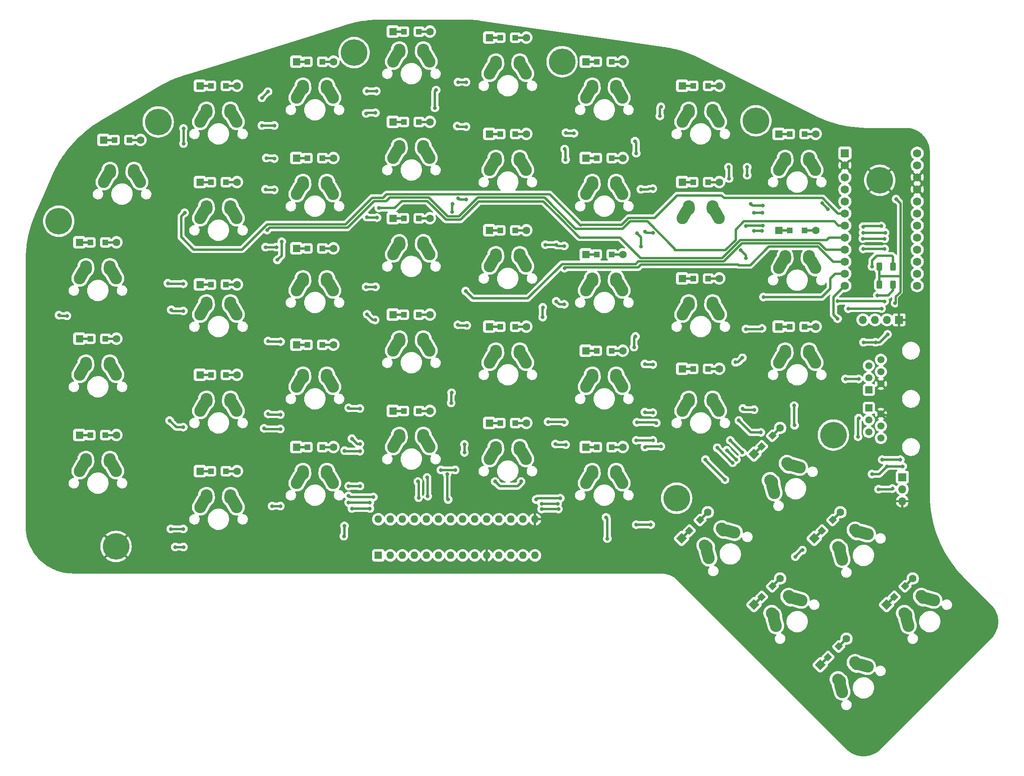
<source format=gbr>
%TF.GenerationSoftware,KiCad,Pcbnew,7.0.8*%
%TF.CreationDate,2023-11-09T18:46:38+07:00*%
%TF.ProjectId,sudi-redox-clone,73756469-2d72-4656-946f-782d636c6f6e,0.1*%
%TF.SameCoordinates,Original*%
%TF.FileFunction,Copper,L2,Bot*%
%TF.FilePolarity,Positive*%
%FSLAX46Y46*%
G04 Gerber Fmt 4.6, Leading zero omitted, Abs format (unit mm)*
G04 Created by KiCad (PCBNEW 7.0.8) date 2023-11-09 18:46:38*
%MOMM*%
%LPD*%
G01*
G04 APERTURE LIST*
G04 Aperture macros list*
%AMRoundRect*
0 Rectangle with rounded corners*
0 $1 Rounding radius*
0 $2 $3 $4 $5 $6 $7 $8 $9 X,Y pos of 4 corners*
0 Add a 4 corners polygon primitive as box body*
4,1,4,$2,$3,$4,$5,$6,$7,$8,$9,$2,$3,0*
0 Add four circle primitives for the rounded corners*
1,1,$1+$1,$2,$3*
1,1,$1+$1,$4,$5*
1,1,$1+$1,$6,$7*
1,1,$1+$1,$8,$9*
0 Add four rect primitives between the rounded corners*
20,1,$1+$1,$2,$3,$4,$5,0*
20,1,$1+$1,$4,$5,$6,$7,0*
20,1,$1+$1,$6,$7,$8,$9,0*
20,1,$1+$1,$8,$9,$2,$3,0*%
%AMHorizOval*
0 Thick line with rounded ends*
0 $1 width*
0 $2 $3 position (X,Y) of the first rounded end (center of the circle)*
0 $4 $5 position (X,Y) of the second rounded end (center of the circle)*
0 Add line between two ends*
20,1,$1,$2,$3,$4,$5,0*
0 Add two circle primitives to create the rounded ends*
1,1,$1,$2,$3*
1,1,$1,$4,$5*%
%AMRotRect*
0 Rectangle, with rotation*
0 The origin of the aperture is its center*
0 $1 length*
0 $2 width*
0 $3 Rotation angle, in degrees counterclockwise*
0 Add horizontal line*
21,1,$1,$2,0,0,$3*%
G04 Aperture macros list end*
%TA.AperFunction,ComponentPad*%
%ADD10HorizOval,2.500000X-0.405453X-0.729954X0.405453X0.729954X0*%
%TD*%
%TA.AperFunction,ComponentPad*%
%ADD11HorizOval,2.500000X-0.019724X0.289328X0.019724X-0.289328X0*%
%TD*%
%TA.AperFunction,ComponentPad*%
%ADD12HorizOval,2.500000X-0.019724X-0.289328X0.019724X0.289328X0*%
%TD*%
%TA.AperFunction,ComponentPad*%
%ADD13HorizOval,2.500000X-0.405453X0.729954X0.405453X-0.729954X0*%
%TD*%
%TA.AperFunction,ComponentPad*%
%ADD14R,1.600000X1.600000*%
%TD*%
%TA.AperFunction,SMDPad,CuDef*%
%ADD15R,2.500000X0.500000*%
%TD*%
%TA.AperFunction,SMDPad,CuDef*%
%ADD16R,1.200000X1.200000*%
%TD*%
%TA.AperFunction,ComponentPad*%
%ADD17C,1.600000*%
%TD*%
%TA.AperFunction,ComponentPad*%
%ADD18R,1.520000X1.520000*%
%TD*%
%TA.AperFunction,ComponentPad*%
%ADD19C,1.520000*%
%TD*%
%TA.AperFunction,ComponentPad*%
%ADD20HorizOval,2.500000X-0.229457X0.802854X0.229457X-0.802854X0*%
%TD*%
%TA.AperFunction,ComponentPad*%
%ADD21HorizOval,2.500000X-0.218533X0.190639X0.218533X-0.190639X0*%
%TD*%
%TA.AperFunction,ComponentPad*%
%ADD22HorizOval,2.500000X-0.190639X0.218533X0.190639X-0.218533X0*%
%TD*%
%TA.AperFunction,ComponentPad*%
%ADD23HorizOval,2.500000X-0.802854X0.229457X0.802854X-0.229457X0*%
%TD*%
%TA.AperFunction,ComponentPad*%
%ADD24C,5.600000*%
%TD*%
%TA.AperFunction,ComponentPad*%
%ADD25O,1.600000X1.600000*%
%TD*%
%TA.AperFunction,ComponentPad*%
%ADD26RotRect,1.600000X1.600000X45.000000*%
%TD*%
%TA.AperFunction,SMDPad,CuDef*%
%ADD27RotRect,2.500000X0.500000X45.000000*%
%TD*%
%TA.AperFunction,SMDPad,CuDef*%
%ADD28RotRect,1.200000X1.200000X45.000000*%
%TD*%
%TA.AperFunction,ComponentPad*%
%ADD29R,1.752600X1.752600*%
%TD*%
%TA.AperFunction,ComponentPad*%
%ADD30C,1.752600*%
%TD*%
%TA.AperFunction,ComponentPad*%
%ADD31R,1.700000X1.700000*%
%TD*%
%TA.AperFunction,ComponentPad*%
%ADD32O,1.700000X1.700000*%
%TD*%
%TA.AperFunction,SMDPad,CuDef*%
%ADD33RoundRect,0.250000X-0.312500X-0.625000X0.312500X-0.625000X0.312500X0.625000X-0.312500X0.625000X0*%
%TD*%
%TA.AperFunction,ViaPad*%
%ADD34C,0.800000*%
%TD*%
%TA.AperFunction,Conductor*%
%ADD35C,0.500000*%
%TD*%
G04 APERTURE END LIST*
D10*
%TO.P,K19,1*%
%TO.N,col4*%
X103275000Y-113570000D03*
D11*
X104160000Y-112050000D03*
D12*
%TO.P,K19,2*%
%TO.N,Net-(D19-A)*%
X109200000Y-112050000D03*
D13*
X110085000Y-113570000D03*
%TD*%
D10*
%TO.P,K16,1*%
%TO.N,col3*%
X103275000Y-52610000D03*
D11*
X104160000Y-51090000D03*
D12*
%TO.P,K16,2*%
%TO.N,Net-(D16-A)*%
X109200000Y-51090000D03*
D13*
X110085000Y-52610000D03*
%TD*%
D14*
%TO.P,D34,1,K*%
%TO.N,row4*%
X184060000Y-48260000D03*
D15*
X185260000Y-48260000D03*
D16*
X186385000Y-48260000D03*
%TO.P,D34,2,A*%
%TO.N,Net-(D34-A)*%
X189535000Y-48260000D03*
D15*
X190660000Y-48260000D03*
D17*
X191860000Y-48260000D03*
%TD*%
D18*
%TO.P,J1,1*%
%TO.N,unconnected-(J1-Pad1)*%
X203050000Y-102230000D03*
D19*
%TO.P,J1,2*%
%TO.N,GND*%
X205590000Y-100960000D03*
%TO.P,J1,3*%
%TO.N,Tx*%
X203050000Y-99690000D03*
%TO.P,J1,4*%
%TO.N,SCL*%
X205590000Y-98420000D03*
%TO.P,J1,5*%
%TO.N,SDA*%
X203050000Y-97150000D03*
%TO.P,J1,6*%
%TO.N,+5V*%
X205590000Y-95880000D03*
%TD*%
D14*
%TO.P,D17,1,K*%
%TO.N,row5*%
X102780000Y-66040000D03*
D15*
X103980000Y-66040000D03*
D16*
X105105000Y-66040000D03*
%TO.P,D17,2,A*%
%TO.N,Net-(D17-A)*%
X108255000Y-66040000D03*
D15*
X109380000Y-66040000D03*
D17*
X110580000Y-66040000D03*
%TD*%
D20*
%TO.P,K40,1*%
%TO.N,col7*%
X182904930Y-123196508D03*
D21*
X182455917Y-121495917D03*
D22*
%TO.P,K40,2*%
%TO.N,Net-(D40-A)*%
X186019736Y-117932098D03*
D23*
X187720327Y-118381111D03*
%TD*%
D14*
%TO.P,D22,1,K*%
%TO.N,row4*%
X123100000Y-68580000D03*
D15*
X124300000Y-68580000D03*
D16*
X125425000Y-68580000D03*
%TO.P,D22,2,A*%
%TO.N,Net-(D22-A)*%
X128575000Y-68580000D03*
D15*
X129700000Y-68580000D03*
D17*
X130900000Y-68580000D03*
%TD*%
D14*
%TO.P,D26,1,K*%
%TO.N,row2*%
X143420000Y-53340000D03*
D15*
X144620000Y-53340000D03*
D16*
X145745000Y-53340000D03*
%TO.P,D26,2,A*%
%TO.N,Net-(D26-A)*%
X148895000Y-53340000D03*
D15*
X150020000Y-53340000D03*
D17*
X151220000Y-53340000D03*
%TD*%
D10*
%TO.P,K9,1*%
%TO.N,col2*%
X62635000Y-126270000D03*
D11*
X63520000Y-124750000D03*
D12*
%TO.P,K9,2*%
%TO.N,Net-(D9-A)*%
X68560000Y-124750000D03*
D13*
X69445000Y-126270000D03*
%TD*%
D14*
%TO.P,D18,1,K*%
%TO.N,row6*%
X102780000Y-86360000D03*
D15*
X103980000Y-86360000D03*
D16*
X105105000Y-86360000D03*
%TO.P,D18,2,A*%
%TO.N,Net-(D18-A)*%
X108255000Y-86360000D03*
D15*
X109380000Y-86360000D03*
D17*
X110580000Y-86360000D03*
%TD*%
D24*
%TO.P,H5,1,1*%
%TO.N,unconnected-(H5-Pad1)*%
X94615000Y-31115000D03*
%TD*%
D10*
%TO.P,K8,1*%
%TO.N,col2*%
X62635000Y-105950000D03*
D11*
X63520000Y-104430000D03*
D12*
%TO.P,K8,2*%
%TO.N,Net-(D8-A)*%
X68560000Y-104430000D03*
D13*
X69445000Y-105950000D03*
%TD*%
D14*
%TO.P,D36,1,K*%
%TO.N,row6*%
X184060000Y-88900000D03*
D15*
X185260000Y-88900000D03*
D16*
X186385000Y-88900000D03*
%TO.P,D36,2,A*%
%TO.N,Net-(D36-A)*%
X189535000Y-88900000D03*
D15*
X190660000Y-88900000D03*
D17*
X191860000Y-88900000D03*
%TD*%
D10*
%TO.P,K18,1*%
%TO.N,col3*%
X103275000Y-93250000D03*
D11*
X104160000Y-91730000D03*
D12*
%TO.P,K18,2*%
%TO.N,Net-(D18-A)*%
X109200000Y-91730000D03*
D13*
X110085000Y-93250000D03*
%TD*%
D24*
%TO.P,H1,1,1*%
%TO.N,unconnected-(H1-Pad1)*%
X53340000Y-45720000D03*
%TD*%
D10*
%TO.P,K12,1*%
%TO.N,col2*%
X82955000Y-80550000D03*
D11*
X83840000Y-79030000D03*
D12*
%TO.P,K12,2*%
%TO.N,Net-(D12-A)*%
X88880000Y-79030000D03*
D13*
X89765000Y-80550000D03*
%TD*%
D24*
%TO.P,H3,1,1*%
%TO.N,unconnected-(H3-Pad1)*%
X162560000Y-125095000D03*
%TD*%
D10*
%TO.P,K14,1*%
%TO.N,col3*%
X82955000Y-121190000D03*
D11*
X83840000Y-119670000D03*
D12*
%TO.P,K14,2*%
%TO.N,Net-(D14-A)*%
X88880000Y-119670000D03*
D13*
X89765000Y-121190000D03*
%TD*%
D14*
%TO.P,D25,1,K*%
%TO.N,row1*%
X143420000Y-33020000D03*
D15*
X144620000Y-33020000D03*
D16*
X145745000Y-33020000D03*
%TO.P,D25,2,A*%
%TO.N,Net-(D25-A)*%
X148895000Y-33020000D03*
D15*
X150020000Y-33020000D03*
D17*
X151220000Y-33020000D03*
%TD*%
D10*
%TO.P,K7,1*%
%TO.N,col2*%
X62635000Y-85630000D03*
D11*
X63520000Y-84110000D03*
D12*
%TO.P,K7,2*%
%TO.N,Net-(D7-A)*%
X68560000Y-84110000D03*
D13*
X69445000Y-85630000D03*
%TD*%
D14*
%TO.P,D2,1,K*%
%TO.N,row2*%
X36740000Y-71120000D03*
D15*
X37940000Y-71120000D03*
D16*
X39065000Y-71120000D03*
%TO.P,D2,2,A*%
%TO.N,Net-(D2-A)*%
X42215000Y-71120000D03*
D15*
X43340000Y-71120000D03*
D17*
X44540000Y-71120000D03*
%TD*%
D20*
%TO.P,K38,1*%
%TO.N,col7*%
X183240062Y-151225459D03*
D21*
X182791049Y-149524868D03*
D22*
%TO.P,K38,2*%
%TO.N,Net-(D38-A)*%
X186354868Y-145961049D03*
D23*
X188055459Y-146410062D03*
%TD*%
D14*
%TO.P,D11,1,K*%
%TO.N,row5*%
X82460000Y-53340000D03*
D15*
X83660000Y-53340000D03*
D16*
X84785000Y-53340000D03*
%TO.P,D11,2,A*%
%TO.N,Net-(D11-A)*%
X87935000Y-53340000D03*
D15*
X89060000Y-53340000D03*
D17*
X90260000Y-53340000D03*
%TD*%
D10*
%TO.P,K6,1*%
%TO.N,col1*%
X62635000Y-65310000D03*
D11*
X63520000Y-63790000D03*
D12*
%TO.P,K6,2*%
%TO.N,Net-(D6-A)*%
X68560000Y-63790000D03*
D13*
X69445000Y-65310000D03*
%TD*%
D14*
%TO.P,U2,1,GPB0*%
%TO.N,col1*%
X99705000Y-137150000D03*
D25*
%TO.P,U2,2,GPB1*%
%TO.N,col2*%
X102245000Y-137150000D03*
%TO.P,U2,3,GPB2*%
%TO.N,col3*%
X104785000Y-137150000D03*
%TO.P,U2,4,GPB3*%
%TO.N,col4*%
X107325000Y-137150000D03*
%TO.P,U2,5,GPB4*%
%TO.N,col5*%
X109865000Y-137150000D03*
%TO.P,U2,6,GPB5*%
%TO.N,col6*%
X112405000Y-137150000D03*
%TO.P,U2,7,GPB6*%
%TO.N,col7*%
X114945000Y-137150000D03*
%TO.P,U2,8,GPB7*%
%TO.N,unconnected-(U2-GPB7-Pad8)*%
X117485000Y-137150000D03*
%TO.P,U2,9,VDD*%
%TO.N,+5V*%
X120025000Y-137150000D03*
%TO.P,U2,10,VSS*%
%TO.N,GND*%
X122565000Y-137150000D03*
%TO.P,U2,11,NC*%
%TO.N,unconnected-(U2-NC-Pad11)*%
X125105000Y-137150000D03*
%TO.P,U2,12,SCK*%
%TO.N,SCL*%
X127645000Y-137150000D03*
%TO.P,U2,13,SDA*%
%TO.N,SDA*%
X130185000Y-137150000D03*
%TO.P,U2,14,NC*%
%TO.N,unconnected-(U2-NC-Pad14)*%
X132725000Y-137150000D03*
%TO.P,U2,15,A0*%
%TO.N,GND*%
X132725000Y-129530000D03*
%TO.P,U2,16,A1*%
%TO.N,+5V*%
X130185000Y-129530000D03*
%TO.P,U2,17,A2*%
X127645000Y-129530000D03*
%TO.P,U2,18,~{RESET}*%
X125105000Y-129530000D03*
%TO.P,U2,19,INTB*%
%TO.N,unconnected-(U2-INTB-Pad19)*%
X122565000Y-129530000D03*
%TO.P,U2,20,INTA*%
%TO.N,unconnected-(U2-INTA-Pad20)*%
X120025000Y-129530000D03*
%TO.P,U2,21,GPA0*%
%TO.N,row1*%
X117485000Y-129530000D03*
%TO.P,U2,22,GPA1*%
%TO.N,row2*%
X114945000Y-129530000D03*
%TO.P,U2,23,GPA2*%
%TO.N,row3*%
X112405000Y-129530000D03*
%TO.P,U2,24,GPA3*%
%TO.N,row4*%
X109865000Y-129530000D03*
%TO.P,U2,25,GPA4*%
%TO.N,row5*%
X107325000Y-129530000D03*
%TO.P,U2,26,GPA5*%
%TO.N,row6*%
X104785000Y-129530000D03*
%TO.P,U2,27,GPA6*%
%TO.N,unconnected-(U2-GPA6-Pad27)*%
X102245000Y-129530000D03*
%TO.P,U2,28,GPA7*%
%TO.N,unconnected-(U2-GPA7-Pad28)*%
X99705000Y-129530000D03*
%TD*%
D10*
%TO.P,K25,1*%
%TO.N,col5*%
X143915000Y-39910000D03*
D11*
X144800000Y-38390000D03*
D12*
%TO.P,K25,2*%
%TO.N,Net-(D25-A)*%
X149840000Y-38390000D03*
D13*
X150725000Y-39910000D03*
%TD*%
D10*
%TO.P,K32,1*%
%TO.N,col6*%
X164235000Y-85630000D03*
D11*
X165120000Y-84110000D03*
D12*
%TO.P,K32,2*%
%TO.N,Net-(D32-A)*%
X170160000Y-84110000D03*
D13*
X171045000Y-85630000D03*
%TD*%
D10*
%TO.P,K5,1*%
%TO.N,col1*%
X62635000Y-44990000D03*
D11*
X63520000Y-43470000D03*
D12*
%TO.P,K5,2*%
%TO.N,Net-(D5-A)*%
X68560000Y-43470000D03*
D13*
X69445000Y-44990000D03*
%TD*%
D14*
%TO.P,D35,1,K*%
%TO.N,row5*%
X184060000Y-68580000D03*
D15*
X185260000Y-68580000D03*
D16*
X186385000Y-68580000D03*
%TO.P,D35,2,A*%
%TO.N,Net-(D35-A)*%
X189535000Y-68580000D03*
D15*
X190660000Y-68580000D03*
D17*
X191860000Y-68580000D03*
%TD*%
D14*
%TO.P,D21,1,K*%
%TO.N,row3*%
X123100000Y-48260000D03*
D15*
X124300000Y-48260000D03*
D16*
X125425000Y-48260000D03*
%TO.P,D21,2,A*%
%TO.N,Net-(D21-A)*%
X128575000Y-48260000D03*
D15*
X129700000Y-48260000D03*
D17*
X130900000Y-48260000D03*
%TD*%
D10*
%TO.P,K2,1*%
%TO.N,col1*%
X37235000Y-78010000D03*
D11*
X38120000Y-76490000D03*
D12*
%TO.P,K2,2*%
%TO.N,Net-(D2-A)*%
X43160000Y-76490000D03*
D13*
X44045000Y-78010000D03*
%TD*%
D26*
%TO.P,D42,1,K*%
%TO.N,row6*%
X206792284Y-147537716D03*
D27*
X207640812Y-146689188D03*
D28*
X208436307Y-145893693D03*
%TO.P,D42,2,A*%
%TO.N,Net-(D42-A)*%
X210663693Y-143666307D03*
D27*
X211459188Y-142870812D03*
D17*
X212307716Y-142022284D03*
%TD*%
D10*
%TO.P,K30,1*%
%TO.N,col5*%
X164235000Y-44990000D03*
D11*
X165120000Y-43470000D03*
D12*
%TO.P,K30,2*%
%TO.N,Net-(D30-A)*%
X170160000Y-43470000D03*
D13*
X171045000Y-44990000D03*
%TD*%
D10*
%TO.P,K31,1*%
%TO.N,col6*%
X164235000Y-65310000D03*
D11*
X165120000Y-63790000D03*
D12*
%TO.P,K31,2*%
%TO.N,Net-(D31-A)*%
X170160000Y-63790000D03*
D13*
X171045000Y-65310000D03*
%TD*%
D10*
%TO.P,K10,1*%
%TO.N,col2*%
X82955000Y-39910000D03*
D11*
X83840000Y-38390000D03*
D12*
%TO.P,K10,2*%
%TO.N,Net-(D10-A)*%
X88880000Y-38390000D03*
D13*
X89765000Y-39910000D03*
%TD*%
D10*
%TO.P,K24,1*%
%TO.N,col4*%
X123595000Y-116110000D03*
D11*
X124480000Y-114590000D03*
D12*
%TO.P,K24,2*%
%TO.N,Net-(D24-A)*%
X129520000Y-114590000D03*
D13*
X130405000Y-116110000D03*
%TD*%
D14*
%TO.P,D28,1,K*%
%TO.N,row4*%
X143420000Y-93980000D03*
D15*
X144620000Y-93980000D03*
D16*
X145745000Y-93980000D03*
%TO.P,D28,2,A*%
%TO.N,Net-(D28-A)*%
X148895000Y-93980000D03*
D15*
X150020000Y-93980000D03*
D17*
X151220000Y-93980000D03*
%TD*%
D10*
%TO.P,K36,1*%
%TO.N,col6*%
X184555000Y-95790000D03*
D11*
X185440000Y-94270000D03*
D12*
%TO.P,K36,2*%
%TO.N,Net-(D36-A)*%
X190480000Y-94270000D03*
D13*
X191365000Y-95790000D03*
%TD*%
D14*
%TO.P,D8,1,K*%
%TO.N,row2*%
X62140000Y-99060000D03*
D15*
X63340000Y-99060000D03*
D16*
X64465000Y-99060000D03*
%TO.P,D8,2,A*%
%TO.N,Net-(D8-A)*%
X67615000Y-99060000D03*
D15*
X68740000Y-99060000D03*
D17*
X69940000Y-99060000D03*
%TD*%
D10*
%TO.P,K22,1*%
%TO.N,col4*%
X123595000Y-75470000D03*
D11*
X124480000Y-73950000D03*
D12*
%TO.P,K22,2*%
%TO.N,Net-(D22-A)*%
X129520000Y-73950000D03*
D13*
X130405000Y-75470000D03*
%TD*%
D24*
%TO.P,H9,1,1*%
%TO.N,GND*%
X44450000Y-135255000D03*
%TD*%
D14*
%TO.P,D29,1,K*%
%TO.N,row5*%
X143420000Y-114300000D03*
D15*
X144620000Y-114300000D03*
D16*
X145745000Y-114300000D03*
%TO.P,D29,2,A*%
%TO.N,Net-(D29-A)*%
X148895000Y-114300000D03*
D15*
X150020000Y-114300000D03*
D17*
X151220000Y-114300000D03*
%TD*%
D29*
%TO.P,U1,1,RAW*%
%TO.N,unconnected-(U1-RAW-Pad1)*%
X198005000Y-52324000D03*
D30*
%TO.P,U1,2,GND*%
%TO.N,GND*%
X198005000Y-54864000D03*
%TO.P,U1,3,RST*%
%TO.N,unconnected-(U1-RST-Pad3)*%
X198005000Y-57404000D03*
%TO.P,U1,4,VCC*%
%TO.N,+5V*%
X198005000Y-59944000D03*
%TO.P,U1,5,PF4*%
%TO.N,unconnected-(U1-PF4-Pad5)*%
X198005000Y-62484000D03*
%TO.P,U1,6,PF5*%
%TO.N,col1*%
X198005000Y-65024000D03*
%TO.P,U1,7,PF6*%
%TO.N,col2*%
X198005000Y-67564000D03*
%TO.P,U1,8,PF7*%
%TO.N,col3*%
X198005000Y-70104000D03*
%TO.P,U1,9,PB1*%
%TO.N,col4*%
X198005000Y-72644000D03*
%TO.P,U1,10,PB3*%
%TO.N,col5*%
X198005000Y-75184000D03*
%TO.P,U1,11,PB2*%
%TO.N,col6*%
X198005000Y-77724000D03*
%TO.P,U1,12,PB6*%
%TO.N,col7*%
X198005000Y-80264000D03*
%TO.P,U1,13,PD3*%
%TO.N,Tx*%
X213245000Y-52324000D03*
%TO.P,U1,14,PD2*%
%TO.N,unconnected-(U1-PD2-Pad14)*%
X213245000Y-54864000D03*
%TO.P,U1,15,GND*%
%TO.N,GND*%
X213245000Y-57404000D03*
%TO.P,U1,16,GND*%
X213245000Y-59944000D03*
%TO.P,U1,17,PD1*%
%TO.N,SDA*%
X213245000Y-62484000D03*
%TO.P,U1,18,PD0*%
%TO.N,SCL*%
X213245000Y-65024000D03*
%TO.P,U1,19,PD4*%
%TO.N,row1*%
X213245000Y-67564000D03*
%TO.P,U1,20,PC6*%
%TO.N,row2*%
X213245000Y-70104000D03*
%TO.P,U1,21,PD7*%
%TO.N,row3*%
X213245000Y-72644000D03*
%TO.P,U1,22,PE6*%
%TO.N,row4*%
X213245000Y-75184000D03*
%TO.P,U1,23,PB4*%
%TO.N,row5*%
X213245000Y-77724000D03*
%TO.P,U1,24,PB5*%
%TO.N,row6*%
X213245000Y-80264000D03*
%TD*%
D24*
%TO.P,H2,1,1*%
%TO.N,GND*%
X205359000Y-58039000D03*
%TD*%
D20*
%TO.P,K41,1*%
%TO.N,col7*%
X197210062Y-137255459D03*
D21*
X196761049Y-135554868D03*
D22*
%TO.P,K41,2*%
%TO.N,Net-(D41-A)*%
X200324868Y-131991049D03*
D23*
X202025459Y-132440062D03*
%TD*%
D26*
%TO.P,D38,1,K*%
%TO.N,row2*%
X178852284Y-147537716D03*
D27*
X179700812Y-146689188D03*
D28*
X180496307Y-145893693D03*
%TO.P,D38,2,A*%
%TO.N,Net-(D38-A)*%
X182723693Y-143666307D03*
D27*
X183519188Y-142870812D03*
D17*
X184367716Y-142022284D03*
%TD*%
D10*
%TO.P,K34,1*%
%TO.N,col6*%
X184555000Y-55150000D03*
D11*
X185440000Y-53630000D03*
D12*
%TO.P,K34,2*%
%TO.N,Net-(D34-A)*%
X190480000Y-53630000D03*
D13*
X191365000Y-55150000D03*
%TD*%
D14*
%TO.P,D31,1,K*%
%TO.N,row1*%
X163740000Y-58420000D03*
D15*
X164940000Y-58420000D03*
D16*
X166065000Y-58420000D03*
%TO.P,D31,2,A*%
%TO.N,Net-(D31-A)*%
X169215000Y-58420000D03*
D15*
X170340000Y-58420000D03*
D17*
X171540000Y-58420000D03*
%TD*%
D10*
%TO.P,K13,1*%
%TO.N,col3*%
X82955000Y-100870000D03*
D11*
X83840000Y-99350000D03*
D12*
%TO.P,K13,2*%
%TO.N,Net-(D13-A)*%
X88880000Y-99350000D03*
D13*
X89765000Y-100870000D03*
%TD*%
D10*
%TO.P,K3,1*%
%TO.N,col1*%
X37235000Y-98330000D03*
D11*
X38120000Y-96810000D03*
D12*
%TO.P,K3,2*%
%TO.N,Net-(D3-A)*%
X43160000Y-96810000D03*
D13*
X44045000Y-98330000D03*
%TD*%
D26*
%TO.P,D39,1,K*%
%TO.N,row3*%
X192822284Y-160237716D03*
D27*
X193670812Y-159389188D03*
D28*
X194466307Y-158593693D03*
%TO.P,D39,2,A*%
%TO.N,Net-(D39-A)*%
X196693693Y-156366307D03*
D27*
X197489188Y-155570812D03*
D17*
X198337716Y-154722284D03*
%TD*%
D10*
%TO.P,K15,1*%
%TO.N,col3*%
X103275000Y-32290000D03*
D11*
X104160000Y-30770000D03*
D12*
%TO.P,K15,2*%
%TO.N,Net-(D15-A)*%
X109200000Y-30770000D03*
D13*
X110085000Y-32290000D03*
%TD*%
D24*
%TO.P,H8,1,1*%
%TO.N,unconnected-(H8-Pad1)*%
X32385000Y-66675000D03*
%TD*%
D26*
%TO.P,D37,1,K*%
%TO.N,row1*%
X163612284Y-133567716D03*
D27*
X164460812Y-132719188D03*
D28*
X165256307Y-131923693D03*
%TO.P,D37,2,A*%
%TO.N,Net-(D37-A)*%
X167483693Y-129696307D03*
D27*
X168279188Y-128900812D03*
D17*
X169127716Y-128052284D03*
%TD*%
D26*
%TO.P,D41,1,K*%
%TO.N,row5*%
X191552284Y-133567716D03*
D27*
X192400812Y-132719188D03*
D28*
X193196307Y-131923693D03*
%TO.P,D41,2,A*%
%TO.N,Net-(D41-A)*%
X195423693Y-129696307D03*
D27*
X196219188Y-128900812D03*
D17*
X197067716Y-128052284D03*
%TD*%
D14*
%TO.P,D14,1,K*%
%TO.N,row2*%
X82460000Y-114300000D03*
D15*
X83660000Y-114300000D03*
D16*
X84785000Y-114300000D03*
%TO.P,D14,2,A*%
%TO.N,Net-(D14-A)*%
X87935000Y-114300000D03*
D15*
X89060000Y-114300000D03*
D17*
X90260000Y-114300000D03*
%TD*%
D14*
%TO.P,D32,1,K*%
%TO.N,row2*%
X163740000Y-78740000D03*
D15*
X164940000Y-78740000D03*
D16*
X166065000Y-78740000D03*
%TO.P,D32,2,A*%
%TO.N,Net-(D32-A)*%
X169215000Y-78740000D03*
D15*
X170340000Y-78740000D03*
D17*
X171540000Y-78740000D03*
%TD*%
D14*
%TO.P,D7,1,K*%
%TO.N,row1*%
X62140000Y-80010000D03*
D15*
X63340000Y-80010000D03*
D16*
X64465000Y-80010000D03*
%TO.P,D7,2,A*%
%TO.N,Net-(D7-A)*%
X67615000Y-80010000D03*
D15*
X68740000Y-80010000D03*
D17*
X69940000Y-80010000D03*
%TD*%
D14*
%TO.P,D9,1,K*%
%TO.N,row3*%
X62140000Y-119380000D03*
D15*
X63340000Y-119380000D03*
D16*
X64465000Y-119380000D03*
%TO.P,D9,2,A*%
%TO.N,Net-(D9-A)*%
X67615000Y-119380000D03*
D15*
X68740000Y-119380000D03*
D17*
X69940000Y-119380000D03*
%TD*%
D14*
%TO.P,D1,1,K*%
%TO.N,row1*%
X41820000Y-49530000D03*
D15*
X43020000Y-49530000D03*
D16*
X44145000Y-49530000D03*
%TO.P,D1,2,A*%
%TO.N,Net-(D1-A)*%
X47295000Y-49530000D03*
D15*
X48420000Y-49530000D03*
D17*
X49620000Y-49530000D03*
%TD*%
D14*
%TO.P,D20,1,K*%
%TO.N,row2*%
X123100000Y-27940000D03*
D15*
X124300000Y-27940000D03*
D16*
X125425000Y-27940000D03*
%TO.P,D20,2,A*%
%TO.N,Net-(D20-A)*%
X128575000Y-27940000D03*
D15*
X129700000Y-27940000D03*
D17*
X130900000Y-27940000D03*
%TD*%
D10*
%TO.P,K23,1*%
%TO.N,col4*%
X123595000Y-95790000D03*
D11*
X124480000Y-94270000D03*
D12*
%TO.P,K23,2*%
%TO.N,Net-(D23-A)*%
X129520000Y-94270000D03*
D13*
X130405000Y-95790000D03*
%TD*%
D10*
%TO.P,K27,1*%
%TO.N,col5*%
X143915000Y-80550000D03*
D11*
X144800000Y-79030000D03*
D12*
%TO.P,K27,2*%
%TO.N,Net-(D27-A)*%
X149840000Y-79030000D03*
D13*
X150725000Y-80550000D03*
%TD*%
D10*
%TO.P,K17,1*%
%TO.N,col3*%
X103275000Y-72938188D03*
D11*
X104160000Y-71418188D03*
D12*
%TO.P,K17,2*%
%TO.N,Net-(D17-A)*%
X109200000Y-71418188D03*
D13*
X110085000Y-72938188D03*
%TD*%
D10*
%TO.P,K28,1*%
%TO.N,col5*%
X143915000Y-100870000D03*
D11*
X144800000Y-99350000D03*
D12*
%TO.P,K28,2*%
%TO.N,Net-(D28-A)*%
X149840000Y-99350000D03*
D13*
X150725000Y-100870000D03*
%TD*%
D14*
%TO.P,D4,1,K*%
%TO.N,row4*%
X36740000Y-111760000D03*
D15*
X37940000Y-111760000D03*
D16*
X39065000Y-111760000D03*
%TO.P,D4,2,A*%
%TO.N,Net-(D4-A)*%
X42215000Y-111760000D03*
D15*
X43340000Y-111760000D03*
D17*
X44540000Y-111760000D03*
%TD*%
D14*
%TO.P,D15,1,K*%
%TO.N,row3*%
X102780000Y-26670000D03*
D15*
X103980000Y-26670000D03*
D16*
X105105000Y-26670000D03*
%TO.P,D15,2,A*%
%TO.N,Net-(D15-A)*%
X108255000Y-26670000D03*
D15*
X109380000Y-26670000D03*
D17*
X110580000Y-26670000D03*
%TD*%
D24*
%TO.P,H4,1,1*%
%TO.N,unconnected-(H4-Pad1)*%
X179264799Y-45503227D03*
%TD*%
D26*
%TO.P,D40,1,K*%
%TO.N,row4*%
X178852284Y-115787716D03*
D27*
X179700812Y-114939188D03*
D28*
X180496307Y-114143693D03*
%TO.P,D40,2,A*%
%TO.N,Net-(D40-A)*%
X182723693Y-111916307D03*
D27*
X183519188Y-111120812D03*
D17*
X184367716Y-110272284D03*
%TD*%
D14*
%TO.P,D10,1,K*%
%TO.N,row4*%
X82460000Y-33020000D03*
D15*
X83660000Y-33020000D03*
D16*
X84785000Y-33020000D03*
%TO.P,D10,2,A*%
%TO.N,Net-(D10-A)*%
X87935000Y-33020000D03*
D15*
X89060000Y-33020000D03*
D17*
X90260000Y-33020000D03*
%TD*%
D14*
%TO.P,D24,1,K*%
%TO.N,row6*%
X123100000Y-109220000D03*
D15*
X124300000Y-109220000D03*
D16*
X125425000Y-109220000D03*
%TO.P,D24,2,A*%
%TO.N,Net-(D24-A)*%
X128575000Y-109220000D03*
D15*
X129700000Y-109220000D03*
D17*
X130900000Y-109220000D03*
%TD*%
D14*
%TO.P,D6,1,K*%
%TO.N,row6*%
X62140000Y-58420000D03*
D15*
X63340000Y-58420000D03*
D16*
X64465000Y-58420000D03*
%TO.P,D6,2,A*%
%TO.N,Net-(D6-A)*%
X67615000Y-58420000D03*
D15*
X68740000Y-58420000D03*
D17*
X69940000Y-58420000D03*
%TD*%
D10*
%TO.P,K20,1*%
%TO.N,col4*%
X123595000Y-34830000D03*
D11*
X124480000Y-33310000D03*
D12*
%TO.P,K20,2*%
%TO.N,Net-(D20-A)*%
X129520000Y-33310000D03*
D13*
X130405000Y-34830000D03*
%TD*%
D14*
%TO.P,D5,1,K*%
%TO.N,row5*%
X62140000Y-38100000D03*
D15*
X63340000Y-38100000D03*
D16*
X64465000Y-38100000D03*
%TO.P,D5,2,A*%
%TO.N,Net-(D5-A)*%
X67615000Y-38100000D03*
D15*
X68740000Y-38100000D03*
D17*
X69940000Y-38100000D03*
%TD*%
D14*
%TO.P,D19,1,K*%
%TO.N,row1*%
X102780000Y-106680000D03*
D15*
X103980000Y-106680000D03*
D16*
X105105000Y-106680000D03*
%TO.P,D19,2,A*%
%TO.N,Net-(D19-A)*%
X108255000Y-106680000D03*
D15*
X109380000Y-106680000D03*
D17*
X110580000Y-106680000D03*
%TD*%
D31*
%TO.P,J3,1,Pin_1*%
%TO.N,GND*%
X209435000Y-87465000D03*
D32*
%TO.P,J3,2,Pin_2*%
%TO.N,+5V*%
X206895000Y-87465000D03*
%TO.P,J3,3,Pin_3*%
%TO.N,SCL*%
X204355000Y-87465000D03*
%TO.P,J3,4,Pin_4*%
%TO.N,SDA*%
X201815000Y-87465000D03*
%TD*%
D10*
%TO.P,K4,1*%
%TO.N,col1*%
X37235000Y-118650000D03*
D11*
X38120000Y-117130000D03*
D12*
%TO.P,K4,2*%
%TO.N,Net-(D4-A)*%
X43160000Y-117130000D03*
D13*
X44045000Y-118650000D03*
%TD*%
D10*
%TO.P,K35,1*%
%TO.N,col6*%
X184555000Y-75841600D03*
D11*
X185440000Y-74321600D03*
D12*
%TO.P,K35,2*%
%TO.N,Net-(D35-A)*%
X190480000Y-74321600D03*
D13*
X191365000Y-75841600D03*
%TD*%
D20*
%TO.P,K42,1*%
%TO.N,col7*%
X211180062Y-151225459D03*
D21*
X210731049Y-149524868D03*
D22*
%TO.P,K42,2*%
%TO.N,Net-(D42-A)*%
X214294868Y-145961049D03*
D23*
X215995459Y-146410062D03*
%TD*%
D10*
%TO.P,K26,1*%
%TO.N,col5*%
X143915000Y-60230000D03*
D11*
X144800000Y-58710000D03*
D12*
%TO.P,K26,2*%
%TO.N,Net-(D26-A)*%
X149840000Y-58710000D03*
D13*
X150725000Y-60230000D03*
%TD*%
D14*
%TO.P,D30,1,K*%
%TO.N,row6*%
X163740000Y-38100000D03*
D15*
X164940000Y-38100000D03*
D16*
X166065000Y-38100000D03*
%TO.P,D30,2,A*%
%TO.N,Net-(D30-A)*%
X169215000Y-38100000D03*
D15*
X170340000Y-38100000D03*
D17*
X171540000Y-38100000D03*
%TD*%
D14*
%TO.P,D27,1,K*%
%TO.N,row3*%
X143420000Y-73660000D03*
D15*
X144620000Y-73660000D03*
D16*
X145745000Y-73660000D03*
%TO.P,D27,2,A*%
%TO.N,Net-(D27-A)*%
X148895000Y-73660000D03*
D15*
X150020000Y-73660000D03*
D17*
X151220000Y-73660000D03*
%TD*%
D10*
%TO.P,K29,1*%
%TO.N,col5*%
X143915000Y-121190000D03*
D11*
X144800000Y-119670000D03*
D12*
%TO.P,K29,2*%
%TO.N,Net-(D29-A)*%
X149840000Y-119670000D03*
D13*
X150725000Y-121190000D03*
%TD*%
D14*
%TO.P,D23,1,K*%
%TO.N,row5*%
X123100000Y-88900000D03*
D15*
X124300000Y-88900000D03*
D16*
X125425000Y-88900000D03*
%TO.P,D23,2,A*%
%TO.N,Net-(D23-A)*%
X128575000Y-88900000D03*
D15*
X129700000Y-88900000D03*
D17*
X130900000Y-88900000D03*
%TD*%
D14*
%TO.P,D3,1,K*%
%TO.N,row3*%
X36740000Y-91440000D03*
D15*
X37940000Y-91440000D03*
D16*
X39065000Y-91440000D03*
%TO.P,D3,2,A*%
%TO.N,Net-(D3-A)*%
X42215000Y-91440000D03*
D15*
X43340000Y-91440000D03*
D17*
X44540000Y-91440000D03*
%TD*%
D20*
%TO.P,K37,1*%
%TO.N,col7*%
X169152828Y-136948610D03*
D21*
X168703815Y-135248019D03*
D22*
%TO.P,K37,2*%
%TO.N,Net-(D37-A)*%
X172267634Y-131684200D03*
D23*
X173968225Y-132133213D03*
%TD*%
D14*
%TO.P,D13,1,K*%
%TO.N,row1*%
X82460000Y-92710000D03*
D15*
X83660000Y-92710000D03*
D16*
X84785000Y-92710000D03*
%TO.P,D13,2,A*%
%TO.N,Net-(D13-A)*%
X87935000Y-92710000D03*
D15*
X89060000Y-92710000D03*
D17*
X90260000Y-92710000D03*
%TD*%
D14*
%TO.P,D16,1,K*%
%TO.N,row4*%
X102780000Y-45720000D03*
D15*
X103980000Y-45720000D03*
D16*
X105105000Y-45720000D03*
%TO.P,D16,2,A*%
%TO.N,Net-(D16-A)*%
X108255000Y-45720000D03*
D15*
X109380000Y-45720000D03*
D17*
X110580000Y-45720000D03*
%TD*%
D20*
%TO.P,K39,1*%
%TO.N,col7*%
X197210062Y-165195459D03*
D21*
X196761049Y-163494868D03*
D22*
%TO.P,K39,2*%
%TO.N,Net-(D39-A)*%
X200324868Y-159931049D03*
D23*
X202025459Y-160380062D03*
%TD*%
D10*
%TO.P,K33,1*%
%TO.N,col6*%
X164235000Y-105950000D03*
D11*
X165120000Y-104430000D03*
D12*
%TO.P,K33,2*%
%TO.N,Net-(D33-A)*%
X170160000Y-104430000D03*
D13*
X171045000Y-105950000D03*
%TD*%
D14*
%TO.P,D33,1,K*%
%TO.N,row3*%
X163740000Y-97790000D03*
D15*
X164940000Y-97790000D03*
D16*
X166065000Y-97790000D03*
%TO.P,D33,2,A*%
%TO.N,Net-(D33-A)*%
X169215000Y-97790000D03*
D15*
X170340000Y-97790000D03*
D17*
X171540000Y-97790000D03*
%TD*%
D10*
%TO.P,K21,1*%
%TO.N,col4*%
X123595000Y-55150000D03*
D11*
X124480000Y-53630000D03*
D12*
%TO.P,K21,2*%
%TO.N,Net-(D21-A)*%
X129520000Y-53630000D03*
D13*
X130405000Y-55150000D03*
%TD*%
D10*
%TO.P,K11,1*%
%TO.N,col2*%
X82955000Y-60230000D03*
D11*
X83840000Y-58710000D03*
D12*
%TO.P,K11,2*%
%TO.N,Net-(D11-A)*%
X88880000Y-58710000D03*
D13*
X89765000Y-60230000D03*
%TD*%
D10*
%TO.P,K1,1*%
%TO.N,col1*%
X42315000Y-57690000D03*
D11*
X43200000Y-56170000D03*
D12*
%TO.P,K1,2*%
%TO.N,Net-(D1-A)*%
X48240000Y-56170000D03*
D13*
X49125000Y-57690000D03*
%TD*%
D24*
%TO.P,H7,1,1*%
%TO.N,unconnected-(H7-Pad1)*%
X195580000Y-111760000D03*
%TD*%
D14*
%TO.P,D12,1,K*%
%TO.N,row6*%
X82460000Y-72390000D03*
D15*
X83660000Y-72390000D03*
D16*
X84785000Y-72390000D03*
%TO.P,D12,2,A*%
%TO.N,Net-(D12-A)*%
X87935000Y-72390000D03*
D15*
X89060000Y-72390000D03*
D17*
X90260000Y-72390000D03*
%TD*%
D24*
%TO.P,H6,1,1*%
%TO.N,unconnected-(H6-Pad1)*%
X138430000Y-33020000D03*
%TD*%
D31*
%TO.P,J2,1,Pin_1*%
%TO.N,+5V*%
X210115000Y-120650000D03*
D32*
%TO.P,J2,2,Pin_2*%
%TO.N,Tx*%
X210115000Y-123190000D03*
%TO.P,J2,3,Pin_3*%
%TO.N,GND*%
X210115000Y-125730000D03*
%TD*%
D33*
%TO.P,R1,1*%
%TO.N,+5V*%
X205240000Y-76200000D03*
%TO.P,R1,2*%
%TO.N,SDA*%
X208165000Y-76200000D03*
%TD*%
%TO.P,R2,1*%
%TO.N,+5V*%
X205240000Y-80010000D03*
%TO.P,R2,2*%
%TO.N,SCL*%
X208165000Y-80010000D03*
%TD*%
D18*
%TO.P,J4,1*%
%TO.N,unconnected-(J4-Pad1)*%
X203050000Y-106050000D03*
D19*
%TO.P,J4,2*%
%TO.N,GND*%
X205590000Y-107320000D03*
%TO.P,J4,3*%
%TO.N,Tx*%
X203050000Y-108590000D03*
%TO.P,J4,4*%
%TO.N,SCL*%
X205590000Y-109860000D03*
%TO.P,J4,5*%
%TO.N,SDA*%
X203050000Y-111130000D03*
%TO.P,J4,6*%
%TO.N,+5V*%
X205590000Y-112400000D03*
%TD*%
D34*
%TO.N,row1*%
X32424500Y-86487000D03*
X139231500Y-48006000D03*
X157567500Y-59817000D03*
X154051000Y-52349500D03*
X95845500Y-106172000D03*
X180721000Y-63373000D03*
X34123500Y-86614000D03*
X147701000Y-129133500D03*
X147955000Y-133604000D03*
X194402688Y-64100688D03*
X206502000Y-69088000D03*
X132969000Y-125377500D03*
X76493500Y-91948000D03*
X138049000Y-125095000D03*
X153889688Y-90966312D03*
X153582500Y-93218000D03*
X155019000Y-59944000D03*
X79121000Y-92075000D03*
X140930500Y-48133000D03*
X58634500Y-79883000D03*
X193201312Y-62899312D03*
X201842500Y-69088000D03*
X93446500Y-106045000D03*
X114212500Y-120029000D03*
X55386000Y-79756000D03*
X178155500Y-62992000D03*
X153797000Y-49784000D03*
X154178000Y-69254500D03*
X155019000Y-71977624D03*
X114427000Y-125377500D03*
%TO.N,row2*%
X111887000Y-39028500D03*
X115316000Y-62992000D03*
X115159812Y-102840812D03*
X75644000Y-110363000D03*
X134112000Y-126238000D03*
X206400500Y-70358000D03*
X79081500Y-110490000D03*
X138972312Y-51469312D03*
X180721000Y-67564000D03*
X159267000Y-114173000D03*
X92597000Y-115062000D03*
X172749188Y-121187188D03*
X118197500Y-37338000D03*
X109982000Y-120729000D03*
X111633000Y-42759500D03*
X110130270Y-124677500D03*
X157567500Y-69088000D03*
X201803000Y-70358000D03*
X56086000Y-85344000D03*
X155868500Y-114300000D03*
X139157688Y-53686688D03*
X58634500Y-85598000D03*
X115062000Y-104989500D03*
X155868500Y-68834000D03*
X95845500Y-115189000D03*
X137501500Y-126238000D03*
X116498500Y-37338000D03*
X115286812Y-64730500D03*
X168626812Y-116937812D03*
X177156000Y-67691000D03*
%TO.N,row3*%
X95855812Y-122525812D03*
X171103312Y-114461312D03*
X174363579Y-117609421D03*
X124333000Y-121578500D03*
X138898500Y-71882000D03*
X118197500Y-46736000D03*
X55753000Y-108712000D03*
X129794000Y-121578500D03*
X137199500Y-71628000D03*
X134336812Y-86897188D03*
X108077000Y-121578500D03*
X116332000Y-46609000D03*
X76493500Y-107315000D03*
X206400500Y-72517000D03*
X93446500Y-122555000D03*
X201842500Y-72517000D03*
X99314000Y-39243000D03*
X178903500Y-106426000D03*
X157567500Y-96901000D03*
X108204000Y-124968000D03*
X176504500Y-106172000D03*
X79081500Y-107442000D03*
X155868500Y-96774000D03*
X58634500Y-110109000D03*
X134366000Y-84836000D03*
X134913500Y-71628000D03*
X97282000Y-39243000D03*
%TO.N,row4*%
X180594000Y-64897000D03*
X93446500Y-124587000D03*
X76483188Y-39340812D03*
X116498500Y-61849000D03*
X75184000Y-40640000D03*
X77811500Y-46482000D03*
X56007000Y-131572000D03*
X75184000Y-46482000D03*
X173863000Y-112903000D03*
X77343000Y-126746000D03*
X157567500Y-107061000D03*
X176403000Y-115443000D03*
X79081500Y-126746000D03*
X177419000Y-56983500D03*
X77811500Y-60071000D03*
X138898500Y-84201000D03*
X75946000Y-59944000D03*
X177419000Y-55284500D03*
X137199500Y-83566000D03*
X79375000Y-70993000D03*
X118197500Y-62103000D03*
X97155000Y-43942000D03*
X78448812Y-74840188D03*
X178855500Y-64897000D03*
X155868500Y-106934000D03*
X205700500Y-67691000D03*
X201842500Y-67818000D03*
X98679000Y-124841000D03*
X99119500Y-43815000D03*
X58634500Y-131572000D03*
%TO.N,row5*%
X92456000Y-133096000D03*
X206375000Y-83566000D03*
X99441000Y-65913000D03*
X137033000Y-113665000D03*
X154051000Y-112903000D03*
X58674000Y-50292000D03*
X93446500Y-125984000D03*
X139192000Y-113792000D03*
X77811500Y-53467000D03*
X157567500Y-112903000D03*
X189068688Y-136051312D03*
X92583000Y-130937000D03*
X175133000Y-116967000D03*
X180554500Y-68707000D03*
X173148337Y-114982337D03*
X58674000Y-135382000D03*
X97282000Y-65786000D03*
X76112500Y-53340000D03*
X97945500Y-125984000D03*
X56935500Y-135382000D03*
X196439812Y-83536812D03*
X187579000Y-137414000D03*
X58674000Y-47117000D03*
X116459000Y-88519000D03*
X118364000Y-88646000D03*
X178855500Y-68707000D03*
%TO.N,row6*%
X205740000Y-85090000D03*
X138898500Y-109093000D03*
X176432188Y-95474812D03*
X117856000Y-113740500D03*
X95845500Y-113665000D03*
X180305688Y-111217688D03*
X154169000Y-109093000D03*
X198705515Y-85120927D03*
X112903000Y-119126000D03*
X180554500Y-89281000D03*
X99119500Y-80518000D03*
X97945500Y-127254000D03*
X158267500Y-109220000D03*
X176059234Y-72802390D03*
X75946000Y-72136000D03*
X97155000Y-80518000D03*
X115911500Y-119126000D03*
X135483500Y-108966000D03*
X94146500Y-127254000D03*
X173482000Y-55284500D03*
X159258000Y-42545000D03*
X174976812Y-96422188D03*
X94146500Y-112522000D03*
X117856000Y-115439500D03*
X173609000Y-57683500D03*
X177156000Y-89408000D03*
X78232000Y-72136000D03*
X159033188Y-44479188D03*
X177156000Y-74422000D03*
X175654500Y-108708042D03*
%TO.N,+5V*%
X203708000Y-120015000D03*
X201930000Y-92202000D03*
X157099000Y-130683000D03*
X137668000Y-127381000D03*
X210185000Y-118364000D03*
X208585500Y-83947000D03*
X204470000Y-92202000D03*
X206883000Y-118364000D03*
X208788000Y-62015500D03*
X207010000Y-90551000D03*
X154051000Y-130683000D03*
X134112000Y-127381000D03*
%TO.N,GND*%
X140843000Y-132588000D03*
X206756000Y-128397000D03*
X209042000Y-102489000D03*
X209169000Y-107569000D03*
X211328000Y-56134000D03*
X208889500Y-55245000D03*
X209042000Y-128397000D03*
X136906000Y-131953000D03*
%TO.N,Tx*%
X200914000Y-108204000D03*
X208026000Y-123063000D03*
X205105000Y-123190000D03*
X200914000Y-99949000D03*
X200787000Y-112141000D03*
X198120000Y-99949000D03*
%TO.N,col1*%
X58928000Y-64897000D03*
%TO.N,col2*%
X76292688Y-68545688D03*
%TO.N,col3*%
X99822000Y-63881000D03*
X99060000Y-87503000D03*
X97345500Y-86296500D03*
%TO.N,col4*%
X118110000Y-81407000D03*
%TO.N,col5*%
X138938000Y-76581000D03*
%TO.N,col6*%
X180848000Y-82677000D03*
%TO.N,col7*%
X187325000Y-105576500D03*
X187416480Y-109724806D03*
X196469000Y-87249000D03*
%TO.N,SDA*%
X209677000Y-116967000D03*
X205867000Y-116967000D03*
X203708000Y-76200000D03*
%TO.N,SCL*%
X204851000Y-82296000D03*
%TD*%
D35*
%TO.N,row1*%
X133251500Y-125095000D02*
X132969000Y-125377500D01*
X139358500Y-48133000D02*
X139231500Y-48006000D01*
X147955000Y-133604000D02*
X147955000Y-129387500D01*
X157567500Y-59817000D02*
X156718000Y-59817000D01*
X55513000Y-79883000D02*
X55386000Y-79756000D01*
X58634500Y-79883000D02*
X55513000Y-79883000D01*
X138049000Y-125095000D02*
X133251500Y-125095000D01*
X155019000Y-71977624D02*
X155019000Y-70095500D01*
X155019000Y-59944000D02*
X156591000Y-59944000D01*
X34123500Y-86614000D02*
X32551500Y-86614000D01*
X155019000Y-70095500D02*
X154178000Y-69254500D01*
X154051000Y-50038000D02*
X153797000Y-49784000D01*
X180721000Y-63373000D02*
X178536500Y-63373000D01*
X147955000Y-129387500D02*
X147701000Y-129133500D01*
X156591000Y-59944000D02*
X156718000Y-59817000D01*
X194402688Y-64100688D02*
X193201312Y-62899312D01*
X32551500Y-86614000D02*
X32424500Y-86487000D01*
X76620500Y-92075000D02*
X76493500Y-91948000D01*
X153582500Y-93218000D02*
X153582500Y-91273500D01*
X114212500Y-125163000D02*
X114212500Y-120029000D01*
X140930500Y-48133000D02*
X139358500Y-48133000D01*
X95845500Y-106172000D02*
X93573500Y-106172000D01*
X114427000Y-125377500D02*
X114212500Y-125163000D01*
X79121000Y-92075000D02*
X76620500Y-92075000D01*
X153582500Y-91273500D02*
X153889688Y-90966312D01*
X93573500Y-106172000D02*
X93446500Y-106045000D01*
X154051000Y-52349500D02*
X154051000Y-50038000D01*
X206502000Y-69088000D02*
X201842500Y-69088000D01*
X178536500Y-63373000D02*
X178155500Y-62992000D01*
%TO.N,row2*%
X118197500Y-37338000D02*
X116498500Y-37338000D01*
X139157688Y-51654688D02*
X138972312Y-51469312D01*
X95845500Y-115189000D02*
X92724000Y-115189000D01*
X110130270Y-124677500D02*
X110130270Y-120877270D01*
X111633000Y-39282500D02*
X111887000Y-39028500D01*
X115062000Y-104989500D02*
X115062000Y-102938624D01*
X58634500Y-85598000D02*
X56340000Y-85598000D01*
X111633000Y-42759500D02*
X111633000Y-39282500D01*
X155995500Y-114173000D02*
X155868500Y-114300000D01*
X137501500Y-126238000D02*
X134112000Y-126238000D01*
X168626812Y-117064812D02*
X168626812Y-116937812D01*
X156122500Y-69088000D02*
X155868500Y-68834000D01*
X75771000Y-110490000D02*
X75644000Y-110363000D01*
X79081500Y-110490000D02*
X75771000Y-110490000D01*
X56340000Y-85598000D02*
X56086000Y-85344000D01*
X159267000Y-114173000D02*
X155995500Y-114173000D01*
X110130270Y-120877270D02*
X109982000Y-120729000D01*
X172749188Y-121187188D02*
X168626812Y-117064812D01*
X115286812Y-64730500D02*
X115286812Y-63021188D01*
X115062000Y-102938624D02*
X115159812Y-102840812D01*
X92724000Y-115189000D02*
X92597000Y-115062000D01*
X139157688Y-53686688D02*
X139157688Y-51654688D01*
X180721000Y-67564000D02*
X177283000Y-67564000D01*
X157567500Y-69088000D02*
X156122500Y-69088000D01*
X206400500Y-70358000D02*
X201803000Y-70358000D01*
X177283000Y-67564000D02*
X177156000Y-67691000D01*
X115286812Y-63021188D02*
X115316000Y-62992000D01*
%TO.N,row3*%
X116459000Y-46736000D02*
X116332000Y-46609000D01*
X99314000Y-39243000D02*
X97282000Y-39243000D01*
X57150000Y-110109000D02*
X58634500Y-110109000D01*
X134913500Y-71628000D02*
X137199500Y-71628000D01*
X108204000Y-124968000D02*
X108204000Y-121705500D01*
X137453500Y-71882000D02*
X137199500Y-71628000D01*
X134336812Y-84865188D02*
X134366000Y-84836000D01*
X157567500Y-96901000D02*
X155995500Y-96901000D01*
X125309500Y-122555000D02*
X129032000Y-122555000D01*
X108204000Y-121705500D02*
X108077000Y-121578500D01*
X176758500Y-106426000D02*
X176504500Y-106172000D01*
X134336812Y-86897188D02*
X134336812Y-84865188D01*
X93475688Y-122525812D02*
X93446500Y-122555000D01*
X79081500Y-107442000D02*
X76620500Y-107442000D01*
X155995500Y-96901000D02*
X155868500Y-96774000D01*
X55753000Y-108712000D02*
X57150000Y-110109000D01*
X129032000Y-122555000D02*
X129794000Y-121793000D01*
X174363579Y-117609421D02*
X174251421Y-117609421D01*
X95855812Y-122525812D02*
X93475688Y-122525812D01*
X76620500Y-107442000D02*
X76493500Y-107315000D01*
X129794000Y-121793000D02*
X129794000Y-121578500D01*
X124333000Y-121578500D02*
X125309500Y-122555000D01*
X206400500Y-72517000D02*
X201842500Y-72517000D01*
X118197500Y-46736000D02*
X116459000Y-46736000D01*
X178903500Y-106426000D02*
X176758500Y-106426000D01*
X174251421Y-117609421D02*
X171103312Y-114461312D01*
X138898500Y-71882000D02*
X137453500Y-71882000D01*
%TO.N,row4*%
X173863000Y-112903000D02*
X176403000Y-115443000D01*
X79081500Y-126746000D02*
X77343000Y-126746000D01*
X137834500Y-84201000D02*
X137199500Y-83566000D01*
X75184000Y-40640000D02*
X76483188Y-39340812D01*
X157567500Y-107061000D02*
X155995500Y-107061000D01*
X201969500Y-67691000D02*
X201842500Y-67818000D01*
X205700500Y-67691000D02*
X201969500Y-67691000D01*
X177419000Y-56983500D02*
X177419000Y-55284500D01*
X93700500Y-124841000D02*
X93446500Y-124587000D01*
X76073000Y-60071000D02*
X75946000Y-59944000D01*
X77811500Y-60071000D02*
X76073000Y-60071000D01*
X118197500Y-62103000D02*
X116752500Y-62103000D01*
X97282000Y-43815000D02*
X97155000Y-43942000D01*
X77811500Y-46482000D02*
X75184000Y-46482000D01*
X98679000Y-124841000D02*
X93700500Y-124841000D01*
X58634500Y-131572000D02*
X56007000Y-131572000D01*
X78448812Y-74840188D02*
X79375000Y-73914000D01*
X99119500Y-43815000D02*
X97282000Y-43815000D01*
X155995500Y-107061000D02*
X155868500Y-106934000D01*
X79375000Y-73914000D02*
X79375000Y-70993000D01*
X180594000Y-64897000D02*
X178855500Y-64897000D01*
X116752500Y-62103000D02*
X116498500Y-61849000D01*
X138898500Y-84201000D02*
X137834500Y-84201000D01*
%TO.N,row5*%
X178855500Y-68707000D02*
X180554500Y-68707000D01*
X76112500Y-53340000D02*
X77684500Y-53340000D01*
X58674000Y-135382000D02*
X56935500Y-135382000D01*
X157567500Y-112903000D02*
X154051000Y-112903000D01*
X77684500Y-53340000D02*
X77811500Y-53467000D01*
X97945500Y-125984000D02*
X93446500Y-125984000D01*
X189068688Y-136051312D02*
X188941688Y-136051312D01*
X175133000Y-116967000D02*
X173148337Y-114982337D01*
X206345812Y-83536812D02*
X206375000Y-83566000D01*
X196439812Y-83536812D02*
X206345812Y-83536812D01*
X116586000Y-88646000D02*
X116459000Y-88519000D01*
X188941688Y-136051312D02*
X187579000Y-137414000D01*
X137160000Y-113792000D02*
X137033000Y-113665000D01*
X99441000Y-65913000D02*
X97409000Y-65913000D01*
X92583000Y-130937000D02*
X92583000Y-132969000D01*
X118364000Y-88646000D02*
X116586000Y-88646000D01*
X97409000Y-65913000D02*
X97282000Y-65786000D01*
X58674000Y-50292000D02*
X58674000Y-47117000D01*
X139192000Y-113792000D02*
X137160000Y-113792000D01*
X92583000Y-132969000D02*
X92456000Y-133096000D01*
%TO.N,row6*%
X178164146Y-111217688D02*
X175654500Y-108708042D01*
X158140500Y-109093000D02*
X158267500Y-109220000D01*
X94146500Y-127254000D02*
X97945500Y-127254000D01*
X175484812Y-96422188D02*
X176432188Y-95474812D01*
X177156000Y-73899156D02*
X176059234Y-72802390D01*
X180305688Y-111217688D02*
X178164146Y-111217688D01*
X117856000Y-113740500D02*
X117856000Y-115439500D01*
X135483500Y-108966000D02*
X138771500Y-108966000D01*
X205740000Y-85090000D02*
X198736442Y-85090000D01*
X115911500Y-119126000D02*
X112903000Y-119126000D01*
X78232000Y-72136000D02*
X75946000Y-72136000D01*
X154169000Y-109093000D02*
X158140500Y-109093000D01*
X159033188Y-42769812D02*
X159258000Y-42545000D01*
X95289500Y-113665000D02*
X94146500Y-112522000D01*
X198736442Y-85090000D02*
X198705515Y-85120927D01*
X173609000Y-55411500D02*
X173482000Y-55284500D01*
X99119500Y-80518000D02*
X97155000Y-80518000D01*
X174976812Y-96422188D02*
X175484812Y-96422188D01*
X177156000Y-89408000D02*
X180427500Y-89408000D01*
X159033188Y-44479188D02*
X159033188Y-42769812D01*
X95845500Y-113665000D02*
X95289500Y-113665000D01*
X180427500Y-89408000D02*
X180554500Y-89281000D01*
X173609000Y-57683500D02*
X173609000Y-55411500D01*
X177156000Y-74422000D02*
X177156000Y-73899156D01*
X138771500Y-108966000D02*
X138898500Y-109093000D01*
%TO.N,+5V*%
X209739000Y-62927000D02*
X209739000Y-78232000D01*
X208735000Y-82629050D02*
X208735000Y-83947000D01*
X209739000Y-78232000D02*
X209739000Y-81625050D01*
X209739000Y-81625050D02*
X208735000Y-82629050D01*
X205240000Y-76200000D02*
X205240000Y-78232000D01*
X205359000Y-92202000D02*
X207010000Y-90551000D01*
X209739000Y-78232000D02*
X205240000Y-78232000D01*
X205240000Y-78232000D02*
X205240000Y-80010000D01*
X208735000Y-83947000D02*
X208585500Y-83947000D01*
X154051000Y-130683000D02*
X157099000Y-130683000D01*
X204470000Y-92202000D02*
X205359000Y-92202000D01*
X204470000Y-92202000D02*
X201930000Y-92202000D01*
X203708000Y-120015000D02*
X205232000Y-120015000D01*
X134112000Y-127381000D02*
X137668000Y-127381000D01*
X208827500Y-62015500D02*
X209739000Y-62927000D01*
X206883000Y-118364000D02*
X210185000Y-118364000D01*
X208788000Y-62015500D02*
X208827500Y-62015500D01*
X205232000Y-120015000D02*
X206883000Y-118364000D01*
%TO.N,GND*%
X209169000Y-107569000D02*
X205839000Y-107569000D01*
X211328000Y-56134000D02*
X209778500Y-56134000D01*
X206756000Y-128397000D02*
X209042000Y-128397000D01*
X209778500Y-56134000D02*
X208889500Y-55245000D01*
X140208000Y-131953000D02*
X140843000Y-132588000D01*
X210439000Y-57023000D02*
X211328000Y-56134000D01*
X209435000Y-82919000D02*
X210439000Y-81915000D01*
X209435000Y-87465000D02*
X209435000Y-82919000D01*
X207119000Y-102489000D02*
X205590000Y-100960000D01*
X136906000Y-131953000D02*
X140208000Y-131953000D01*
X205839000Y-107569000D02*
X205590000Y-107320000D01*
X210439000Y-81915000D02*
X210439000Y-57023000D01*
X209042000Y-102489000D02*
X207119000Y-102489000D01*
%TO.N,Tx*%
X200787000Y-112141000D02*
X200787000Y-108331000D01*
X207899000Y-123190000D02*
X205105000Y-123190000D01*
X200787000Y-108331000D02*
X200914000Y-108204000D01*
X200914000Y-99949000D02*
X198120000Y-99949000D01*
X208026000Y-123063000D02*
X207899000Y-123190000D01*
%TO.N,col1*%
X92837000Y-67310000D02*
X78613000Y-67310000D01*
X193305090Y-61801008D02*
X172545008Y-61801008D01*
X78613000Y-67310000D02*
X76327000Y-67310000D01*
X98425000Y-61722000D02*
X94234000Y-65913000D01*
X157907100Y-65993900D02*
X152446100Y-65993900D01*
X94234000Y-65913000D02*
X92837000Y-67310000D01*
X162687000Y-61214000D02*
X162433000Y-61468000D01*
X142494000Y-67437000D02*
X142367000Y-67564000D01*
X142367000Y-67564000D02*
X135802000Y-60999000D01*
X171958000Y-61214000D02*
X162687000Y-61214000D01*
X151003000Y-67437000D02*
X142494000Y-67437000D01*
X101434000Y-60999000D02*
X100711000Y-61722000D01*
X70993000Y-72644000D02*
X62992000Y-72644000D01*
X62992000Y-72644000D02*
X60833000Y-72644000D01*
X100711000Y-61722000D02*
X98425000Y-61722000D01*
X60833000Y-72644000D02*
X58166000Y-69977000D01*
X172545008Y-61801008D02*
X171958000Y-61214000D01*
X58166000Y-65659000D02*
X58928000Y-64897000D01*
X195038041Y-63533959D02*
X193305090Y-61801008D01*
X72263000Y-71374000D02*
X70993000Y-72644000D01*
X135802000Y-60999000D02*
X101434000Y-60999000D01*
X196528082Y-65024000D02*
X195038041Y-63533959D01*
X76327000Y-67310000D02*
X72263000Y-71374000D01*
X152446100Y-65993900D02*
X151003000Y-67437000D01*
X198005000Y-65024000D02*
X196528082Y-65024000D01*
X58166000Y-69977000D02*
X58166000Y-65659000D01*
X162433000Y-61468000D02*
X157907100Y-65993900D01*
%TO.N,col2*%
X156375482Y-66693900D02*
X152736050Y-66693900D01*
X134724000Y-61699000D02*
X120673000Y-61699000D01*
X151165950Y-68264000D02*
X141289000Y-68264000D01*
X152736050Y-66693900D02*
X151165950Y-68264000D01*
X116713000Y-65659000D02*
X114300000Y-65659000D01*
X102108000Y-61699000D02*
X101385000Y-62422000D01*
X101385000Y-62422000D02*
X98806000Y-62422000D01*
X172847000Y-72771000D02*
X162179000Y-72771000D01*
X195746000Y-66714000D02*
X176745000Y-66714000D01*
X76828376Y-68010000D02*
X76292688Y-68545688D01*
X175006000Y-68453000D02*
X175006000Y-70612000D01*
X162179000Y-72771000D02*
X162179000Y-72497418D01*
X114300000Y-65659000D02*
X110340000Y-61699000D01*
X176745000Y-66714000D02*
X175006000Y-68453000D01*
X198005000Y-67564000D02*
X196596000Y-67564000D01*
X175006000Y-70612000D02*
X172847000Y-72771000D01*
X98806000Y-62422000D02*
X93218000Y-68010000D01*
X196596000Y-67564000D02*
X195746000Y-66714000D01*
X141289000Y-68264000D02*
X134724000Y-61699000D01*
X93218000Y-68010000D02*
X76828376Y-68010000D01*
X162179000Y-72497418D02*
X156375482Y-66693900D01*
X110340000Y-61699000D02*
X102108000Y-61699000D01*
X120673000Y-61699000D02*
X116713000Y-65659000D01*
%TO.N,col3*%
X117002949Y-66359000D02*
X114010050Y-66359000D01*
X172185950Y-74422000D02*
X154940000Y-74422000D01*
X103166000Y-63881000D02*
X99822000Y-63881000D01*
X150622000Y-70104000D02*
X149479000Y-70104000D01*
X99060000Y-87503000D02*
X98552000Y-87503000D01*
X111138025Y-63486975D02*
X110050050Y-62399000D01*
X154940000Y-74422000D02*
X150622000Y-70104000D01*
X198005000Y-70104000D02*
X194691000Y-70104000D01*
X175995950Y-70612000D02*
X174357975Y-72249975D01*
X194691000Y-70104000D02*
X194183000Y-70612000D01*
X138176000Y-66167000D02*
X134493000Y-62484000D01*
X104648000Y-62399000D02*
X103166000Y-63881000D01*
X119430475Y-63931475D02*
X117002949Y-66359000D01*
X123444000Y-62484000D02*
X120877950Y-62484000D01*
X114010050Y-66359000D02*
X111138025Y-63486975D01*
X120877950Y-62484000D02*
X119430475Y-63931475D01*
X194183000Y-70612000D02*
X175995950Y-70612000D01*
X149479000Y-70104000D02*
X142113000Y-70104000D01*
X110050050Y-62399000D02*
X104648000Y-62399000D01*
X134493000Y-62484000D02*
X123444000Y-62484000D01*
X142113000Y-70104000D02*
X138176000Y-66167000D01*
X174357975Y-72249975D02*
X172185950Y-74422000D01*
X98552000Y-87503000D02*
X97345500Y-86296500D01*
%TO.N,col4*%
X192659000Y-71312000D02*
X176285899Y-71312000D01*
X193991000Y-72644000D02*
X192659000Y-71312000D01*
X138430000Y-75692000D02*
X131191000Y-82931000D01*
X131191000Y-82931000D02*
X119634000Y-82931000D01*
X154494000Y-75122000D02*
X153924000Y-75692000D01*
X198005000Y-72644000D02*
X193991000Y-72644000D01*
X172475899Y-75122000D02*
X154494000Y-75122000D01*
X153924000Y-75692000D02*
X138430000Y-75692000D01*
X119634000Y-82931000D02*
X118110000Y-81407000D01*
X176285899Y-71312000D02*
X172475899Y-75122000D01*
%TO.N,col5*%
X192369050Y-72012000D02*
X181991000Y-72012000D01*
X155067000Y-75822000D02*
X154497000Y-76392000D01*
X157861000Y-75822000D02*
X155705000Y-75822000D01*
X195541050Y-75184000D02*
X192766525Y-72409475D01*
X139127000Y-76392000D02*
X138938000Y-76581000D01*
X178057000Y-75946000D02*
X175641000Y-75946000D01*
X181991000Y-72012000D02*
X178057000Y-75946000D01*
X155705000Y-75822000D02*
X155067000Y-75822000D01*
X154497000Y-76392000D02*
X153634050Y-76392000D01*
X192766525Y-72409475D02*
X192369050Y-72012000D01*
X153634050Y-76392000D02*
X139127000Y-76392000D01*
X175517000Y-75822000D02*
X157861000Y-75822000D01*
X198005000Y-75184000D02*
X195541050Y-75184000D01*
X175641000Y-75946000D02*
X175517000Y-75822000D01*
%TO.N,col6*%
X198005000Y-77724000D02*
X195961000Y-77724000D01*
X195834000Y-77851000D02*
X194945000Y-78740000D01*
X195961000Y-77724000D02*
X195834000Y-77851000D01*
X194945000Y-80899000D02*
X193167000Y-82677000D01*
X194945000Y-78740000D02*
X194945000Y-80899000D01*
X193167000Y-82677000D02*
X180848000Y-82677000D01*
%TO.N,col7*%
X195589812Y-82679188D02*
X195589812Y-86369812D01*
X187325000Y-109633326D02*
X187416480Y-109724806D01*
X187325000Y-105576500D02*
X187325000Y-109633326D01*
X195589812Y-86369812D02*
X196469000Y-87249000D01*
X198005000Y-80264000D02*
X195589812Y-82679188D01*
%TO.N,SDA*%
X209677000Y-116967000D02*
X205867000Y-116967000D01*
X208165000Y-74180000D02*
X208165000Y-76200000D01*
X207899000Y-73914000D02*
X208165000Y-74180000D01*
X204724000Y-73914000D02*
X207899000Y-73914000D01*
X203708000Y-76200000D02*
X203708000Y-74930000D01*
X203708000Y-74930000D02*
X204724000Y-73914000D01*
%TO.N,SCL*%
X208165000Y-81268000D02*
X207137000Y-82296000D01*
X207137000Y-82296000D02*
X204851000Y-82296000D01*
X208165000Y-80010000D02*
X208165000Y-81268000D01*
%TD*%
%TA.AperFunction,Conductor*%
%TO.N,GND*%
G36*
X117744375Y-24132501D02*
G01*
X118393801Y-24144022D01*
X118714088Y-24157664D01*
X119205657Y-24183846D01*
X119544944Y-24207959D01*
X120035419Y-24251572D01*
X120354286Y-24283349D01*
X120998782Y-24363783D01*
X121130949Y-24380754D01*
X121138768Y-24381758D01*
X121195050Y-24389830D01*
X121195263Y-24389828D01*
X150581515Y-28587864D01*
X159813575Y-29906729D01*
X159813736Y-29906753D01*
X159886391Y-29918461D01*
X160035126Y-29942429D01*
X160739862Y-30057611D01*
X161134709Y-30135811D01*
X161673072Y-30246191D01*
X162094731Y-30345486D01*
X162599311Y-30470272D01*
X163002427Y-30580546D01*
X163027578Y-30587427D01*
X163517855Y-30729822D01*
X163944466Y-30863086D01*
X164428563Y-31025061D01*
X164847393Y-31172520D01*
X165333288Y-31357134D01*
X165736497Y-31515510D01*
X166009752Y-31632111D01*
X166242075Y-31731246D01*
X166611120Y-31891654D01*
X167256190Y-32198133D01*
X167458415Y-32294767D01*
X167458457Y-32294787D01*
X176512750Y-36821934D01*
X191584136Y-44357628D01*
X191584144Y-44357631D01*
X191897492Y-44514311D01*
X191969933Y-44550533D01*
X192477622Y-44782131D01*
X192507923Y-44796558D01*
X192510436Y-44797101D01*
X192781245Y-44920639D01*
X193605238Y-45261579D01*
X194440864Y-45572921D01*
X195287060Y-45854269D01*
X196142751Y-46105264D01*
X197006847Y-46325588D01*
X197878250Y-46514960D01*
X198755851Y-46673139D01*
X199638535Y-46799925D01*
X200525178Y-46895155D01*
X201414653Y-46958710D01*
X201712106Y-46969323D01*
X201713990Y-46969949D01*
X201748180Y-46970610D01*
X202305829Y-46990507D01*
X202305829Y-46990506D01*
X202305830Y-46990507D01*
X202751700Y-46990500D01*
X202752200Y-46990500D01*
X210899500Y-46990500D01*
X210900000Y-46990500D01*
X211117318Y-46999488D01*
X211315934Y-47008160D01*
X211320865Y-47008574D01*
X211536791Y-47035489D01*
X211704725Y-47057599D01*
X211737265Y-47061883D01*
X211741894Y-47062671D01*
X211954183Y-47107183D01*
X212152534Y-47151157D01*
X212156778Y-47152257D01*
X212364544Y-47214112D01*
X212529587Y-47266151D01*
X212558658Y-47275317D01*
X212562530Y-47276680D01*
X212764457Y-47355472D01*
X212952817Y-47433494D01*
X212956252Y-47435045D01*
X213028044Y-47470142D01*
X213150992Y-47530249D01*
X213286493Y-47600785D01*
X213332009Y-47624479D01*
X213335107Y-47626207D01*
X213521382Y-47737202D01*
X213693662Y-47846957D01*
X213696377Y-47848789D01*
X213872918Y-47974837D01*
X214035098Y-48099282D01*
X214037426Y-48101159D01*
X214203055Y-48241439D01*
X214354895Y-48380574D01*
X214509424Y-48535103D01*
X214644154Y-48682135D01*
X214648557Y-48686940D01*
X214788839Y-48852572D01*
X214790716Y-48854900D01*
X214915162Y-49017081D01*
X215041209Y-49193621D01*
X215043040Y-49196335D01*
X215152797Y-49368617D01*
X215263791Y-49554891D01*
X215265525Y-49558000D01*
X215359750Y-49739007D01*
X215424160Y-49870757D01*
X215454953Y-49933744D01*
X215456524Y-49937229D01*
X215534536Y-50125566D01*
X215613309Y-50327445D01*
X215614681Y-50331340D01*
X215675899Y-50525496D01*
X215737735Y-50733200D01*
X215738843Y-50737472D01*
X215782818Y-50935826D01*
X215827326Y-51148101D01*
X215828115Y-51152733D01*
X215854524Y-51353319D01*
X215881422Y-51569114D01*
X215881839Y-51574080D01*
X215890513Y-51772728D01*
X215899500Y-51990000D01*
X215899500Y-124276530D01*
X215899527Y-124276811D01*
X215899527Y-124732223D01*
X215934491Y-125666695D01*
X216004372Y-126599205D01*
X216109071Y-127528450D01*
X216248443Y-128453131D01*
X216422292Y-129371955D01*
X216600526Y-130152851D01*
X216630376Y-130283633D01*
X216872403Y-131186895D01*
X217148034Y-132080475D01*
X217456885Y-132963125D01*
X217798524Y-133833608D01*
X218172471Y-134690709D01*
X218578206Y-135533228D01*
X219015159Y-136359987D01*
X219482721Y-137169830D01*
X219980236Y-137961623D01*
X220507010Y-138734261D01*
X221062305Y-139486661D01*
X221645345Y-140217772D01*
X221795803Y-140392608D01*
X221847961Y-140453216D01*
X221848462Y-140454324D01*
X221862778Y-140470435D01*
X222227600Y-140894366D01*
X222255315Y-140926571D01*
X222482475Y-141171392D01*
X222484010Y-141174471D01*
X222521798Y-141213772D01*
X222891360Y-141612066D01*
X223214832Y-141935538D01*
X223214845Y-141935553D01*
X223221905Y-141942613D01*
X223221906Y-141942614D01*
X228873759Y-147594466D01*
X228874110Y-147594818D01*
X229021599Y-147755035D01*
X229155717Y-147901401D01*
X229158934Y-147905208D01*
X229210970Y-147972064D01*
X229286423Y-148069007D01*
X229292521Y-148076841D01*
X229298506Y-148084640D01*
X229415667Y-148237329D01*
X229418384Y-148241163D01*
X229537051Y-148422798D01*
X229646167Y-148594078D01*
X229648404Y-148597883D01*
X229751588Y-148788549D01*
X229845546Y-148969041D01*
X229847330Y-148972765D01*
X229934412Y-149171293D01*
X230012393Y-149359560D01*
X230013753Y-149363155D01*
X230084145Y-149568196D01*
X230145499Y-149762789D01*
X230146472Y-149766213D01*
X230199706Y-149976430D01*
X230243910Y-150175830D01*
X230244534Y-150179044D01*
X230280245Y-150393040D01*
X230306922Y-150595681D01*
X230307241Y-150598654D01*
X230325169Y-150815005D01*
X230334151Y-151020706D01*
X230334151Y-151239293D01*
X230325169Y-151444994D01*
X230307241Y-151661344D01*
X230306922Y-151664316D01*
X230280245Y-151866959D01*
X230244534Y-152080954D01*
X230243910Y-152084168D01*
X230199706Y-152283569D01*
X230146472Y-152493785D01*
X230145499Y-152497209D01*
X230084145Y-152691803D01*
X230013753Y-152896843D01*
X230012393Y-152900438D01*
X229934412Y-153088706D01*
X229847329Y-153287233D01*
X229845546Y-153290957D01*
X229751588Y-153471450D01*
X229648404Y-153662116D01*
X229646167Y-153665920D01*
X229537051Y-153837201D01*
X229418384Y-154018835D01*
X229415667Y-154022669D01*
X229292554Y-154183116D01*
X229158934Y-154354790D01*
X229155717Y-154358596D01*
X229021599Y-154504963D01*
X228874112Y-154665180D01*
X205465177Y-178074114D01*
X205305101Y-178221474D01*
X205158584Y-178355732D01*
X205154777Y-178358949D01*
X204983261Y-178492445D01*
X204822654Y-178615682D01*
X204818820Y-178618400D01*
X204637268Y-178737013D01*
X204465928Y-178846169D01*
X204462123Y-178848407D01*
X204271501Y-178951568D01*
X204090939Y-179045562D01*
X204087215Y-179047346D01*
X203888769Y-179134392D01*
X203700415Y-179212411D01*
X203696819Y-179213771D01*
X203491823Y-179284146D01*
X203297205Y-179345508D01*
X203293781Y-179346481D01*
X203083582Y-179399712D01*
X202884159Y-179443922D01*
X202880944Y-179444546D01*
X202666971Y-179480253D01*
X202464294Y-179506935D01*
X202461321Y-179507254D01*
X202244999Y-179525179D01*
X202039277Y-179534161D01*
X201820723Y-179534161D01*
X201615000Y-179525179D01*
X201398677Y-179507254D01*
X201395704Y-179506935D01*
X201193028Y-179480253D01*
X200979054Y-179444546D01*
X200975839Y-179443922D01*
X200776417Y-179399712D01*
X200566217Y-179346481D01*
X200562793Y-179345508D01*
X200368176Y-179284146D01*
X200163179Y-179213771D01*
X200159583Y-179212411D01*
X199971230Y-179134392D01*
X199772783Y-179047346D01*
X199769059Y-179045562D01*
X199588498Y-178951568D01*
X199568046Y-178940500D01*
X199534263Y-178922217D01*
X199397875Y-178848407D01*
X199394070Y-178846169D01*
X199222731Y-178737013D01*
X199041178Y-178618400D01*
X199037344Y-178615682D01*
X198876738Y-178492445D01*
X198871545Y-178488403D01*
X198705200Y-178358932D01*
X198701414Y-178355732D01*
X198554898Y-178221474D01*
X198485210Y-178157322D01*
X198394820Y-178074112D01*
X198394466Y-178073759D01*
X183547489Y-163226781D01*
X194788817Y-163226781D01*
X194796862Y-163489027D01*
X194843901Y-163747134D01*
X194928884Y-163995351D01*
X195010926Y-164153146D01*
X195049915Y-164228133D01*
X195204286Y-164440275D01*
X195204290Y-164440280D01*
X195204852Y-164440942D01*
X195204977Y-164441225D01*
X195207016Y-164444026D01*
X195206416Y-164444462D01*
X195233229Y-164504790D01*
X195234137Y-164514496D01*
X195239731Y-164618030D01*
X195239733Y-164618044D01*
X195279499Y-164810668D01*
X195426541Y-165325157D01*
X195774408Y-166542323D01*
X195774408Y-166542322D01*
X195842439Y-166726869D01*
X195968856Y-166956754D01*
X196084136Y-167107652D01*
X196128137Y-167165247D01*
X196316707Y-167347665D01*
X196316712Y-167347668D01*
X196316715Y-167347671D01*
X196381336Y-167393728D01*
X196530358Y-167499940D01*
X196752818Y-167612835D01*
X196764322Y-167618673D01*
X197003637Y-167697984D01*
X197013362Y-167701207D01*
X197271924Y-167745702D01*
X197292414Y-167746128D01*
X197428847Y-167748970D01*
X197495462Y-167770046D01*
X197540108Y-167823791D01*
X197548610Y-167893141D01*
X197519979Y-167954146D01*
X197436647Y-168050316D01*
X197436638Y-168050327D01*
X197331472Y-168232481D01*
X197262677Y-168431250D01*
X197262676Y-168431255D01*
X197262676Y-168431256D01*
X197232741Y-168639457D01*
X197242750Y-168849561D01*
X197292340Y-169053973D01*
X197336980Y-169151721D01*
X197379718Y-169245306D01*
X197379722Y-169245312D01*
X197501724Y-169416641D01*
X197501729Y-169416646D01*
X197653961Y-169561799D01*
X197830912Y-169675518D01*
X198026186Y-169753695D01*
X198154982Y-169778518D01*
X198232726Y-169793502D01*
X198232727Y-169793502D01*
X198390359Y-169793502D01*
X198390366Y-169793502D01*
X198547287Y-169778518D01*
X198749109Y-169719258D01*
X198936068Y-169622873D01*
X199101408Y-169492849D01*
X199239153Y-169333883D01*
X199344324Y-169151721D01*
X199413120Y-168952948D01*
X199443055Y-168744747D01*
X199433046Y-168534643D01*
X199383456Y-168330231D01*
X199296077Y-168138897D01*
X199233007Y-168050327D01*
X199174071Y-167967562D01*
X199174065Y-167967556D01*
X199094148Y-167891355D01*
X199021835Y-167822405D01*
X198844884Y-167708686D01*
X198826203Y-167701207D01*
X198649619Y-167630512D01*
X198649612Y-167630509D01*
X198649610Y-167630509D01*
X198649607Y-167630508D01*
X198649606Y-167630508D01*
X198557908Y-167612835D01*
X198495805Y-167580819D01*
X198460870Y-167520310D01*
X198464195Y-167450520D01*
X198502317Y-167396983D01*
X198501725Y-167396318D01*
X198504635Y-167393728D01*
X198504723Y-167393605D01*
X198505116Y-167393299D01*
X198505187Y-167393235D01*
X198505191Y-167393233D01*
X198701190Y-167218823D01*
X198869005Y-167017148D01*
X199004889Y-166792715D01*
X199105804Y-166550536D01*
X199169498Y-166296021D01*
X199194547Y-166034856D01*
X199187718Y-165908468D01*
X199180392Y-165772887D01*
X199180391Y-165772883D01*
X199180391Y-165772874D01*
X199140625Y-165580250D01*
X199024851Y-165175167D01*
X199681833Y-165175167D01*
X199711910Y-165474142D01*
X199711911Y-165474149D01*
X199781568Y-165766441D01*
X199781571Y-165766453D01*
X199889566Y-166046853D01*
X199889573Y-166046868D01*
X200033979Y-166310375D01*
X200033983Y-166310381D01*
X200125296Y-166434312D01*
X200212223Y-166552290D01*
X200320050Y-166663782D01*
X200421120Y-166768288D01*
X200421127Y-166768294D01*
X200511605Y-166839744D01*
X200656946Y-166954518D01*
X200915487Y-167107652D01*
X201192133Y-167224960D01*
X201192136Y-167224960D01*
X201192139Y-167224962D01*
X201337039Y-167264654D01*
X201481946Y-167304348D01*
X201779755Y-167344400D01*
X201779760Y-167344400D01*
X202005041Y-167344400D01*
X202168513Y-167333456D01*
X202229819Y-167329352D01*
X202524287Y-167269499D01*
X202808151Y-167170931D01*
X203076343Y-167035407D01*
X203324080Y-166865346D01*
X203546939Y-166663782D01*
X203740943Y-166434312D01*
X203902631Y-166181032D01*
X204029118Y-165908460D01*
X204118146Y-165621462D01*
X204168126Y-165325158D01*
X204178167Y-165024836D01*
X204148089Y-164725855D01*
X204078430Y-164433551D01*
X203970431Y-164153140D01*
X203826021Y-163889625D01*
X203647777Y-163647710D01*
X203438879Y-163431711D01*
X203438872Y-163431705D01*
X203203055Y-163245483D01*
X203203056Y-163245483D01*
X203203054Y-163245482D01*
X202944513Y-163092348D01*
X202667867Y-162975040D01*
X202667860Y-162975037D01*
X202378059Y-162895653D01*
X202378056Y-162895652D01*
X202378054Y-162895652D01*
X202080245Y-162855600D01*
X201854967Y-162855600D01*
X201854959Y-162855600D01*
X201630183Y-162870647D01*
X201630174Y-162870649D01*
X201335710Y-162930501D01*
X201051847Y-163029069D01*
X201051844Y-163029071D01*
X200783662Y-163164589D01*
X200535918Y-163334655D01*
X200313062Y-163536216D01*
X200119058Y-163765686D01*
X200119056Y-163765688D01*
X199957366Y-164018972D01*
X199860307Y-164228130D01*
X199830882Y-164291540D01*
X199797771Y-164398276D01*
X199741854Y-164578535D01*
X199691874Y-164874842D01*
X199681833Y-165175167D01*
X199024851Y-165175167D01*
X198707105Y-164063396D01*
X198703208Y-164014614D01*
X198733281Y-163762954D01*
X198725237Y-163500714D01*
X198678197Y-163242602D01*
X198593213Y-162994383D01*
X198472184Y-162761603D01*
X198317815Y-162549465D01*
X198317814Y-162549464D01*
X198317812Y-162549461D01*
X198179673Y-162409450D01*
X197643899Y-161942064D01*
X197486436Y-161824204D01*
X197255307Y-161700051D01*
X197255306Y-161700050D01*
X197255305Y-161700050D01*
X197008255Y-161611732D01*
X196750803Y-161561221D01*
X196750783Y-161561219D01*
X196488705Y-161549646D01*
X196488688Y-161549646D01*
X196227786Y-161577265D01*
X196227783Y-161577266D01*
X195973916Y-161643459D01*
X195732733Y-161746760D01*
X195509653Y-161884844D01*
X195309642Y-162054637D01*
X195309639Y-162054640D01*
X195137167Y-162252348D01*
X194996091Y-162473549D01*
X194996090Y-162473551D01*
X194889557Y-162713310D01*
X194889557Y-162713311D01*
X194819945Y-162966276D01*
X194788817Y-163226772D01*
X194788817Y-163226781D01*
X183547489Y-163226781D01*
X180558424Y-160237716D01*
X191185267Y-160237716D01*
X191205747Y-160380171D01*
X191205748Y-160380175D01*
X191265534Y-160511086D01*
X191265535Y-160511087D01*
X191265536Y-160511089D01*
X191303155Y-160557772D01*
X191303158Y-160557775D01*
X191303163Y-160557781D01*
X192233196Y-161487812D01*
X192502228Y-161756844D01*
X192548911Y-161794464D01*
X192548912Y-161794464D01*
X192548914Y-161794466D01*
X192679824Y-161854251D01*
X192679825Y-161854251D01*
X192679827Y-161854252D01*
X192822284Y-161874733D01*
X192964741Y-161854252D01*
X193095657Y-161794464D01*
X193142340Y-161756845D01*
X194341412Y-160557772D01*
X194379032Y-160511089D01*
X194438820Y-160380173D01*
X194459301Y-160237716D01*
X194438820Y-160095259D01*
X194438817Y-160095254D01*
X194438727Y-160094945D01*
X194438726Y-160094610D01*
X194437558Y-160086480D01*
X194438726Y-160086312D01*
X194438722Y-160025076D01*
X194476493Y-159966295D01*
X194540042Y-159937266D01*
X194608764Y-159927386D01*
X194739680Y-159867598D01*
X194786363Y-159829979D01*
X194957637Y-159658705D01*
X198379646Y-159658705D01*
X198391219Y-159920783D01*
X198391221Y-159920803D01*
X198441732Y-160178254D01*
X198441732Y-160178255D01*
X198528684Y-160421483D01*
X198530051Y-160425307D01*
X198654204Y-160656436D01*
X198772064Y-160813899D01*
X199239450Y-161349673D01*
X199379461Y-161487812D01*
X199379464Y-161487814D01*
X199379465Y-161487815D01*
X199591603Y-161642184D01*
X199636199Y-161665371D01*
X199824383Y-161763213D01*
X200072602Y-161848197D01*
X200265624Y-161883374D01*
X200330707Y-161895236D01*
X200330708Y-161895236D01*
X200330714Y-161895237D01*
X200592954Y-161903281D01*
X200844614Y-161873208D01*
X200893396Y-161877105D01*
X202410250Y-162310625D01*
X202602874Y-162350391D01*
X202602883Y-162350391D01*
X202602887Y-162350392D01*
X202864851Y-162364547D01*
X202864852Y-162364546D01*
X202864856Y-162364547D01*
X203126021Y-162339498D01*
X203380536Y-162275804D01*
X203622715Y-162174889D01*
X203847148Y-162039005D01*
X204048823Y-161871190D01*
X204144137Y-161764077D01*
X204226318Y-161671725D01*
X204227540Y-161672813D01*
X204278195Y-161635634D01*
X204347931Y-161631308D01*
X204408935Y-161665371D01*
X204440934Y-161722985D01*
X204476544Y-161869769D01*
X204509559Y-161942062D01*
X204563922Y-162061102D01*
X204563926Y-162061108D01*
X204685928Y-162232437D01*
X204685933Y-162232442D01*
X204838165Y-162377595D01*
X205015116Y-162491314D01*
X205210390Y-162569491D01*
X205339186Y-162594314D01*
X205416930Y-162609298D01*
X205416931Y-162609298D01*
X205574563Y-162609298D01*
X205574570Y-162609298D01*
X205731491Y-162594314D01*
X205933313Y-162535054D01*
X206120272Y-162438669D01*
X206285612Y-162308645D01*
X206423357Y-162149679D01*
X206528528Y-161967517D01*
X206597324Y-161768744D01*
X206627259Y-161560543D01*
X206617250Y-161350439D01*
X206567660Y-161146027D01*
X206480281Y-160954693D01*
X206480277Y-160954687D01*
X206358275Y-160783358D01*
X206358269Y-160783352D01*
X206206041Y-160638203D01*
X206206039Y-160638201D01*
X206029088Y-160524482D01*
X206029086Y-160524481D01*
X205833823Y-160446308D01*
X205833816Y-160446305D01*
X205833814Y-160446305D01*
X205833811Y-160446304D01*
X205833810Y-160446304D01*
X205627274Y-160406498D01*
X205627273Y-160406498D01*
X205469634Y-160406498D01*
X205312713Y-160421482D01*
X205312709Y-160421483D01*
X205110893Y-160480741D01*
X204923933Y-160577126D01*
X204779530Y-160690684D01*
X204714665Y-160716652D01*
X204646058Y-160703428D01*
X204595491Y-160655212D01*
X204578906Y-160595794D01*
X204575702Y-160441927D01*
X204575702Y-160441924D01*
X204531207Y-160183362D01*
X204499044Y-160086312D01*
X204448673Y-159934322D01*
X204414812Y-159867599D01*
X204329940Y-159700358D01*
X204300253Y-159658705D01*
X204177671Y-159486715D01*
X204177668Y-159486712D01*
X204177665Y-159486707D01*
X203995247Y-159298137D01*
X203995246Y-159298136D01*
X203995245Y-159298135D01*
X203786754Y-159138856D01*
X203556869Y-159012439D01*
X203556868Y-159012438D01*
X203556867Y-159012438D01*
X203480073Y-158984129D01*
X203372322Y-158944408D01*
X203372323Y-158944408D01*
X202445961Y-158679653D01*
X201640668Y-158449499D01*
X201547974Y-158430363D01*
X201448051Y-158409734D01*
X201448030Y-158409731D01*
X201344496Y-158404137D01*
X201278616Y-158380864D01*
X201270942Y-158374852D01*
X201270280Y-158374290D01*
X201270275Y-158374286D01*
X201058133Y-158219915D01*
X201058130Y-158219913D01*
X200825351Y-158098884D01*
X200577134Y-158013901D01*
X200319022Y-157966862D01*
X200319031Y-157966862D01*
X200083006Y-157959621D01*
X200056782Y-157958817D01*
X200056781Y-157958817D01*
X200056772Y-157958817D01*
X199796276Y-157989945D01*
X199543311Y-158059557D01*
X199543310Y-158059557D01*
X199303551Y-158166090D01*
X199303549Y-158166091D01*
X199082348Y-158307167D01*
X198884640Y-158479639D01*
X198884637Y-158479642D01*
X198714844Y-158679653D01*
X198576760Y-158902733D01*
X198473459Y-159143916D01*
X198407266Y-159397783D01*
X198407265Y-159397786D01*
X198379646Y-159658688D01*
X198379646Y-159658705D01*
X194957637Y-159658705D01*
X195702592Y-158913749D01*
X195740212Y-158867066D01*
X195800000Y-158736150D01*
X195820482Y-158593693D01*
X195800000Y-158451236D01*
X195740212Y-158320320D01*
X195702593Y-158273637D01*
X195702588Y-158273632D01*
X195702584Y-158273627D01*
X194786370Y-157357415D01*
X194786363Y-157357408D01*
X194739680Y-157319788D01*
X194608764Y-157260000D01*
X194608762Y-157259999D01*
X194608764Y-157259999D01*
X194466307Y-157239518D01*
X194323850Y-157259999D01*
X194192936Y-157319786D01*
X194146241Y-157357415D01*
X193230029Y-158273629D01*
X193230023Y-158273636D01*
X193192401Y-158320321D01*
X193192400Y-158320323D01*
X193132613Y-158451236D01*
X193122735Y-158519944D01*
X193093710Y-158583500D01*
X193034932Y-158621274D01*
X192973688Y-158621274D01*
X192973520Y-158622442D01*
X192965396Y-158621274D01*
X192965062Y-158621274D01*
X192964741Y-158621179D01*
X192822284Y-158600699D01*
X192679828Y-158621179D01*
X192679824Y-158621180D01*
X192548913Y-158680966D01*
X192502218Y-158718595D01*
X191303163Y-159917652D01*
X191303157Y-159917659D01*
X191265535Y-159964344D01*
X191265533Y-159964346D01*
X191205748Y-160095256D01*
X191205747Y-160095260D01*
X191185267Y-160237716D01*
X180558424Y-160237716D01*
X176687015Y-156366307D01*
X195339518Y-156366307D01*
X195359999Y-156508763D01*
X195419786Y-156639677D01*
X195419787Y-156639678D01*
X195419788Y-156639680D01*
X195457407Y-156686363D01*
X195457410Y-156686366D01*
X195457415Y-156686372D01*
X196373621Y-157602576D01*
X196373637Y-157602592D01*
X196420320Y-157640212D01*
X196551236Y-157700000D01*
X196551235Y-157700000D01*
X196569142Y-157702574D01*
X196693693Y-157720482D01*
X196836150Y-157700000D01*
X196967066Y-157640212D01*
X197013749Y-157602593D01*
X197929978Y-156686363D01*
X197967598Y-156639680D01*
X198027386Y-156508764D01*
X198047868Y-156366307D01*
X198027386Y-156223850D01*
X198022435Y-156213010D01*
X198012491Y-156143853D01*
X198041514Y-156080297D01*
X198047540Y-156073824D01*
X198072366Y-156048998D01*
X198133689Y-156015514D01*
X198170849Y-156013152D01*
X198337716Y-156027752D01*
X198337718Y-156027752D01*
X198394389Y-156022793D01*
X198564408Y-156007919D01*
X198784212Y-155949023D01*
X198990450Y-155852852D01*
X199176855Y-155722331D01*
X199337763Y-155561423D01*
X199468284Y-155375018D01*
X199564455Y-155168780D01*
X199623351Y-154948976D01*
X199643184Y-154722284D01*
X199623351Y-154495592D01*
X199564455Y-154275788D01*
X199468284Y-154069550D01*
X199337763Y-153883145D01*
X199337761Y-153883142D01*
X199176857Y-153722238D01*
X198990450Y-153591716D01*
X198990448Y-153591715D01*
X198784213Y-153495545D01*
X198784204Y-153495542D01*
X198564413Y-153436650D01*
X198564409Y-153436649D01*
X198564408Y-153436649D01*
X198564407Y-153436648D01*
X198564402Y-153436648D01*
X198337718Y-153416816D01*
X198337714Y-153416816D01*
X198111029Y-153436648D01*
X198111018Y-153436650D01*
X197891227Y-153495542D01*
X197891218Y-153495545D01*
X197684983Y-153591715D01*
X197684981Y-153591716D01*
X197498574Y-153722238D01*
X197337670Y-153883142D01*
X197207148Y-154069549D01*
X197207147Y-154069551D01*
X197110977Y-154275786D01*
X197110974Y-154275795D01*
X197052082Y-154495586D01*
X197052080Y-154495597D01*
X197032248Y-154722282D01*
X197032248Y-154722286D01*
X197046846Y-154889144D01*
X197033079Y-154957644D01*
X197010999Y-154987632D01*
X196986181Y-155012450D01*
X196924858Y-155045935D01*
X196855166Y-155040951D01*
X196846989Y-155037564D01*
X196836150Y-155032614D01*
X196836149Y-155032613D01*
X196693693Y-155012132D01*
X196551236Y-155032613D01*
X196420322Y-155092400D01*
X196373627Y-155130029D01*
X195457415Y-156046243D01*
X195457409Y-156046249D01*
X195457408Y-156046251D01*
X195438598Y-156069592D01*
X195419787Y-156092935D01*
X195419786Y-156092937D01*
X195359999Y-156223850D01*
X195339518Y-156366307D01*
X176687015Y-156366307D01*
X169577489Y-149256781D01*
X180818817Y-149256781D01*
X180826862Y-149519027D01*
X180873901Y-149777134D01*
X180958884Y-150025351D01*
X181040926Y-150183146D01*
X181079915Y-150258133D01*
X181234286Y-150470275D01*
X181234290Y-150470280D01*
X181234852Y-150470942D01*
X181234977Y-150471225D01*
X181237016Y-150474026D01*
X181236416Y-150474462D01*
X181263229Y-150534790D01*
X181264137Y-150544496D01*
X181269731Y-150648030D01*
X181269733Y-150648044D01*
X181309499Y-150840668D01*
X181529447Y-151610250D01*
X181804408Y-152572323D01*
X181804408Y-152572322D01*
X181872439Y-152756869D01*
X181998856Y-152986754D01*
X182116230Y-153140393D01*
X182158137Y-153195247D01*
X182346707Y-153377665D01*
X182346712Y-153377668D01*
X182346715Y-153377671D01*
X182512100Y-153495545D01*
X182560358Y-153529940D01*
X182782818Y-153642835D01*
X182794322Y-153648673D01*
X183016296Y-153722237D01*
X183043362Y-153731207D01*
X183301924Y-153775702D01*
X183322414Y-153776128D01*
X183458847Y-153778970D01*
X183525462Y-153800046D01*
X183570108Y-153853791D01*
X183578610Y-153923141D01*
X183549979Y-153984146D01*
X183466647Y-154080316D01*
X183466638Y-154080327D01*
X183361472Y-154262481D01*
X183292677Y-154461250D01*
X183292676Y-154461255D01*
X183292676Y-154461256D01*
X183262741Y-154669457D01*
X183272750Y-154879561D01*
X183322340Y-155083973D01*
X183366980Y-155181721D01*
X183409718Y-155275306D01*
X183409722Y-155275312D01*
X183531724Y-155446641D01*
X183531729Y-155446646D01*
X183683961Y-155591799D01*
X183860912Y-155705518D01*
X184056186Y-155783695D01*
X184184982Y-155808518D01*
X184262726Y-155823502D01*
X184262727Y-155823502D01*
X184420359Y-155823502D01*
X184420366Y-155823502D01*
X184577287Y-155808518D01*
X184779109Y-155749258D01*
X184966068Y-155652873D01*
X185131408Y-155522849D01*
X185269153Y-155363883D01*
X185374324Y-155181721D01*
X185443120Y-154982948D01*
X185473055Y-154774747D01*
X185463046Y-154564643D01*
X185413456Y-154360231D01*
X185326077Y-154168897D01*
X185263007Y-154080327D01*
X185204071Y-153997562D01*
X185204065Y-153997556D01*
X185067510Y-153867351D01*
X185051835Y-153852405D01*
X184874884Y-153738686D01*
X184856203Y-153731207D01*
X184679619Y-153660512D01*
X184679612Y-153660509D01*
X184679610Y-153660509D01*
X184679607Y-153660508D01*
X184679606Y-153660508D01*
X184587908Y-153642835D01*
X184525805Y-153610819D01*
X184490870Y-153550310D01*
X184494195Y-153480520D01*
X184532317Y-153426983D01*
X184531725Y-153426318D01*
X184534635Y-153423728D01*
X184534723Y-153423605D01*
X184535116Y-153423299D01*
X184535187Y-153423235D01*
X184535191Y-153423233D01*
X184731190Y-153248823D01*
X184899005Y-153047148D01*
X185034889Y-152822715D01*
X185135804Y-152580536D01*
X185199498Y-152326021D01*
X185224547Y-152064856D01*
X185217718Y-151938468D01*
X185210392Y-151802887D01*
X185210391Y-151802883D01*
X185210391Y-151802874D01*
X185170625Y-151610250D01*
X185054851Y-151205167D01*
X185711833Y-151205167D01*
X185741910Y-151504142D01*
X185741911Y-151504149D01*
X185811568Y-151796441D01*
X185811571Y-151796453D01*
X185919566Y-152076853D01*
X185919573Y-152076868D01*
X186063979Y-152340375D01*
X186063983Y-152340381D01*
X186155296Y-152464312D01*
X186242223Y-152582290D01*
X186348136Y-152691803D01*
X186451120Y-152798288D01*
X186451127Y-152798294D01*
X186541605Y-152869744D01*
X186686946Y-152984518D01*
X186945487Y-153137652D01*
X187222133Y-153254960D01*
X187222136Y-153254960D01*
X187222139Y-153254962D01*
X187339948Y-153287233D01*
X187511946Y-153334348D01*
X187809755Y-153374400D01*
X187809760Y-153374400D01*
X188035041Y-153374400D01*
X188198513Y-153363456D01*
X188259819Y-153359352D01*
X188554287Y-153299499D01*
X188838151Y-153200931D01*
X189106343Y-153065407D01*
X189354080Y-152895346D01*
X189576939Y-152693782D01*
X189770943Y-152464312D01*
X189932631Y-152211032D01*
X190059118Y-151938460D01*
X190148146Y-151651462D01*
X190198126Y-151355158D01*
X190208167Y-151054836D01*
X190178089Y-150755855D01*
X190108430Y-150463551D01*
X190000431Y-150183140D01*
X189856021Y-149919625D01*
X189677777Y-149677710D01*
X189468879Y-149461711D01*
X189468872Y-149461705D01*
X189233055Y-149275483D01*
X189233056Y-149275483D01*
X189233054Y-149275482D01*
X189201481Y-149256781D01*
X208758817Y-149256781D01*
X208766862Y-149519027D01*
X208813901Y-149777134D01*
X208898884Y-150025351D01*
X208980926Y-150183146D01*
X209019915Y-150258133D01*
X209174286Y-150470275D01*
X209174290Y-150470280D01*
X209174852Y-150470942D01*
X209174977Y-150471225D01*
X209177016Y-150474026D01*
X209176416Y-150474462D01*
X209203229Y-150534790D01*
X209204137Y-150544496D01*
X209209731Y-150648030D01*
X209209733Y-150648044D01*
X209249499Y-150840668D01*
X209469447Y-151610250D01*
X209744408Y-152572323D01*
X209744408Y-152572322D01*
X209812439Y-152756869D01*
X209938856Y-152986754D01*
X210056230Y-153140393D01*
X210098137Y-153195247D01*
X210286707Y-153377665D01*
X210286712Y-153377668D01*
X210286715Y-153377671D01*
X210452100Y-153495545D01*
X210500358Y-153529940D01*
X210722818Y-153642835D01*
X210734322Y-153648673D01*
X210956296Y-153722237D01*
X210983362Y-153731207D01*
X211241924Y-153775702D01*
X211262414Y-153776128D01*
X211398847Y-153778970D01*
X211465462Y-153800046D01*
X211510108Y-153853791D01*
X211518610Y-153923141D01*
X211489979Y-153984146D01*
X211406647Y-154080316D01*
X211406638Y-154080327D01*
X211301472Y-154262481D01*
X211232677Y-154461250D01*
X211232676Y-154461255D01*
X211232676Y-154461256D01*
X211202741Y-154669457D01*
X211212750Y-154879561D01*
X211262340Y-155083973D01*
X211306980Y-155181721D01*
X211349718Y-155275306D01*
X211349722Y-155275312D01*
X211471724Y-155446641D01*
X211471729Y-155446646D01*
X211623961Y-155591799D01*
X211800912Y-155705518D01*
X211996186Y-155783695D01*
X212124982Y-155808518D01*
X212202726Y-155823502D01*
X212202727Y-155823502D01*
X212360359Y-155823502D01*
X212360366Y-155823502D01*
X212517287Y-155808518D01*
X212719109Y-155749258D01*
X212906068Y-155652873D01*
X213071408Y-155522849D01*
X213209153Y-155363883D01*
X213314324Y-155181721D01*
X213383120Y-154982948D01*
X213413055Y-154774747D01*
X213403046Y-154564643D01*
X213353456Y-154360231D01*
X213266077Y-154168897D01*
X213203007Y-154080327D01*
X213144071Y-153997562D01*
X213144065Y-153997556D01*
X213007510Y-153867351D01*
X212991835Y-153852405D01*
X212814884Y-153738686D01*
X212796203Y-153731207D01*
X212619619Y-153660512D01*
X212619612Y-153660509D01*
X212619610Y-153660509D01*
X212619607Y-153660508D01*
X212619606Y-153660508D01*
X212527908Y-153642835D01*
X212465805Y-153610819D01*
X212430870Y-153550310D01*
X212434195Y-153480520D01*
X212472317Y-153426983D01*
X212471725Y-153426318D01*
X212474635Y-153423728D01*
X212474723Y-153423605D01*
X212475116Y-153423299D01*
X212475187Y-153423235D01*
X212475191Y-153423233D01*
X212671190Y-153248823D01*
X212839005Y-153047148D01*
X212974889Y-152822715D01*
X213075804Y-152580536D01*
X213139498Y-152326021D01*
X213164547Y-152064856D01*
X213157718Y-151938468D01*
X213150392Y-151802887D01*
X213150391Y-151802883D01*
X213150391Y-151802874D01*
X213110625Y-151610250D01*
X212994851Y-151205167D01*
X213651833Y-151205167D01*
X213681910Y-151504142D01*
X213681911Y-151504149D01*
X213751568Y-151796441D01*
X213751571Y-151796453D01*
X213859566Y-152076853D01*
X213859573Y-152076868D01*
X214003979Y-152340375D01*
X214003983Y-152340381D01*
X214095296Y-152464312D01*
X214182223Y-152582290D01*
X214288136Y-152691803D01*
X214391120Y-152798288D01*
X214391127Y-152798294D01*
X214481605Y-152869744D01*
X214626946Y-152984518D01*
X214885487Y-153137652D01*
X215162133Y-153254960D01*
X215162136Y-153254960D01*
X215162139Y-153254962D01*
X215279948Y-153287233D01*
X215451946Y-153334348D01*
X215749755Y-153374400D01*
X215749760Y-153374400D01*
X215975041Y-153374400D01*
X216138513Y-153363456D01*
X216199819Y-153359352D01*
X216494287Y-153299499D01*
X216778151Y-153200931D01*
X217046343Y-153065407D01*
X217294080Y-152895346D01*
X217516939Y-152693782D01*
X217710943Y-152464312D01*
X217872631Y-152211032D01*
X217999118Y-151938460D01*
X218088146Y-151651462D01*
X218138126Y-151355158D01*
X218148167Y-151054836D01*
X218118089Y-150755855D01*
X218048430Y-150463551D01*
X217940431Y-150183140D01*
X217796021Y-149919625D01*
X217617777Y-149677710D01*
X217408879Y-149461711D01*
X217408872Y-149461705D01*
X217173055Y-149275483D01*
X217173056Y-149275483D01*
X217173054Y-149275482D01*
X216914513Y-149122348D01*
X216637867Y-149005040D01*
X216637860Y-149005037D01*
X216348059Y-148925653D01*
X216348056Y-148925652D01*
X216348054Y-148925652D01*
X216050245Y-148885600D01*
X215824967Y-148885600D01*
X215824959Y-148885600D01*
X215600183Y-148900647D01*
X215600174Y-148900649D01*
X215305710Y-148960501D01*
X215021847Y-149059069D01*
X215021844Y-149059071D01*
X214753662Y-149194589D01*
X214505918Y-149364655D01*
X214283062Y-149566216D01*
X214089058Y-149795686D01*
X214089056Y-149795688D01*
X213927366Y-150048972D01*
X213830307Y-150258130D01*
X213800882Y-150321540D01*
X213767771Y-150428276D01*
X213711854Y-150608535D01*
X213661874Y-150904842D01*
X213651833Y-151205167D01*
X212994851Y-151205167D01*
X212677105Y-150093396D01*
X212673208Y-150044614D01*
X212703281Y-149792954D01*
X212695237Y-149530714D01*
X212648197Y-149272602D01*
X212563213Y-149024383D01*
X212442184Y-148791603D01*
X212410449Y-148747992D01*
X212287815Y-148579465D01*
X212287814Y-148579464D01*
X212287812Y-148579461D01*
X212149673Y-148439450D01*
X211613899Y-147972064D01*
X211456436Y-147854204D01*
X211225307Y-147730051D01*
X211225306Y-147730050D01*
X211225305Y-147730050D01*
X210978255Y-147641732D01*
X210720803Y-147591221D01*
X210720783Y-147591219D01*
X210458705Y-147579646D01*
X210458688Y-147579646D01*
X210197786Y-147607265D01*
X210197783Y-147607266D01*
X209943916Y-147673459D01*
X209702733Y-147776760D01*
X209479653Y-147914844D01*
X209279642Y-148084637D01*
X209279639Y-148084640D01*
X209107167Y-148282348D01*
X208966091Y-148503549D01*
X208966090Y-148503551D01*
X208859557Y-148743310D01*
X208859557Y-148743311D01*
X208789945Y-148996276D01*
X208758817Y-149256772D01*
X208758817Y-149256781D01*
X189201481Y-149256781D01*
X188974513Y-149122348D01*
X188697867Y-149005040D01*
X188697860Y-149005037D01*
X188408059Y-148925653D01*
X188408056Y-148925652D01*
X188408054Y-148925652D01*
X188110245Y-148885600D01*
X187884967Y-148885600D01*
X187884959Y-148885600D01*
X187660183Y-148900647D01*
X187660174Y-148900649D01*
X187365710Y-148960501D01*
X187081847Y-149059069D01*
X187081844Y-149059071D01*
X186813662Y-149194589D01*
X186565918Y-149364655D01*
X186343062Y-149566216D01*
X186149058Y-149795686D01*
X186149056Y-149795688D01*
X185987366Y-150048972D01*
X185890307Y-150258130D01*
X185860882Y-150321540D01*
X185827771Y-150428276D01*
X185771854Y-150608535D01*
X185721874Y-150904842D01*
X185711833Y-151205167D01*
X185054851Y-151205167D01*
X184737105Y-150093396D01*
X184733208Y-150044614D01*
X184763281Y-149792954D01*
X184755237Y-149530714D01*
X184708197Y-149272602D01*
X184623213Y-149024383D01*
X184502184Y-148791603D01*
X184470449Y-148747992D01*
X184347815Y-148579465D01*
X184347814Y-148579464D01*
X184347812Y-148579461D01*
X184209673Y-148439450D01*
X183673899Y-147972064D01*
X183516436Y-147854204D01*
X183285307Y-147730051D01*
X183285306Y-147730050D01*
X183285305Y-147730050D01*
X183038255Y-147641732D01*
X182780803Y-147591221D01*
X182780783Y-147591219D01*
X182518705Y-147579646D01*
X182518688Y-147579646D01*
X182257786Y-147607265D01*
X182257783Y-147607266D01*
X182003916Y-147673459D01*
X181762733Y-147776760D01*
X181539653Y-147914844D01*
X181339642Y-148084637D01*
X181339639Y-148084640D01*
X181167167Y-148282348D01*
X181026091Y-148503549D01*
X181026090Y-148503551D01*
X180919557Y-148743310D01*
X180919557Y-148743311D01*
X180849945Y-148996276D01*
X180818817Y-149256772D01*
X180818817Y-149256781D01*
X169577489Y-149256781D01*
X167858424Y-147537716D01*
X177215267Y-147537716D01*
X177235747Y-147680171D01*
X177235748Y-147680175D01*
X177295534Y-147811086D01*
X177295535Y-147811087D01*
X177295536Y-147811089D01*
X177333155Y-147857772D01*
X177333158Y-147857775D01*
X177333163Y-147857781D01*
X178263933Y-148788549D01*
X178532228Y-149056844D01*
X178578911Y-149094464D01*
X178578912Y-149094464D01*
X178578914Y-149094466D01*
X178709824Y-149154251D01*
X178709825Y-149154251D01*
X178709827Y-149154252D01*
X178852284Y-149174733D01*
X178994741Y-149154252D01*
X179125657Y-149094464D01*
X179172340Y-149056845D01*
X180371412Y-147857772D01*
X180409032Y-147811089D01*
X180468820Y-147680173D01*
X180489301Y-147537716D01*
X180468820Y-147395259D01*
X180468817Y-147395254D01*
X180468727Y-147394945D01*
X180468726Y-147394610D01*
X180467558Y-147386480D01*
X180468726Y-147386312D01*
X180468722Y-147325076D01*
X180506493Y-147266295D01*
X180570042Y-147237266D01*
X180638764Y-147227386D01*
X180769680Y-147167598D01*
X180816363Y-147129979D01*
X181732592Y-146213749D01*
X181770212Y-146167066D01*
X181830000Y-146036150D01*
X181850482Y-145893693D01*
X181830000Y-145751236D01*
X181801443Y-145688705D01*
X184409646Y-145688705D01*
X184421219Y-145950783D01*
X184421221Y-145950803D01*
X184471732Y-146208254D01*
X184471732Y-146208255D01*
X184558684Y-146451483D01*
X184560051Y-146455307D01*
X184684204Y-146686436D01*
X184802064Y-146843899D01*
X185269450Y-147379673D01*
X185409461Y-147517812D01*
X185409464Y-147517814D01*
X185409465Y-147517815D01*
X185621603Y-147672184D01*
X185666199Y-147695371D01*
X185854383Y-147793213D01*
X186102602Y-147878197D01*
X186295624Y-147913374D01*
X186360707Y-147925236D01*
X186360708Y-147925236D01*
X186360714Y-147925237D01*
X186622954Y-147933281D01*
X186874614Y-147903208D01*
X186923396Y-147907105D01*
X188440250Y-148340625D01*
X188632874Y-148380391D01*
X188632883Y-148380391D01*
X188632887Y-148380392D01*
X188894851Y-148394547D01*
X188894852Y-148394546D01*
X188894856Y-148394547D01*
X189156021Y-148369498D01*
X189410536Y-148305804D01*
X189652715Y-148204889D01*
X189877148Y-148069005D01*
X190078823Y-147901190D01*
X190174137Y-147794077D01*
X190256318Y-147701725D01*
X190257540Y-147702813D01*
X190308195Y-147665634D01*
X190377931Y-147661308D01*
X190438935Y-147695371D01*
X190470934Y-147752985D01*
X190506544Y-147899769D01*
X190539559Y-147972062D01*
X190593922Y-148091102D01*
X190593926Y-148091108D01*
X190715928Y-148262437D01*
X190715933Y-148262442D01*
X190868165Y-148407595D01*
X191045116Y-148521314D01*
X191240390Y-148599491D01*
X191369186Y-148624314D01*
X191446930Y-148639298D01*
X191446931Y-148639298D01*
X191604563Y-148639298D01*
X191604570Y-148639298D01*
X191761491Y-148624314D01*
X191963313Y-148565054D01*
X192150272Y-148468669D01*
X192315612Y-148338645D01*
X192453357Y-148179679D01*
X192558528Y-147997517D01*
X192627324Y-147798744D01*
X192657259Y-147590543D01*
X192654742Y-147537716D01*
X205155267Y-147537716D01*
X205175747Y-147680171D01*
X205175748Y-147680175D01*
X205235534Y-147811086D01*
X205235535Y-147811087D01*
X205235536Y-147811089D01*
X205273155Y-147857772D01*
X205273158Y-147857775D01*
X205273163Y-147857781D01*
X206203933Y-148788549D01*
X206472228Y-149056844D01*
X206518911Y-149094464D01*
X206518912Y-149094464D01*
X206518914Y-149094466D01*
X206649824Y-149154251D01*
X206649825Y-149154251D01*
X206649827Y-149154252D01*
X206792284Y-149174733D01*
X206934741Y-149154252D01*
X207065657Y-149094464D01*
X207112340Y-149056845D01*
X208311412Y-147857772D01*
X208349032Y-147811089D01*
X208408820Y-147680173D01*
X208429301Y-147537716D01*
X208408820Y-147395259D01*
X208408817Y-147395254D01*
X208408727Y-147394945D01*
X208408726Y-147394610D01*
X208407558Y-147386480D01*
X208408726Y-147386312D01*
X208408722Y-147325076D01*
X208446493Y-147266295D01*
X208510042Y-147237266D01*
X208578764Y-147227386D01*
X208709680Y-147167598D01*
X208756363Y-147129979D01*
X209672592Y-146213749D01*
X209710212Y-146167066D01*
X209770000Y-146036150D01*
X209790482Y-145893693D01*
X209770000Y-145751236D01*
X209741443Y-145688705D01*
X212349646Y-145688705D01*
X212361219Y-145950783D01*
X212361221Y-145950803D01*
X212411732Y-146208254D01*
X212411732Y-146208255D01*
X212498684Y-146451483D01*
X212500051Y-146455307D01*
X212624204Y-146686436D01*
X212742064Y-146843899D01*
X213209450Y-147379673D01*
X213349461Y-147517812D01*
X213349464Y-147517814D01*
X213349465Y-147517815D01*
X213561603Y-147672184D01*
X213606199Y-147695371D01*
X213794383Y-147793213D01*
X214042602Y-147878197D01*
X214235624Y-147913374D01*
X214300707Y-147925236D01*
X214300708Y-147925236D01*
X214300714Y-147925237D01*
X214562954Y-147933281D01*
X214814614Y-147903208D01*
X214863396Y-147907105D01*
X216380250Y-148340625D01*
X216572874Y-148380391D01*
X216572883Y-148380391D01*
X216572887Y-148380392D01*
X216834851Y-148394547D01*
X216834852Y-148394546D01*
X216834856Y-148394547D01*
X217096021Y-148369498D01*
X217350536Y-148305804D01*
X217592715Y-148204889D01*
X217817148Y-148069005D01*
X218018823Y-147901190D01*
X218114137Y-147794077D01*
X218196318Y-147701725D01*
X218197540Y-147702813D01*
X218248195Y-147665634D01*
X218317931Y-147661308D01*
X218378935Y-147695371D01*
X218410934Y-147752985D01*
X218446544Y-147899769D01*
X218479559Y-147972062D01*
X218533922Y-148091102D01*
X218533926Y-148091108D01*
X218655928Y-148262437D01*
X218655933Y-148262442D01*
X218808165Y-148407595D01*
X218985116Y-148521314D01*
X219180390Y-148599491D01*
X219309186Y-148624314D01*
X219386930Y-148639298D01*
X219386931Y-148639298D01*
X219544563Y-148639298D01*
X219544570Y-148639298D01*
X219701491Y-148624314D01*
X219903313Y-148565054D01*
X220090272Y-148468669D01*
X220255612Y-148338645D01*
X220393357Y-148179679D01*
X220498528Y-147997517D01*
X220567324Y-147798744D01*
X220597259Y-147590543D01*
X220587250Y-147380439D01*
X220537660Y-147176027D01*
X220450281Y-146984693D01*
X220450277Y-146984687D01*
X220328275Y-146813358D01*
X220328269Y-146813352D01*
X220176041Y-146668203D01*
X220176039Y-146668201D01*
X219999088Y-146554482D01*
X219999086Y-146554481D01*
X219803823Y-146476308D01*
X219803816Y-146476305D01*
X219803814Y-146476305D01*
X219803811Y-146476304D01*
X219803810Y-146476304D01*
X219597274Y-146436498D01*
X219597273Y-146436498D01*
X219439634Y-146436498D01*
X219282713Y-146451482D01*
X219282709Y-146451483D01*
X219080893Y-146510741D01*
X218893933Y-146607126D01*
X218749530Y-146720684D01*
X218684665Y-146746652D01*
X218616058Y-146733428D01*
X218565491Y-146685212D01*
X218548906Y-146625794D01*
X218545702Y-146471927D01*
X218545702Y-146471924D01*
X218501207Y-146213362D01*
X218442477Y-146036149D01*
X218418673Y-145964322D01*
X218411802Y-145950783D01*
X218299940Y-145730358D01*
X218270253Y-145688705D01*
X218147671Y-145516715D01*
X218147668Y-145516712D01*
X218147665Y-145516707D01*
X217965247Y-145328137D01*
X217965246Y-145328136D01*
X217965245Y-145328135D01*
X217756754Y-145168856D01*
X217526869Y-145042439D01*
X217526868Y-145042438D01*
X217526867Y-145042438D01*
X217411745Y-145000000D01*
X217342322Y-144974408D01*
X217342323Y-144974408D01*
X216415961Y-144709653D01*
X215610668Y-144479499D01*
X215517974Y-144460363D01*
X215418051Y-144439734D01*
X215418030Y-144439731D01*
X215314496Y-144434137D01*
X215248616Y-144410864D01*
X215240942Y-144404852D01*
X215240280Y-144404290D01*
X215148040Y-144337169D01*
X215028133Y-144249915D01*
X215028130Y-144249913D01*
X214795351Y-144128884D01*
X214547134Y-144043901D01*
X214289022Y-143996862D01*
X214289031Y-143996862D01*
X214053006Y-143989621D01*
X214026782Y-143988817D01*
X214026781Y-143988817D01*
X214026772Y-143988817D01*
X213766276Y-144019945D01*
X213513311Y-144089557D01*
X213513310Y-144089557D01*
X213273551Y-144196090D01*
X213273549Y-144196091D01*
X213052348Y-144337167D01*
X212854640Y-144509639D01*
X212854637Y-144509642D01*
X212684844Y-144709653D01*
X212546760Y-144932733D01*
X212443459Y-145173916D01*
X212377266Y-145427783D01*
X212377265Y-145427786D01*
X212349646Y-145688688D01*
X212349646Y-145688705D01*
X209741443Y-145688705D01*
X209710212Y-145620320D01*
X209672593Y-145573637D01*
X209672588Y-145573632D01*
X209672584Y-145573627D01*
X208756370Y-144657415D01*
X208756363Y-144657408D01*
X208709680Y-144619788D01*
X208578764Y-144560000D01*
X208578762Y-144559999D01*
X208578764Y-144559999D01*
X208436307Y-144539518D01*
X208293850Y-144559999D01*
X208162936Y-144619786D01*
X208116241Y-144657415D01*
X207200029Y-145573629D01*
X207200023Y-145573636D01*
X207162401Y-145620321D01*
X207162400Y-145620323D01*
X207102613Y-145751236D01*
X207092735Y-145819944D01*
X207063710Y-145883500D01*
X207004932Y-145921274D01*
X206943688Y-145921274D01*
X206943520Y-145922442D01*
X206935396Y-145921274D01*
X206935062Y-145921274D01*
X206934741Y-145921179D01*
X206792284Y-145900699D01*
X206649828Y-145921179D01*
X206649824Y-145921180D01*
X206518913Y-145980966D01*
X206472218Y-146018595D01*
X205273163Y-147217652D01*
X205273157Y-147217659D01*
X205235535Y-147264344D01*
X205235533Y-147264346D01*
X205175748Y-147395256D01*
X205175747Y-147395260D01*
X205155267Y-147537716D01*
X192654742Y-147537716D01*
X192647250Y-147380439D01*
X192597660Y-147176027D01*
X192510281Y-146984693D01*
X192510277Y-146984687D01*
X192388275Y-146813358D01*
X192388269Y-146813352D01*
X192236041Y-146668203D01*
X192236039Y-146668201D01*
X192059088Y-146554482D01*
X192059086Y-146554481D01*
X191863823Y-146476308D01*
X191863816Y-146476305D01*
X191863814Y-146476305D01*
X191863811Y-146476304D01*
X191863810Y-146476304D01*
X191657274Y-146436498D01*
X191657273Y-146436498D01*
X191499634Y-146436498D01*
X191342713Y-146451482D01*
X191342709Y-146451483D01*
X191140893Y-146510741D01*
X190953933Y-146607126D01*
X190809530Y-146720684D01*
X190744665Y-146746652D01*
X190676058Y-146733428D01*
X190625491Y-146685212D01*
X190608906Y-146625794D01*
X190605702Y-146471927D01*
X190605702Y-146471924D01*
X190561207Y-146213362D01*
X190502477Y-146036149D01*
X190478673Y-145964322D01*
X190471802Y-145950783D01*
X190359940Y-145730358D01*
X190330253Y-145688705D01*
X190207671Y-145516715D01*
X190207668Y-145516712D01*
X190207665Y-145516707D01*
X190025247Y-145328137D01*
X190025246Y-145328136D01*
X190025245Y-145328135D01*
X189816754Y-145168856D01*
X189586869Y-145042439D01*
X189586868Y-145042438D01*
X189586867Y-145042438D01*
X189471745Y-145000000D01*
X189402322Y-144974408D01*
X189402323Y-144974408D01*
X188475961Y-144709653D01*
X187670668Y-144479499D01*
X187577974Y-144460363D01*
X187478051Y-144439734D01*
X187478030Y-144439731D01*
X187374496Y-144434137D01*
X187308616Y-144410864D01*
X187300942Y-144404852D01*
X187300280Y-144404290D01*
X187208040Y-144337169D01*
X187088133Y-144249915D01*
X187088130Y-144249913D01*
X186855351Y-144128884D01*
X186607134Y-144043901D01*
X186349022Y-143996862D01*
X186349031Y-143996862D01*
X186113006Y-143989621D01*
X186086782Y-143988817D01*
X186086781Y-143988817D01*
X186086772Y-143988817D01*
X185826276Y-144019945D01*
X185573311Y-144089557D01*
X185573310Y-144089557D01*
X185333551Y-144196090D01*
X185333549Y-144196091D01*
X185112348Y-144337167D01*
X184914640Y-144509639D01*
X184914637Y-144509642D01*
X184744844Y-144709653D01*
X184606760Y-144932733D01*
X184503459Y-145173916D01*
X184437266Y-145427783D01*
X184437265Y-145427786D01*
X184409646Y-145688688D01*
X184409646Y-145688705D01*
X181801443Y-145688705D01*
X181770212Y-145620320D01*
X181732593Y-145573637D01*
X181732588Y-145573632D01*
X181732584Y-145573627D01*
X180816370Y-144657415D01*
X180816363Y-144657408D01*
X180769680Y-144619788D01*
X180638764Y-144560000D01*
X180638762Y-144559999D01*
X180638764Y-144559999D01*
X180496307Y-144539518D01*
X180353850Y-144559999D01*
X180222936Y-144619786D01*
X180176241Y-144657415D01*
X179260029Y-145573629D01*
X179260023Y-145573636D01*
X179222401Y-145620321D01*
X179222400Y-145620323D01*
X179162613Y-145751236D01*
X179152735Y-145819944D01*
X179123710Y-145883500D01*
X179064932Y-145921274D01*
X179003688Y-145921274D01*
X179003520Y-145922442D01*
X178995396Y-145921274D01*
X178995062Y-145921274D01*
X178994741Y-145921179D01*
X178852284Y-145900699D01*
X178709828Y-145921179D01*
X178709824Y-145921180D01*
X178578913Y-145980966D01*
X178532218Y-146018595D01*
X177333163Y-147217652D01*
X177333157Y-147217659D01*
X177295535Y-147264344D01*
X177295533Y-147264346D01*
X177235748Y-147395256D01*
X177235747Y-147395260D01*
X177215267Y-147537716D01*
X167858424Y-147537716D01*
X163987015Y-143666307D01*
X181369518Y-143666307D01*
X181389999Y-143808763D01*
X181449786Y-143939677D01*
X181449787Y-143939678D01*
X181449788Y-143939680D01*
X181487407Y-143986363D01*
X181487410Y-143986366D01*
X181487415Y-143986372D01*
X182210698Y-144709653D01*
X182403637Y-144902592D01*
X182450320Y-144940212D01*
X182581236Y-145000000D01*
X182581235Y-145000000D01*
X182599142Y-145002574D01*
X182723693Y-145020482D01*
X182866150Y-145000000D01*
X182997066Y-144940212D01*
X183043749Y-144902593D01*
X183959978Y-143986363D01*
X183997598Y-143939680D01*
X184057386Y-143808764D01*
X184077868Y-143666307D01*
X209309518Y-143666307D01*
X209329999Y-143808763D01*
X209389786Y-143939677D01*
X209389787Y-143939678D01*
X209389788Y-143939680D01*
X209427407Y-143986363D01*
X209427410Y-143986366D01*
X209427415Y-143986372D01*
X210150698Y-144709653D01*
X210343637Y-144902592D01*
X210390320Y-144940212D01*
X210521236Y-145000000D01*
X210521235Y-145000000D01*
X210539142Y-145002574D01*
X210663693Y-145020482D01*
X210806150Y-145000000D01*
X210937066Y-144940212D01*
X210983749Y-144902593D01*
X211899978Y-143986363D01*
X211937598Y-143939680D01*
X211997386Y-143808764D01*
X212017868Y-143666307D01*
X211997386Y-143523850D01*
X211992435Y-143513010D01*
X211982491Y-143443853D01*
X212011514Y-143380297D01*
X212017540Y-143373824D01*
X212042366Y-143348998D01*
X212103689Y-143315514D01*
X212140849Y-143313152D01*
X212307716Y-143327752D01*
X212307718Y-143327752D01*
X212364389Y-143322793D01*
X212534408Y-143307919D01*
X212754212Y-143249023D01*
X212960450Y-143152852D01*
X213146855Y-143022331D01*
X213307763Y-142861423D01*
X213438284Y-142675018D01*
X213534455Y-142468780D01*
X213593351Y-142248976D01*
X213613184Y-142022284D01*
X213593351Y-141795592D01*
X213544176Y-141612066D01*
X213534457Y-141575795D01*
X213534454Y-141575786D01*
X213506299Y-141515408D01*
X213438284Y-141369550D01*
X213307763Y-141183145D01*
X213307761Y-141183142D01*
X213146857Y-141022238D01*
X212960450Y-140891716D01*
X212960448Y-140891715D01*
X212754213Y-140795545D01*
X212754204Y-140795542D01*
X212534413Y-140736650D01*
X212534409Y-140736649D01*
X212534408Y-140736649D01*
X212534407Y-140736648D01*
X212534402Y-140736648D01*
X212307718Y-140716816D01*
X212307714Y-140716816D01*
X212081029Y-140736648D01*
X212081018Y-140736650D01*
X211861227Y-140795542D01*
X211861218Y-140795545D01*
X211654983Y-140891715D01*
X211654981Y-140891716D01*
X211468574Y-141022238D01*
X211307670Y-141183142D01*
X211177148Y-141369549D01*
X211177147Y-141369551D01*
X211080977Y-141575786D01*
X211080974Y-141575795D01*
X211022082Y-141795586D01*
X211022080Y-141795596D01*
X211002248Y-142022282D01*
X211002248Y-142022287D01*
X211016846Y-142189144D01*
X211003079Y-142257644D01*
X210980999Y-142287632D01*
X210956181Y-142312450D01*
X210894858Y-142345935D01*
X210825166Y-142340951D01*
X210816989Y-142337564D01*
X210806150Y-142332614D01*
X210806149Y-142332613D01*
X210663693Y-142312132D01*
X210521236Y-142332613D01*
X210390322Y-142392400D01*
X210343627Y-142430029D01*
X209427415Y-143346243D01*
X209427409Y-143346249D01*
X209427408Y-143346251D01*
X209408598Y-143369592D01*
X209389787Y-143392935D01*
X209389786Y-143392937D01*
X209329999Y-143523850D01*
X209309518Y-143666307D01*
X184077868Y-143666307D01*
X184057386Y-143523850D01*
X184052435Y-143513010D01*
X184042491Y-143443853D01*
X184071514Y-143380297D01*
X184077540Y-143373824D01*
X184102366Y-143348998D01*
X184163689Y-143315514D01*
X184200849Y-143313152D01*
X184367716Y-143327752D01*
X184367718Y-143327752D01*
X184424389Y-143322793D01*
X184594408Y-143307919D01*
X184814212Y-143249023D01*
X185020450Y-143152852D01*
X185206855Y-143022331D01*
X185367763Y-142861423D01*
X185498284Y-142675018D01*
X185594455Y-142468780D01*
X185653351Y-142248976D01*
X185673184Y-142022284D01*
X185653351Y-141795592D01*
X185604176Y-141612066D01*
X185594457Y-141575795D01*
X185594454Y-141575786D01*
X185566299Y-141515408D01*
X185498284Y-141369550D01*
X185367763Y-141183145D01*
X185367761Y-141183142D01*
X185206857Y-141022238D01*
X185020450Y-140891716D01*
X185020448Y-140891715D01*
X184814213Y-140795545D01*
X184814204Y-140795542D01*
X184594413Y-140736650D01*
X184594409Y-140736649D01*
X184594408Y-140736649D01*
X184594407Y-140736648D01*
X184594402Y-140736648D01*
X184367718Y-140716816D01*
X184367714Y-140716816D01*
X184141029Y-140736648D01*
X184141018Y-140736650D01*
X183921227Y-140795542D01*
X183921218Y-140795545D01*
X183714983Y-140891715D01*
X183714981Y-140891716D01*
X183528574Y-141022238D01*
X183367670Y-141183142D01*
X183237148Y-141369549D01*
X183237147Y-141369551D01*
X183140977Y-141575786D01*
X183140974Y-141575795D01*
X183082082Y-141795586D01*
X183082080Y-141795596D01*
X183062248Y-142022282D01*
X183062248Y-142022287D01*
X183076846Y-142189144D01*
X183063079Y-142257644D01*
X183040999Y-142287632D01*
X183016181Y-142312450D01*
X182954858Y-142345935D01*
X182885166Y-142340951D01*
X182876989Y-142337564D01*
X182866150Y-142332614D01*
X182866149Y-142332613D01*
X182723693Y-142312132D01*
X182581236Y-142332613D01*
X182450322Y-142392400D01*
X182403627Y-142430029D01*
X181487415Y-143346243D01*
X181487409Y-143346249D01*
X181487408Y-143346251D01*
X181468598Y-143369592D01*
X181449787Y-143392935D01*
X181449786Y-143392937D01*
X181389999Y-143523850D01*
X181369518Y-143666307D01*
X163987015Y-143666307D01*
X162791163Y-142470455D01*
X162791100Y-142470340D01*
X162713156Y-142392400D01*
X162615916Y-142295165D01*
X162615912Y-142295161D01*
X162317112Y-142039973D01*
X161999225Y-141809023D01*
X161999220Y-141809020D01*
X161999216Y-141809017D01*
X161793361Y-141682873D01*
X161664180Y-141603713D01*
X161664181Y-141603713D01*
X161314061Y-141425323D01*
X161134776Y-141351063D01*
X160951029Y-141274955D01*
X160951028Y-141274954D01*
X160951024Y-141274953D01*
X160577317Y-141153530D01*
X160577318Y-141153530D01*
X160195235Y-141061802D01*
X160007421Y-141032055D01*
X159807132Y-141000332D01*
X159807128Y-141000331D01*
X159807125Y-141000331D01*
X159751914Y-140995986D01*
X159743996Y-140992968D01*
X159675523Y-140989973D01*
X159415405Y-140969501D01*
X159219031Y-140969500D01*
X158750099Y-140969500D01*
X35400000Y-140969500D01*
X34986494Y-140957004D01*
X34794204Y-140950961D01*
X34790540Y-140950737D01*
X34442332Y-140919095D01*
X34180734Y-140894366D01*
X34177239Y-140893935D01*
X33845318Y-140843418D01*
X33571969Y-140800124D01*
X33568655Y-140799506D01*
X33246137Y-140730274D01*
X32970155Y-140668584D01*
X32967031Y-140667800D01*
X32652387Y-140580087D01*
X32595834Y-140563657D01*
X32377619Y-140500259D01*
X32374692Y-140499329D01*
X32067763Y-140393415D01*
X31796599Y-140295790D01*
X31793874Y-140294736D01*
X31495077Y-140170971D01*
X31228014Y-140055402D01*
X30936771Y-139913595D01*
X30676684Y-139781075D01*
X30395111Y-139622267D01*
X30143308Y-139473351D01*
X30117992Y-139456983D01*
X29872231Y-139298086D01*
X29680301Y-139167651D01*
X29629926Y-139133416D01*
X29468336Y-139014516D01*
X29370171Y-138942285D01*
X29138445Y-138762539D01*
X28890889Y-138556227D01*
X28670767Y-138362163D01*
X28436189Y-138141346D01*
X28228653Y-137933810D01*
X28007836Y-137699232D01*
X27813772Y-137479110D01*
X27777046Y-137435042D01*
X27607452Y-137231545D01*
X27427702Y-136999812D01*
X27394468Y-136954646D01*
X27243887Y-136750000D01*
X27236583Y-136740073D01*
X27194433Y-136678051D01*
X27071923Y-136497784D01*
X26896643Y-136226684D01*
X26879451Y-136197613D01*
X26747740Y-135974901D01*
X26588920Y-135693307D01*
X26585032Y-135685677D01*
X26500156Y-135519097D01*
X26456404Y-135433228D01*
X26369625Y-135255002D01*
X41145153Y-135255002D01*
X41164526Y-135612314D01*
X41164527Y-135612331D01*
X41222415Y-135965431D01*
X41222421Y-135965457D01*
X41318147Y-136310232D01*
X41318149Y-136310239D01*
X41450597Y-136642659D01*
X41450606Y-136642677D01*
X41618218Y-136958827D01*
X41819033Y-137255007D01*
X41946441Y-137405003D01*
X41946442Y-137405004D01*
X43152266Y-136199180D01*
X43315130Y-136389870D01*
X43505818Y-136552732D01*
X42297255Y-137761295D01*
X42297256Y-137761296D01*
X42310485Y-137773828D01*
X42310486Y-137773829D01*
X42595367Y-137990388D01*
X42595370Y-137990390D01*
X42901990Y-138174876D01*
X43226739Y-138325122D01*
X43226744Y-138325123D01*
X43565855Y-138439383D01*
X43915339Y-138516311D01*
X44271075Y-138554999D01*
X44271085Y-138555000D01*
X44628915Y-138555000D01*
X44628924Y-138554999D01*
X44984660Y-138516311D01*
X45334144Y-138439383D01*
X45673255Y-138325123D01*
X45673260Y-138325122D01*
X45998009Y-138174876D01*
X46292197Y-137997870D01*
X98404500Y-137997870D01*
X98404501Y-137997876D01*
X98410908Y-138057483D01*
X98461202Y-138192328D01*
X98461206Y-138192335D01*
X98547452Y-138307544D01*
X98547455Y-138307547D01*
X98662664Y-138393793D01*
X98662671Y-138393797D01*
X98797517Y-138444091D01*
X98797516Y-138444091D01*
X98804444Y-138444835D01*
X98857127Y-138450500D01*
X100552872Y-138450499D01*
X100612483Y-138444091D01*
X100747331Y-138393796D01*
X100862546Y-138307546D01*
X100948796Y-138192331D01*
X100999091Y-138057483D01*
X101002862Y-138022401D01*
X101029599Y-137957855D01*
X101086990Y-137918006D01*
X101156816Y-137915511D01*
X101216905Y-137951163D01*
X101227726Y-137964536D01*
X101244956Y-137989143D01*
X101405858Y-138150045D01*
X101405861Y-138150047D01*
X101592266Y-138280568D01*
X101798504Y-138376739D01*
X102018308Y-138435635D01*
X102180230Y-138449801D01*
X102244998Y-138455468D01*
X102245000Y-138455468D01*
X102245002Y-138455468D01*
X102301807Y-138450498D01*
X102471692Y-138435635D01*
X102691496Y-138376739D01*
X102897734Y-138280568D01*
X103084139Y-138150047D01*
X103245047Y-137989139D01*
X103375568Y-137802734D01*
X103402618Y-137744724D01*
X103448790Y-137692285D01*
X103515983Y-137673133D01*
X103582865Y-137693348D01*
X103627382Y-137744725D01*
X103654429Y-137802728D01*
X103654432Y-137802734D01*
X103784954Y-137989141D01*
X103945858Y-138150045D01*
X103945861Y-138150047D01*
X104132266Y-138280568D01*
X104338504Y-138376739D01*
X104558308Y-138435635D01*
X104720230Y-138449801D01*
X104784998Y-138455468D01*
X104785000Y-138455468D01*
X104785002Y-138455468D01*
X104841807Y-138450498D01*
X105011692Y-138435635D01*
X105231496Y-138376739D01*
X105437734Y-138280568D01*
X105624139Y-138150047D01*
X105785047Y-137989139D01*
X105915568Y-137802734D01*
X105942618Y-137744724D01*
X105988790Y-137692285D01*
X106055983Y-137673133D01*
X106122865Y-137693348D01*
X106167382Y-137744725D01*
X106194429Y-137802728D01*
X106194432Y-137802734D01*
X106324954Y-137989141D01*
X106485858Y-138150045D01*
X106485861Y-138150047D01*
X106672266Y-138280568D01*
X106878504Y-138376739D01*
X107098308Y-138435635D01*
X107260230Y-138449801D01*
X107324998Y-138455468D01*
X107325000Y-138455468D01*
X107325002Y-138455468D01*
X107381807Y-138450498D01*
X107551692Y-138435635D01*
X107771496Y-138376739D01*
X107977734Y-138280568D01*
X108164139Y-138150047D01*
X108325047Y-137989139D01*
X108455568Y-137802734D01*
X108482618Y-137744724D01*
X108528790Y-137692285D01*
X108595983Y-137673133D01*
X108662865Y-137693348D01*
X108707382Y-137744725D01*
X108734429Y-137802728D01*
X108734432Y-137802734D01*
X108864954Y-137989141D01*
X109025858Y-138150045D01*
X109025861Y-138150047D01*
X109212266Y-138280568D01*
X109418504Y-138376739D01*
X109638308Y-138435635D01*
X109800230Y-138449801D01*
X109864998Y-138455468D01*
X109865000Y-138455468D01*
X109865002Y-138455468D01*
X109921807Y-138450498D01*
X110091692Y-138435635D01*
X110311496Y-138376739D01*
X110517734Y-138280568D01*
X110704139Y-138150047D01*
X110865047Y-137989139D01*
X110995568Y-137802734D01*
X111022618Y-137744724D01*
X111068790Y-137692285D01*
X111135983Y-137673133D01*
X111202865Y-137693348D01*
X111247382Y-137744725D01*
X111274429Y-137802728D01*
X111274432Y-137802734D01*
X111404954Y-137989141D01*
X111565858Y-138150045D01*
X111565861Y-138150047D01*
X111752266Y-138280568D01*
X111958504Y-138376739D01*
X112178308Y-138435635D01*
X112340230Y-138449801D01*
X112404998Y-138455468D01*
X112405000Y-138455468D01*
X112405002Y-138455468D01*
X112461807Y-138450498D01*
X112631692Y-138435635D01*
X112851496Y-138376739D01*
X113057734Y-138280568D01*
X113244139Y-138150047D01*
X113405047Y-137989139D01*
X113535568Y-137802734D01*
X113562618Y-137744724D01*
X113608790Y-137692285D01*
X113675983Y-137673133D01*
X113742865Y-137693348D01*
X113787382Y-137744725D01*
X113814429Y-137802728D01*
X113814432Y-137802734D01*
X113944954Y-137989141D01*
X114105858Y-138150045D01*
X114105861Y-138150047D01*
X114292266Y-138280568D01*
X114498504Y-138376739D01*
X114718308Y-138435635D01*
X114880230Y-138449801D01*
X114944998Y-138455468D01*
X114945000Y-138455468D01*
X114945002Y-138455468D01*
X115001807Y-138450498D01*
X115171692Y-138435635D01*
X115391496Y-138376739D01*
X115597734Y-138280568D01*
X115784139Y-138150047D01*
X115945047Y-137989139D01*
X116075568Y-137802734D01*
X116102618Y-137744724D01*
X116148790Y-137692285D01*
X116215983Y-137673133D01*
X116282865Y-137693348D01*
X116327382Y-137744725D01*
X116354429Y-137802728D01*
X116354432Y-137802734D01*
X116484954Y-137989141D01*
X116645858Y-138150045D01*
X116645861Y-138150047D01*
X116832266Y-138280568D01*
X117038504Y-138376739D01*
X117258308Y-138435635D01*
X117420230Y-138449801D01*
X117484998Y-138455468D01*
X117485000Y-138455468D01*
X117485002Y-138455468D01*
X117541807Y-138450498D01*
X117711692Y-138435635D01*
X117931496Y-138376739D01*
X118137734Y-138280568D01*
X118324139Y-138150047D01*
X118485047Y-137989139D01*
X118615568Y-137802734D01*
X118642618Y-137744724D01*
X118688790Y-137692285D01*
X118755983Y-137673133D01*
X118822865Y-137693348D01*
X118867382Y-137744725D01*
X118894429Y-137802728D01*
X118894432Y-137802734D01*
X119024954Y-137989141D01*
X119185858Y-138150045D01*
X119185861Y-138150047D01*
X119372266Y-138280568D01*
X119578504Y-138376739D01*
X119798308Y-138435635D01*
X119960230Y-138449801D01*
X120024998Y-138455468D01*
X120025000Y-138455468D01*
X120025002Y-138455468D01*
X120081807Y-138450498D01*
X120251692Y-138435635D01*
X120471496Y-138376739D01*
X120677734Y-138280568D01*
X120864139Y-138150047D01*
X121025047Y-137989139D01*
X121155568Y-137802734D01*
X121182895Y-137744129D01*
X121229064Y-137691695D01*
X121296257Y-137672542D01*
X121363139Y-137692757D01*
X121407657Y-137744133D01*
X121434865Y-137802482D01*
X121565342Y-137988820D01*
X121726179Y-138149657D01*
X121912517Y-138280134D01*
X122118673Y-138376265D01*
X122118682Y-138376269D01*
X122314999Y-138428872D01*
X122315000Y-138428871D01*
X122315000Y-137465686D01*
X122326955Y-137477641D01*
X122439852Y-137535165D01*
X122533519Y-137550000D01*
X122596481Y-137550000D01*
X122690148Y-137535165D01*
X122803045Y-137477641D01*
X122815000Y-137465686D01*
X122815000Y-138428872D01*
X123011317Y-138376269D01*
X123011326Y-138376265D01*
X123217482Y-138280134D01*
X123403820Y-138149657D01*
X123564657Y-137988820D01*
X123695132Y-137802484D01*
X123722341Y-137744134D01*
X123768513Y-137691695D01*
X123835707Y-137672542D01*
X123902588Y-137692757D01*
X123947106Y-137744133D01*
X123974431Y-137802732D01*
X123974432Y-137802734D01*
X124104954Y-137989141D01*
X124265858Y-138150045D01*
X124265861Y-138150047D01*
X124452266Y-138280568D01*
X124658504Y-138376739D01*
X124878308Y-138435635D01*
X125040230Y-138449801D01*
X125104998Y-138455468D01*
X125105000Y-138455468D01*
X125105002Y-138455468D01*
X125161807Y-138450498D01*
X125331692Y-138435635D01*
X125551496Y-138376739D01*
X125757734Y-138280568D01*
X125944139Y-138150047D01*
X126105047Y-137989139D01*
X126235568Y-137802734D01*
X126262618Y-137744724D01*
X126308790Y-137692285D01*
X126375983Y-137673133D01*
X126442865Y-137693348D01*
X126487382Y-137744725D01*
X126514429Y-137802728D01*
X126514432Y-137802734D01*
X126644954Y-137989141D01*
X126805858Y-138150045D01*
X126805861Y-138150047D01*
X126992266Y-138280568D01*
X127198504Y-138376739D01*
X127418308Y-138435635D01*
X127580230Y-138449801D01*
X127644998Y-138455468D01*
X127645000Y-138455468D01*
X127645002Y-138455468D01*
X127701807Y-138450498D01*
X127871692Y-138435635D01*
X128091496Y-138376739D01*
X128297734Y-138280568D01*
X128484139Y-138150047D01*
X128645047Y-137989139D01*
X128775568Y-137802734D01*
X128802618Y-137744724D01*
X128848790Y-137692285D01*
X128915983Y-137673133D01*
X128982865Y-137693348D01*
X129027382Y-137744725D01*
X129054429Y-137802728D01*
X129054432Y-137802734D01*
X129184954Y-137989141D01*
X129345858Y-138150045D01*
X129345861Y-138150047D01*
X129532266Y-138280568D01*
X129738504Y-138376739D01*
X129958308Y-138435635D01*
X130120230Y-138449801D01*
X130184998Y-138455468D01*
X130185000Y-138455468D01*
X130185002Y-138455468D01*
X130241807Y-138450498D01*
X130411692Y-138435635D01*
X130631496Y-138376739D01*
X130837734Y-138280568D01*
X131024139Y-138150047D01*
X131185047Y-137989139D01*
X131315568Y-137802734D01*
X131342618Y-137744724D01*
X131388790Y-137692285D01*
X131455983Y-137673133D01*
X131522865Y-137693348D01*
X131567382Y-137744725D01*
X131594429Y-137802728D01*
X131594432Y-137802734D01*
X131724954Y-137989141D01*
X131885858Y-138150045D01*
X131885861Y-138150047D01*
X132072266Y-138280568D01*
X132278504Y-138376739D01*
X132498308Y-138435635D01*
X132660230Y-138449801D01*
X132724998Y-138455468D01*
X132725000Y-138455468D01*
X132725002Y-138455468D01*
X132781807Y-138450498D01*
X132951692Y-138435635D01*
X133171496Y-138376739D01*
X133377734Y-138280568D01*
X133564139Y-138150047D01*
X133725047Y-137989139D01*
X133855568Y-137802734D01*
X133951739Y-137596496D01*
X134010635Y-137376692D01*
X134030468Y-137150000D01*
X134010635Y-136923308D01*
X133961538Y-136740073D01*
X133951741Y-136703511D01*
X133951738Y-136703502D01*
X133923366Y-136642659D01*
X133855568Y-136497266D01*
X133725047Y-136310861D01*
X133725045Y-136310858D01*
X133564141Y-136149954D01*
X133377734Y-136019432D01*
X133377732Y-136019431D01*
X133171497Y-135923261D01*
X133171488Y-135923258D01*
X132951697Y-135864366D01*
X132951693Y-135864365D01*
X132951692Y-135864365D01*
X132951691Y-135864364D01*
X132951686Y-135864364D01*
X132725002Y-135844532D01*
X132724998Y-135844532D01*
X132498313Y-135864364D01*
X132498302Y-135864366D01*
X132278511Y-135923258D01*
X132278502Y-135923261D01*
X132072267Y-136019431D01*
X132072265Y-136019432D01*
X131885858Y-136149954D01*
X131724954Y-136310858D01*
X131594432Y-136497265D01*
X131594431Y-136497267D01*
X131591076Y-136504462D01*
X131568510Y-136552857D01*
X131567382Y-136555275D01*
X131521209Y-136607714D01*
X131454016Y-136626866D01*
X131387135Y-136606650D01*
X131342618Y-136555275D01*
X131341758Y-136553430D01*
X131315568Y-136497266D01*
X131185047Y-136310861D01*
X131185045Y-136310858D01*
X131024141Y-136149954D01*
X130837734Y-136019432D01*
X130837732Y-136019431D01*
X130631497Y-135923261D01*
X130631488Y-135923258D01*
X130411697Y-135864366D01*
X130411693Y-135864365D01*
X130411692Y-135864365D01*
X130411691Y-135864364D01*
X130411686Y-135864364D01*
X130185002Y-135844532D01*
X130184998Y-135844532D01*
X129958313Y-135864364D01*
X129958302Y-135864366D01*
X129738511Y-135923258D01*
X129738502Y-135923261D01*
X129532267Y-136019431D01*
X129532265Y-136019432D01*
X129345858Y-136149954D01*
X129184954Y-136310858D01*
X129054432Y-136497265D01*
X129054431Y-136497267D01*
X129051076Y-136504462D01*
X129028510Y-136552857D01*
X129027382Y-136555275D01*
X128981209Y-136607714D01*
X128914016Y-136626866D01*
X128847135Y-136606650D01*
X128802618Y-136555275D01*
X128801758Y-136553430D01*
X128775568Y-136497266D01*
X128645047Y-136310861D01*
X128645045Y-136310858D01*
X128484141Y-136149954D01*
X128297734Y-136019432D01*
X128297732Y-136019431D01*
X128091497Y-135923261D01*
X128091488Y-135923258D01*
X127871697Y-135864366D01*
X127871693Y-135864365D01*
X127871692Y-135864365D01*
X127871691Y-135864364D01*
X127871686Y-135864364D01*
X127645002Y-135844532D01*
X127644998Y-135844532D01*
X127418313Y-135864364D01*
X127418302Y-135864366D01*
X127198511Y-135923258D01*
X127198502Y-135923261D01*
X126992267Y-136019431D01*
X126992265Y-136019432D01*
X126805858Y-136149954D01*
X126644954Y-136310858D01*
X126514432Y-136497265D01*
X126514431Y-136497267D01*
X126511076Y-136504462D01*
X126488510Y-136552857D01*
X126487382Y-136555275D01*
X126441209Y-136607714D01*
X126374016Y-136626866D01*
X126307135Y-136606650D01*
X126262618Y-136555275D01*
X126261758Y-136553430D01*
X126235568Y-136497266D01*
X126105047Y-136310861D01*
X126105045Y-136310858D01*
X125944141Y-136149954D01*
X125757734Y-136019432D01*
X125757732Y-136019431D01*
X125551497Y-135923261D01*
X125551488Y-135923258D01*
X125331697Y-135864366D01*
X125331693Y-135864365D01*
X125331692Y-135864365D01*
X125331691Y-135864364D01*
X125331686Y-135864364D01*
X125105002Y-135844532D01*
X125104998Y-135844532D01*
X124878313Y-135864364D01*
X124878302Y-135864366D01*
X124658511Y-135923258D01*
X124658502Y-135923261D01*
X124452267Y-136019431D01*
X124452265Y-136019432D01*
X124265858Y-136149954D01*
X124104954Y-136310858D01*
X123977033Y-136493551D01*
X123974432Y-136497266D01*
X123948510Y-136552857D01*
X123947106Y-136555867D01*
X123900933Y-136608306D01*
X123833739Y-136627457D01*
X123766858Y-136607241D01*
X123722342Y-136555865D01*
X123695135Y-136497520D01*
X123695134Y-136497518D01*
X123564657Y-136311179D01*
X123403820Y-136150342D01*
X123217482Y-136019865D01*
X123011328Y-135923734D01*
X122815000Y-135871127D01*
X122815000Y-136834314D01*
X122803045Y-136822359D01*
X122690148Y-136764835D01*
X122596481Y-136750000D01*
X122533519Y-136750000D01*
X122439852Y-136764835D01*
X122326955Y-136822359D01*
X122315000Y-136834314D01*
X122315000Y-135871127D01*
X122118671Y-135923734D01*
X121912517Y-136019865D01*
X121726179Y-136150342D01*
X121565342Y-136311179D01*
X121434867Y-136497515D01*
X121407657Y-136555867D01*
X121361484Y-136608306D01*
X121294290Y-136627457D01*
X121227409Y-136607241D01*
X121182893Y-136555865D01*
X121181490Y-136552857D01*
X121155568Y-136497266D01*
X121025047Y-136310861D01*
X121025045Y-136310858D01*
X120864141Y-136149954D01*
X120677734Y-136019432D01*
X120677732Y-136019431D01*
X120471497Y-135923261D01*
X120471488Y-135923258D01*
X120251697Y-135864366D01*
X120251693Y-135864365D01*
X120251692Y-135864365D01*
X120251691Y-135864364D01*
X120251686Y-135864364D01*
X120025002Y-135844532D01*
X120024998Y-135844532D01*
X119798313Y-135864364D01*
X119798302Y-135864366D01*
X119578511Y-135923258D01*
X119578502Y-135923261D01*
X119372267Y-136019431D01*
X119372265Y-136019432D01*
X119185858Y-136149954D01*
X119024954Y-136310858D01*
X118894432Y-136497265D01*
X118894431Y-136497267D01*
X118891076Y-136504462D01*
X118868510Y-136552857D01*
X118867382Y-136555275D01*
X118821209Y-136607714D01*
X118754016Y-136626866D01*
X118687135Y-136606650D01*
X118642618Y-136555275D01*
X118641758Y-136553430D01*
X118615568Y-136497266D01*
X118485047Y-136310861D01*
X118485045Y-136310858D01*
X118324141Y-136149954D01*
X118137734Y-136019432D01*
X118137732Y-136019431D01*
X117931497Y-135923261D01*
X117931488Y-135923258D01*
X117711697Y-135864366D01*
X117711693Y-135864365D01*
X117711692Y-135864365D01*
X117711691Y-135864364D01*
X117711686Y-135864364D01*
X117485002Y-135844532D01*
X117484998Y-135844532D01*
X117258313Y-135864364D01*
X117258302Y-135864366D01*
X117038511Y-135923258D01*
X117038502Y-135923261D01*
X116832267Y-136019431D01*
X116832265Y-136019432D01*
X116645858Y-136149954D01*
X116484954Y-136310858D01*
X116354432Y-136497265D01*
X116354431Y-136497267D01*
X116351076Y-136504462D01*
X116328510Y-136552857D01*
X116327382Y-136555275D01*
X116281209Y-136607714D01*
X116214016Y-136626866D01*
X116147135Y-136606650D01*
X116102618Y-136555275D01*
X116101758Y-136553430D01*
X116075568Y-136497266D01*
X115945047Y-136310861D01*
X115945045Y-136310858D01*
X115784141Y-136149954D01*
X115597734Y-136019432D01*
X115597732Y-136019431D01*
X115391497Y-135923261D01*
X115391488Y-135923258D01*
X115171697Y-135864366D01*
X115171693Y-135864365D01*
X115171692Y-135864365D01*
X115171691Y-135864364D01*
X115171686Y-135864364D01*
X114945002Y-135844532D01*
X114944998Y-135844532D01*
X114718313Y-135864364D01*
X114718302Y-135864366D01*
X114498511Y-135923258D01*
X114498502Y-135923261D01*
X114292267Y-136019431D01*
X114292265Y-136019432D01*
X114105858Y-136149954D01*
X113944954Y-136310858D01*
X113814432Y-136497265D01*
X113814431Y-136497267D01*
X113811076Y-136504462D01*
X113788510Y-136552857D01*
X113787382Y-136555275D01*
X113741209Y-136607714D01*
X113674016Y-136626866D01*
X113607135Y-136606650D01*
X113562618Y-136555275D01*
X113561758Y-136553430D01*
X113535568Y-136497266D01*
X113405047Y-136310861D01*
X113405045Y-136310858D01*
X113244141Y-136149954D01*
X113057734Y-136019432D01*
X113057732Y-136019431D01*
X112851497Y-135923261D01*
X112851488Y-135923258D01*
X112631697Y-135864366D01*
X112631693Y-135864365D01*
X112631692Y-135864365D01*
X112631691Y-135864364D01*
X112631686Y-135864364D01*
X112405002Y-135844532D01*
X112404998Y-135844532D01*
X112178313Y-135864364D01*
X112178302Y-135864366D01*
X111958511Y-135923258D01*
X111958502Y-135923261D01*
X111752267Y-136019431D01*
X111752265Y-136019432D01*
X111565858Y-136149954D01*
X111404954Y-136310858D01*
X111274432Y-136497265D01*
X111274431Y-136497267D01*
X111271076Y-136504462D01*
X111248510Y-136552857D01*
X111247382Y-136555275D01*
X111201209Y-136607714D01*
X111134016Y-136626866D01*
X111067135Y-136606650D01*
X111022618Y-136555275D01*
X111021758Y-136553430D01*
X110995568Y-136497266D01*
X110865047Y-136310861D01*
X110865045Y-136310858D01*
X110704141Y-136149954D01*
X110517734Y-136019432D01*
X110517732Y-136019431D01*
X110311497Y-135923261D01*
X110311488Y-135923258D01*
X110091697Y-135864366D01*
X110091693Y-135864365D01*
X110091692Y-135864365D01*
X110091691Y-135864364D01*
X110091686Y-135864364D01*
X109865002Y-135844532D01*
X109864998Y-135844532D01*
X109638313Y-135864364D01*
X109638302Y-135864366D01*
X109418511Y-135923258D01*
X109418502Y-135923261D01*
X109212267Y-136019431D01*
X109212265Y-136019432D01*
X109025858Y-136149954D01*
X108864954Y-136310858D01*
X108734432Y-136497265D01*
X108734431Y-136497267D01*
X108731076Y-136504462D01*
X108708510Y-136552857D01*
X108707382Y-136555275D01*
X108661209Y-136607714D01*
X108594016Y-136626866D01*
X108527135Y-136606650D01*
X108482618Y-136555275D01*
X108481758Y-136553430D01*
X108455568Y-136497266D01*
X108325047Y-136310861D01*
X108325045Y-136310858D01*
X108164141Y-136149954D01*
X107977734Y-136019432D01*
X107977732Y-136019431D01*
X107771497Y-135923261D01*
X107771488Y-135923258D01*
X107551697Y-135864366D01*
X107551693Y-135864365D01*
X107551692Y-135864365D01*
X107551691Y-135864364D01*
X107551686Y-135864364D01*
X107325002Y-135844532D01*
X107324998Y-135844532D01*
X107098313Y-135864364D01*
X107098302Y-135864366D01*
X106878511Y-135923258D01*
X106878502Y-135923261D01*
X106672267Y-136019431D01*
X106672265Y-136019432D01*
X106485858Y-136149954D01*
X106324954Y-136310858D01*
X106194432Y-136497265D01*
X106194431Y-136497267D01*
X106191076Y-136504462D01*
X106168510Y-136552857D01*
X106167382Y-136555275D01*
X106121209Y-136607714D01*
X106054016Y-136626866D01*
X105987135Y-136606650D01*
X105942618Y-136555275D01*
X105941758Y-136553430D01*
X105915568Y-136497266D01*
X105785047Y-136310861D01*
X105785045Y-136310858D01*
X105624141Y-136149954D01*
X105437734Y-136019432D01*
X105437732Y-136019431D01*
X105231497Y-135923261D01*
X105231488Y-135923258D01*
X105011697Y-135864366D01*
X105011693Y-135864365D01*
X105011692Y-135864365D01*
X105011691Y-135864364D01*
X105011686Y-135864364D01*
X104785002Y-135844532D01*
X104784998Y-135844532D01*
X104558313Y-135864364D01*
X104558302Y-135864366D01*
X104338511Y-135923258D01*
X104338502Y-135923261D01*
X104132267Y-136019431D01*
X104132265Y-136019432D01*
X103945858Y-136149954D01*
X103784954Y-136310858D01*
X103654432Y-136497265D01*
X103654431Y-136497267D01*
X103651076Y-136504462D01*
X103628510Y-136552857D01*
X103627382Y-136555275D01*
X103581209Y-136607714D01*
X103514016Y-136626866D01*
X103447135Y-136606650D01*
X103402618Y-136555275D01*
X103401758Y-136553430D01*
X103375568Y-136497266D01*
X103245047Y-136310861D01*
X103245045Y-136310858D01*
X103084141Y-136149954D01*
X102897734Y-136019432D01*
X102897732Y-136019431D01*
X102691497Y-135923261D01*
X102691488Y-135923258D01*
X102471697Y-135864366D01*
X102471693Y-135864365D01*
X102471692Y-135864365D01*
X102471691Y-135864364D01*
X102471686Y-135864364D01*
X102245002Y-135844532D01*
X102244998Y-135844532D01*
X102018313Y-135864364D01*
X102018302Y-135864366D01*
X101798511Y-135923258D01*
X101798502Y-135923261D01*
X101592267Y-136019431D01*
X101592265Y-136019432D01*
X101405858Y-136149954D01*
X101244954Y-136310858D01*
X101227725Y-136335464D01*
X101173147Y-136379088D01*
X101103648Y-136386280D01*
X101041294Y-136354757D01*
X101005882Y-136294526D01*
X101002861Y-136277591D01*
X100999091Y-136242516D01*
X100948797Y-136107671D01*
X100948793Y-136107664D01*
X100862547Y-135992455D01*
X100862544Y-135992452D01*
X100747335Y-135906206D01*
X100747328Y-135906202D01*
X100612482Y-135855908D01*
X100612483Y-135855908D01*
X100552883Y-135849501D01*
X100552881Y-135849500D01*
X100552873Y-135849500D01*
X100552864Y-135849500D01*
X98857129Y-135849500D01*
X98857123Y-135849501D01*
X98797516Y-135855908D01*
X98662671Y-135906202D01*
X98662664Y-135906206D01*
X98547455Y-135992452D01*
X98547452Y-135992455D01*
X98461206Y-136107664D01*
X98461202Y-136107671D01*
X98410908Y-136242517D01*
X98404501Y-136302116D01*
X98404500Y-136302135D01*
X98404500Y-137997870D01*
X46292197Y-137997870D01*
X46304629Y-137990390D01*
X46304632Y-137990388D01*
X46589504Y-137773836D01*
X46602742Y-137761294D01*
X45394180Y-136552733D01*
X45584870Y-136389870D01*
X45747733Y-136199180D01*
X46953556Y-137405003D01*
X47080964Y-137255008D01*
X47080975Y-137254994D01*
X47281781Y-136958827D01*
X47449393Y-136642677D01*
X47449402Y-136642659D01*
X47581850Y-136310239D01*
X47581852Y-136310232D01*
X47677578Y-135965457D01*
X47677584Y-135965431D01*
X47735472Y-135612331D01*
X47735473Y-135612314D01*
X47747961Y-135382000D01*
X56030040Y-135382000D01*
X56049826Y-135570256D01*
X56049827Y-135570259D01*
X56108318Y-135750277D01*
X56108321Y-135750284D01*
X56202967Y-135914216D01*
X56320448Y-136044691D01*
X56329629Y-136054888D01*
X56482765Y-136166148D01*
X56482770Y-136166151D01*
X56655692Y-136243142D01*
X56655697Y-136243144D01*
X56840854Y-136282500D01*
X56840855Y-136282500D01*
X57030144Y-136282500D01*
X57030146Y-136282500D01*
X57215303Y-136243144D01*
X57388230Y-136166151D01*
X57390276Y-136164664D01*
X57401952Y-136156182D01*
X57467758Y-136132702D01*
X57474837Y-136132500D01*
X58134663Y-136132500D01*
X58201702Y-136152185D01*
X58207548Y-136156182D01*
X58221265Y-136166148D01*
X58221270Y-136166151D01*
X58394192Y-136243142D01*
X58394197Y-136243144D01*
X58579354Y-136282500D01*
X58579355Y-136282500D01*
X58768644Y-136282500D01*
X58768646Y-136282500D01*
X58953803Y-136243144D01*
X59126730Y-136166151D01*
X59279871Y-136054888D01*
X59406533Y-135914216D01*
X59501179Y-135750284D01*
X59559674Y-135570256D01*
X59579460Y-135382000D01*
X59559674Y-135193744D01*
X59501179Y-135013716D01*
X59406533Y-134849784D01*
X59279871Y-134709112D01*
X59279870Y-134709111D01*
X59126734Y-134597851D01*
X59126729Y-134597848D01*
X58953807Y-134520857D01*
X58953802Y-134520855D01*
X58808001Y-134489865D01*
X58768646Y-134481500D01*
X58579354Y-134481500D01*
X58546897Y-134488398D01*
X58394197Y-134520855D01*
X58394192Y-134520857D01*
X58221270Y-134597848D01*
X58221265Y-134597851D01*
X58207548Y-134607818D01*
X58141742Y-134631298D01*
X58134663Y-134631500D01*
X57474837Y-134631500D01*
X57407798Y-134611815D01*
X57401952Y-134607818D01*
X57388234Y-134597851D01*
X57388229Y-134597848D01*
X57215307Y-134520857D01*
X57215302Y-134520855D01*
X57069501Y-134489865D01*
X57030146Y-134481500D01*
X56840854Y-134481500D01*
X56808397Y-134488398D01*
X56655697Y-134520855D01*
X56655692Y-134520857D01*
X56482770Y-134597848D01*
X56482765Y-134597851D01*
X56329629Y-134709111D01*
X56202966Y-134849785D01*
X56108321Y-135013715D01*
X56108318Y-135013722D01*
X56049827Y-135193740D01*
X56049826Y-135193744D01*
X56030040Y-135382000D01*
X47747961Y-135382000D01*
X47754847Y-135255002D01*
X47754847Y-135254997D01*
X47735473Y-134897685D01*
X47735472Y-134897668D01*
X47677584Y-134544568D01*
X47677578Y-134544542D01*
X47581852Y-134199767D01*
X47581850Y-134199760D01*
X47449402Y-133867340D01*
X47449393Y-133867322D01*
X47281781Y-133551172D01*
X47080966Y-133254992D01*
X46953557Y-133104995D01*
X46953556Y-133104994D01*
X45747732Y-134310818D01*
X45584870Y-134120130D01*
X45394180Y-133957266D01*
X46255446Y-133096000D01*
X91550540Y-133096000D01*
X91570326Y-133284256D01*
X91570327Y-133284259D01*
X91628818Y-133464277D01*
X91628821Y-133464284D01*
X91723467Y-133628216D01*
X91810946Y-133725371D01*
X91850129Y-133768888D01*
X92003265Y-133880148D01*
X92003270Y-133880151D01*
X92176192Y-133957142D01*
X92176197Y-133957144D01*
X92361354Y-133996500D01*
X92361355Y-133996500D01*
X92550644Y-133996500D01*
X92550646Y-133996500D01*
X92735803Y-133957144D01*
X92908730Y-133880151D01*
X93061871Y-133768888D01*
X93188533Y-133628216D01*
X93283179Y-133464284D01*
X93341674Y-133284256D01*
X93361460Y-133096000D01*
X93341674Y-132907744D01*
X93339569Y-132901264D01*
X93333500Y-132862947D01*
X93333500Y-131471321D01*
X93350113Y-131409321D01*
X93410179Y-131305284D01*
X93468674Y-131125256D01*
X93488460Y-130937000D01*
X93468674Y-130748744D01*
X93410179Y-130568716D01*
X93315533Y-130404784D01*
X93188871Y-130264112D01*
X93188870Y-130264111D01*
X93035734Y-130152851D01*
X93035729Y-130152848D01*
X92862807Y-130075857D01*
X92862802Y-130075855D01*
X92717001Y-130044865D01*
X92677646Y-130036500D01*
X92488354Y-130036500D01*
X92455897Y-130043398D01*
X92303197Y-130075855D01*
X92303192Y-130075857D01*
X92130270Y-130152848D01*
X92130265Y-130152851D01*
X91977129Y-130264111D01*
X91850466Y-130404785D01*
X91755821Y-130568715D01*
X91755818Y-130568722D01*
X91709636Y-130710857D01*
X91697326Y-130748744D01*
X91677540Y-130937000D01*
X91697326Y-131125256D01*
X91697327Y-131125259D01*
X91755818Y-131305277D01*
X91755821Y-131305284D01*
X91800929Y-131383414D01*
X91815887Y-131409321D01*
X91832500Y-131471321D01*
X91832500Y-132395090D01*
X91812815Y-132462129D01*
X91800650Y-132478062D01*
X91723470Y-132563778D01*
X91723465Y-132563785D01*
X91628821Y-132727715D01*
X91628818Y-132727722D01*
X91581324Y-132873896D01*
X91570326Y-132907744D01*
X91550540Y-133096000D01*
X46255446Y-133096000D01*
X46602743Y-132748703D01*
X46602742Y-132748702D01*
X46589514Y-132736171D01*
X46589513Y-132736170D01*
X46304632Y-132519611D01*
X46304629Y-132519609D01*
X45998009Y-132335123D01*
X45673260Y-132184877D01*
X45673255Y-132184876D01*
X45334144Y-132070616D01*
X44984660Y-131993688D01*
X44628924Y-131955000D01*
X44271075Y-131955000D01*
X43915339Y-131993688D01*
X43565855Y-132070616D01*
X43226744Y-132184876D01*
X43226739Y-132184877D01*
X42901990Y-132335123D01*
X42595370Y-132519609D01*
X42595367Y-132519611D01*
X42310491Y-132736166D01*
X42297256Y-132748703D01*
X42297255Y-132748703D01*
X43505819Y-133957266D01*
X43315130Y-134120130D01*
X43152266Y-134310818D01*
X41946442Y-133104994D01*
X41946441Y-133104995D01*
X41819040Y-133254983D01*
X41819033Y-133254993D01*
X41618218Y-133551172D01*
X41450606Y-133867322D01*
X41450597Y-133867340D01*
X41318149Y-134199760D01*
X41318147Y-134199767D01*
X41222421Y-134544542D01*
X41222415Y-134544568D01*
X41164527Y-134897668D01*
X41164526Y-134897685D01*
X41145153Y-135254997D01*
X41145153Y-135255002D01*
X26369625Y-135255002D01*
X26314597Y-135141985D01*
X26251316Y-134995752D01*
X26199026Y-134874917D01*
X26075259Y-134576118D01*
X26074208Y-134573399D01*
X26063828Y-134544568D01*
X25983929Y-134322638D01*
X25976584Y-134302236D01*
X25919293Y-134136214D01*
X25870666Y-133995298D01*
X25869748Y-133992409D01*
X25789924Y-133717653D01*
X25702194Y-133402954D01*
X25701414Y-133399843D01*
X25700691Y-133396610D01*
X25639738Y-133123925D01*
X25570484Y-132801305D01*
X25569884Y-132798084D01*
X25526603Y-132524824D01*
X25476058Y-132192719D01*
X25475634Y-132189286D01*
X25450911Y-131927743D01*
X25419258Y-131579416D01*
X25419039Y-131575829D01*
X25418919Y-131572000D01*
X55101540Y-131572000D01*
X55121326Y-131760256D01*
X55121359Y-131760358D01*
X55179818Y-131940277D01*
X55179821Y-131940284D01*
X55274467Y-132104216D01*
X55391228Y-132233892D01*
X55401129Y-132244888D01*
X55554265Y-132356148D01*
X55554270Y-132356151D01*
X55727192Y-132433142D01*
X55727197Y-132433144D01*
X55912354Y-132472500D01*
X55912355Y-132472500D01*
X56101644Y-132472500D01*
X56101646Y-132472500D01*
X56286803Y-132433144D01*
X56459730Y-132356151D01*
X56461776Y-132354664D01*
X56473452Y-132346182D01*
X56539258Y-132322702D01*
X56546337Y-132322500D01*
X58095163Y-132322500D01*
X58162202Y-132342185D01*
X58168048Y-132346182D01*
X58181765Y-132356148D01*
X58181770Y-132356151D01*
X58354692Y-132433142D01*
X58354697Y-132433144D01*
X58539854Y-132472500D01*
X58539855Y-132472500D01*
X58729144Y-132472500D01*
X58729146Y-132472500D01*
X58914303Y-132433144D01*
X59087230Y-132356151D01*
X59240371Y-132244888D01*
X59367033Y-132104216D01*
X59461679Y-131940284D01*
X59520174Y-131760256D01*
X59539960Y-131572000D01*
X59520174Y-131383744D01*
X59465415Y-131215214D01*
X59461681Y-131203722D01*
X59461680Y-131203721D01*
X59461679Y-131203716D01*
X59367033Y-131039784D01*
X59240371Y-130899112D01*
X59240370Y-130899111D01*
X59087234Y-130787851D01*
X59087229Y-130787848D01*
X58914307Y-130710857D01*
X58914302Y-130710855D01*
X58768501Y-130679865D01*
X58729146Y-130671500D01*
X58539854Y-130671500D01*
X58507397Y-130678398D01*
X58354697Y-130710855D01*
X58354692Y-130710857D01*
X58181770Y-130787848D01*
X58181765Y-130787851D01*
X58168048Y-130797818D01*
X58102242Y-130821298D01*
X58095163Y-130821500D01*
X56546337Y-130821500D01*
X56479298Y-130801815D01*
X56473452Y-130797818D01*
X56459734Y-130787851D01*
X56459729Y-130787848D01*
X56286807Y-130710857D01*
X56286802Y-130710855D01*
X56141001Y-130679865D01*
X56101646Y-130671500D01*
X55912354Y-130671500D01*
X55879897Y-130678398D01*
X55727197Y-130710855D01*
X55727192Y-130710857D01*
X55554270Y-130787848D01*
X55554265Y-130787851D01*
X55401129Y-130899111D01*
X55274466Y-131039785D01*
X55179821Y-131203715D01*
X55179818Y-131203722D01*
X55146799Y-131305346D01*
X55121326Y-131383744D01*
X55101540Y-131572000D01*
X25418919Y-131572000D01*
X25412992Y-131383414D01*
X25412228Y-131358137D01*
X25400500Y-130970000D01*
X25400500Y-130969500D01*
X25400500Y-129487355D01*
X59854843Y-129487355D01*
X59864852Y-129697459D01*
X59914442Y-129901871D01*
X59959082Y-129999619D01*
X60001820Y-130093204D01*
X60001824Y-130093210D01*
X60123826Y-130264539D01*
X60123831Y-130264544D01*
X60276063Y-130409697D01*
X60453014Y-130523416D01*
X60648288Y-130601593D01*
X60777084Y-130626416D01*
X60854828Y-130641400D01*
X60854829Y-130641400D01*
X61012461Y-130641400D01*
X61012468Y-130641400D01*
X61169389Y-130626416D01*
X61371211Y-130567156D01*
X61558170Y-130470771D01*
X61723510Y-130340747D01*
X61861255Y-130181781D01*
X61966426Y-129999619D01*
X62035222Y-129800846D01*
X62061919Y-129615167D01*
X63791833Y-129615167D01*
X63821910Y-129914142D01*
X63821911Y-129914149D01*
X63891568Y-130206441D01*
X63891571Y-130206453D01*
X63999566Y-130486853D01*
X63999573Y-130486868D01*
X64143979Y-130750375D01*
X64143983Y-130750381D01*
X64235296Y-130874312D01*
X64322223Y-130992290D01*
X64510430Y-131186895D01*
X64531120Y-131208288D01*
X64531127Y-131208294D01*
X64612031Y-131272183D01*
X64766946Y-131394518D01*
X65025487Y-131547652D01*
X65302133Y-131664960D01*
X65302136Y-131664960D01*
X65302139Y-131664962D01*
X65447039Y-131704654D01*
X65591946Y-131744348D01*
X65889755Y-131784400D01*
X65889760Y-131784400D01*
X66115041Y-131784400D01*
X66278513Y-131773456D01*
X66339819Y-131769352D01*
X66634287Y-131709499D01*
X66918151Y-131610931D01*
X67186343Y-131475407D01*
X67434080Y-131305346D01*
X67656939Y-131103782D01*
X67850943Y-130874312D01*
X68012631Y-130621032D01*
X68139118Y-130348460D01*
X68228146Y-130061462D01*
X68278126Y-129765158D01*
X68288167Y-129464836D01*
X68258089Y-129165855D01*
X68250378Y-129133500D01*
X68231035Y-129052331D01*
X68188430Y-128873551D01*
X68080431Y-128593140D01*
X67936021Y-128329625D01*
X67757777Y-128087710D01*
X67548879Y-127871711D01*
X67548872Y-127871705D01*
X67313055Y-127685483D01*
X67313056Y-127685483D01*
X67313054Y-127685482D01*
X67054513Y-127532348D01*
X66784128Y-127417695D01*
X66777860Y-127415037D01*
X66488059Y-127335653D01*
X66488056Y-127335652D01*
X66488054Y-127335652D01*
X66190245Y-127295600D01*
X65964967Y-127295600D01*
X65964959Y-127295600D01*
X65740183Y-127310647D01*
X65740174Y-127310649D01*
X65445710Y-127370501D01*
X65161847Y-127469069D01*
X65161844Y-127469071D01*
X64893662Y-127604589D01*
X64645918Y-127774655D01*
X64423062Y-127976216D01*
X64229058Y-128205686D01*
X64229056Y-128205688D01*
X64067366Y-128458972D01*
X63940886Y-128731531D01*
X63940882Y-128731540D01*
X63930436Y-128765215D01*
X63851854Y-129018535D01*
X63803821Y-129303302D01*
X63801874Y-129314842D01*
X63794681Y-129529998D01*
X63791833Y-129615167D01*
X62061919Y-129615167D01*
X62065157Y-129592645D01*
X62055148Y-129382541D01*
X62005558Y-129178129D01*
X61918179Y-128986795D01*
X61888595Y-128945250D01*
X61881261Y-128934950D01*
X61858409Y-128868923D01*
X61874882Y-128801023D01*
X61925450Y-128752808D01*
X61992078Y-128739967D01*
X61992101Y-128739585D01*
X61993606Y-128739672D01*
X61994057Y-128739586D01*
X61996064Y-128739816D01*
X61996732Y-128739854D01*
X61996733Y-128739855D01*
X62258652Y-128755121D01*
X62519921Y-128731179D01*
X62774703Y-128668565D01*
X63017308Y-128568677D01*
X63242315Y-128433745D01*
X63256065Y-128422402D01*
X63444697Y-128266788D01*
X63444699Y-128266786D01*
X63619939Y-128071528D01*
X63728026Y-127907203D01*
X64494059Y-126528080D01*
X64525800Y-126490828D01*
X64535918Y-126482870D01*
X64725013Y-126334143D01*
X64904757Y-126143023D01*
X65054007Y-125927249D01*
X65169432Y-125691639D01*
X65248451Y-125441458D01*
X65289301Y-125182293D01*
X65290625Y-124985612D01*
X65290625Y-124985609D01*
X66789375Y-124985609D01*
X66790698Y-125182286D01*
X66790698Y-125182288D01*
X66790699Y-125182293D01*
X66824172Y-125394654D01*
X66831550Y-125441464D01*
X66910568Y-125691640D01*
X66910568Y-125691641D01*
X67025993Y-125927250D01*
X67175236Y-126143016D01*
X67175242Y-126143023D01*
X67354982Y-126334139D01*
X67554199Y-126490828D01*
X67585940Y-126528082D01*
X67878630Y-127055022D01*
X68351974Y-127907203D01*
X68351977Y-127907207D01*
X68460060Y-128071527D01*
X68635302Y-128266788D01*
X68837680Y-128433742D01*
X68837683Y-128433743D01*
X68837685Y-128433745D01*
X69062692Y-128568677D01*
X69305297Y-128668565D01*
X69305296Y-128668565D01*
X69375110Y-128685722D01*
X69560079Y-128731179D01*
X69821348Y-128755121D01*
X70083267Y-128739855D01*
X70083267Y-128739854D01*
X70087899Y-128739585D01*
X70088024Y-128741737D01*
X70148319Y-128750999D01*
X70200681Y-128797259D01*
X70219720Y-128864484D01*
X70203113Y-128925293D01*
X70113574Y-129080379D01*
X70044779Y-129279148D01*
X70044778Y-129279153D01*
X70044778Y-129279154D01*
X70014843Y-129487355D01*
X70024852Y-129697459D01*
X70074442Y-129901871D01*
X70119082Y-129999619D01*
X70161820Y-130093204D01*
X70161824Y-130093210D01*
X70283826Y-130264539D01*
X70283831Y-130264544D01*
X70436063Y-130409697D01*
X70613014Y-130523416D01*
X70808288Y-130601593D01*
X70937084Y-130626416D01*
X71014828Y-130641400D01*
X71014829Y-130641400D01*
X71172461Y-130641400D01*
X71172468Y-130641400D01*
X71329389Y-130626416D01*
X71531211Y-130567156D01*
X71718170Y-130470771D01*
X71883510Y-130340747D01*
X72021255Y-130181781D01*
X72126426Y-129999619D01*
X72195222Y-129800846D01*
X72225157Y-129592645D01*
X72222173Y-129530001D01*
X98399532Y-129530001D01*
X98419364Y-129756686D01*
X98419366Y-129756697D01*
X98478258Y-129976488D01*
X98478261Y-129976497D01*
X98574431Y-130182732D01*
X98574432Y-130182734D01*
X98704954Y-130369141D01*
X98865858Y-130530045D01*
X98865861Y-130530047D01*
X99052266Y-130660568D01*
X99258504Y-130756739D01*
X99258509Y-130756740D01*
X99258511Y-130756741D01*
X99311415Y-130770916D01*
X99478308Y-130815635D01*
X99640230Y-130829801D01*
X99704998Y-130835468D01*
X99705000Y-130835468D01*
X99705002Y-130835468D01*
X99761673Y-130830509D01*
X99931692Y-130815635D01*
X100151496Y-130756739D01*
X100357734Y-130660568D01*
X100544139Y-130530047D01*
X100705047Y-130369139D01*
X100835568Y-130182734D01*
X100862618Y-130124724D01*
X100908790Y-130072285D01*
X100975983Y-130053133D01*
X101042865Y-130073348D01*
X101087381Y-130124724D01*
X101091714Y-130134015D01*
X101114429Y-130182728D01*
X101114432Y-130182734D01*
X101244954Y-130369141D01*
X101405858Y-130530045D01*
X101405861Y-130530047D01*
X101592266Y-130660568D01*
X101798504Y-130756739D01*
X101798509Y-130756740D01*
X101798511Y-130756741D01*
X101851415Y-130770916D01*
X102018308Y-130815635D01*
X102180230Y-130829801D01*
X102244998Y-130835468D01*
X102245000Y-130835468D01*
X102245002Y-130835468D01*
X102301673Y-130830509D01*
X102471692Y-130815635D01*
X102691496Y-130756739D01*
X102897734Y-130660568D01*
X103084139Y-130530047D01*
X103245047Y-130369139D01*
X103375568Y-130182734D01*
X103402618Y-130124724D01*
X103448790Y-130072285D01*
X103515983Y-130053133D01*
X103582865Y-130073348D01*
X103627381Y-130124724D01*
X103631714Y-130134015D01*
X103654429Y-130182728D01*
X103654432Y-130182734D01*
X103784954Y-130369141D01*
X103945858Y-130530045D01*
X103945861Y-130530047D01*
X104132266Y-130660568D01*
X104338504Y-130756739D01*
X104338509Y-130756740D01*
X104338511Y-130756741D01*
X104391415Y-130770916D01*
X104558308Y-130815635D01*
X104720230Y-130829801D01*
X104784998Y-130835468D01*
X104785000Y-130835468D01*
X104785002Y-130835468D01*
X104841673Y-130830509D01*
X105011692Y-130815635D01*
X105231496Y-130756739D01*
X105437734Y-130660568D01*
X105624139Y-130530047D01*
X105785047Y-130369139D01*
X105915568Y-130182734D01*
X105942618Y-130124724D01*
X105988790Y-130072285D01*
X106055983Y-130053133D01*
X106122865Y-130073348D01*
X106167381Y-130124724D01*
X106171714Y-130134015D01*
X106194429Y-130182728D01*
X106194432Y-130182734D01*
X106324954Y-130369141D01*
X106485858Y-130530045D01*
X106485861Y-130530047D01*
X106672266Y-130660568D01*
X106878504Y-130756739D01*
X106878509Y-130756740D01*
X106878511Y-130756741D01*
X106931415Y-130770916D01*
X107098308Y-130815635D01*
X107260230Y-130829801D01*
X107324998Y-130835468D01*
X107325000Y-130835468D01*
X107325002Y-130835468D01*
X107381673Y-130830509D01*
X107551692Y-130815635D01*
X107771496Y-130756739D01*
X107977734Y-130660568D01*
X108164139Y-130530047D01*
X108325047Y-130369139D01*
X108455568Y-130182734D01*
X108482618Y-130124724D01*
X108528790Y-130072285D01*
X108595983Y-130053133D01*
X108662865Y-130073348D01*
X108707381Y-130124724D01*
X108711714Y-130134015D01*
X108734429Y-130182728D01*
X108734432Y-130182734D01*
X108864954Y-130369141D01*
X109025858Y-130530045D01*
X109025861Y-130530047D01*
X109212266Y-130660568D01*
X109418504Y-130756739D01*
X109418509Y-130756740D01*
X109418511Y-130756741D01*
X109471415Y-130770916D01*
X109638308Y-130815635D01*
X109800230Y-130829801D01*
X109864998Y-130835468D01*
X109865000Y-130835468D01*
X109865002Y-130835468D01*
X109921673Y-130830509D01*
X110091692Y-130815635D01*
X110311496Y-130756739D01*
X110517734Y-130660568D01*
X110704139Y-130530047D01*
X110865047Y-130369139D01*
X110995568Y-130182734D01*
X111022618Y-130124724D01*
X111068790Y-130072285D01*
X111135983Y-130053133D01*
X111202865Y-130073348D01*
X111247381Y-130124724D01*
X111251714Y-130134015D01*
X111274429Y-130182728D01*
X111274432Y-130182734D01*
X111404954Y-130369141D01*
X111565858Y-130530045D01*
X111565861Y-130530047D01*
X111752266Y-130660568D01*
X111958504Y-130756739D01*
X111958509Y-130756740D01*
X111958511Y-130756741D01*
X112011415Y-130770916D01*
X112178308Y-130815635D01*
X112340230Y-130829801D01*
X112404998Y-130835468D01*
X112405000Y-130835468D01*
X112405002Y-130835468D01*
X112461673Y-130830509D01*
X112631692Y-130815635D01*
X112851496Y-130756739D01*
X113057734Y-130660568D01*
X113244139Y-130530047D01*
X113405047Y-130369139D01*
X113535568Y-130182734D01*
X113562618Y-130124724D01*
X113608790Y-130072285D01*
X113675983Y-130053133D01*
X113742865Y-130073348D01*
X113787381Y-130124724D01*
X113791714Y-130134015D01*
X113814429Y-130182728D01*
X113814432Y-130182734D01*
X113944954Y-130369141D01*
X114105858Y-130530045D01*
X114105861Y-130530047D01*
X114292266Y-130660568D01*
X114498504Y-130756739D01*
X114498509Y-130756740D01*
X114498511Y-130756741D01*
X114551415Y-130770916D01*
X114718308Y-130815635D01*
X114880230Y-130829801D01*
X114944998Y-130835468D01*
X114945000Y-130835468D01*
X114945002Y-130835468D01*
X115001673Y-130830509D01*
X115171692Y-130815635D01*
X115391496Y-130756739D01*
X115597734Y-130660568D01*
X115784139Y-130530047D01*
X115945047Y-130369139D01*
X116075568Y-130182734D01*
X116102618Y-130124724D01*
X116148790Y-130072285D01*
X116215983Y-130053133D01*
X116282865Y-130073348D01*
X116327381Y-130124724D01*
X116331714Y-130134015D01*
X116354429Y-130182728D01*
X116354432Y-130182734D01*
X116484954Y-130369141D01*
X116645858Y-130530045D01*
X116645861Y-130530047D01*
X116832266Y-130660568D01*
X117038504Y-130756739D01*
X117038509Y-130756740D01*
X117038511Y-130756741D01*
X117091415Y-130770916D01*
X117258308Y-130815635D01*
X117420230Y-130829801D01*
X117484998Y-130835468D01*
X117485000Y-130835468D01*
X117485002Y-130835468D01*
X117541673Y-130830509D01*
X117711692Y-130815635D01*
X117931496Y-130756739D01*
X118137734Y-130660568D01*
X118324139Y-130530047D01*
X118485047Y-130369139D01*
X118615568Y-130182734D01*
X118642618Y-130124724D01*
X118688790Y-130072285D01*
X118755983Y-130053133D01*
X118822865Y-130073348D01*
X118867381Y-130124724D01*
X118871714Y-130134015D01*
X118894429Y-130182728D01*
X118894432Y-130182734D01*
X119024954Y-130369141D01*
X119185858Y-130530045D01*
X119185861Y-130530047D01*
X119372266Y-130660568D01*
X119578504Y-130756739D01*
X119578509Y-130756740D01*
X119578511Y-130756741D01*
X119631415Y-130770916D01*
X119798308Y-130815635D01*
X119960230Y-130829801D01*
X120024998Y-130835468D01*
X120025000Y-130835468D01*
X120025002Y-130835468D01*
X120081673Y-130830509D01*
X120251692Y-130815635D01*
X120471496Y-130756739D01*
X120677734Y-130660568D01*
X120864139Y-130530047D01*
X121025047Y-130369139D01*
X121155568Y-130182734D01*
X121182618Y-130124724D01*
X121228790Y-130072285D01*
X121295983Y-130053133D01*
X121362865Y-130073348D01*
X121407381Y-130124724D01*
X121411714Y-130134015D01*
X121434429Y-130182728D01*
X121434432Y-130182734D01*
X121564954Y-130369141D01*
X121725858Y-130530045D01*
X121725861Y-130530047D01*
X121912266Y-130660568D01*
X122118504Y-130756739D01*
X122118509Y-130756740D01*
X122118511Y-130756741D01*
X122171415Y-130770916D01*
X122338308Y-130815635D01*
X122500230Y-130829801D01*
X122564998Y-130835468D01*
X122565000Y-130835468D01*
X122565002Y-130835468D01*
X122621673Y-130830509D01*
X122791692Y-130815635D01*
X123011496Y-130756739D01*
X123217734Y-130660568D01*
X123404139Y-130530047D01*
X123565047Y-130369139D01*
X123695568Y-130182734D01*
X123722618Y-130124724D01*
X123768790Y-130072285D01*
X123835983Y-130053133D01*
X123902865Y-130073348D01*
X123947381Y-130124724D01*
X123951714Y-130134015D01*
X123974429Y-130182728D01*
X123974432Y-130182734D01*
X124104954Y-130369141D01*
X124265858Y-130530045D01*
X124265861Y-130530047D01*
X124452266Y-130660568D01*
X124658504Y-130756739D01*
X124658509Y-130756740D01*
X124658511Y-130756741D01*
X124711415Y-130770916D01*
X124878308Y-130815635D01*
X125040230Y-130829801D01*
X125104998Y-130835468D01*
X125105000Y-130835468D01*
X125105002Y-130835468D01*
X125161673Y-130830509D01*
X125331692Y-130815635D01*
X125551496Y-130756739D01*
X125757734Y-130660568D01*
X125944139Y-130530047D01*
X126105047Y-130369139D01*
X126235568Y-130182734D01*
X126262618Y-130124724D01*
X126308790Y-130072285D01*
X126375983Y-130053133D01*
X126442865Y-130073348D01*
X126487381Y-130124724D01*
X126491714Y-130134015D01*
X126514429Y-130182728D01*
X126514432Y-130182734D01*
X126644954Y-130369141D01*
X126805858Y-130530045D01*
X126805861Y-130530047D01*
X126992266Y-130660568D01*
X127198504Y-130756739D01*
X127198509Y-130756740D01*
X127198511Y-130756741D01*
X127251415Y-130770916D01*
X127418308Y-130815635D01*
X127580230Y-130829801D01*
X127644998Y-130835468D01*
X127645000Y-130835468D01*
X127645002Y-130835468D01*
X127701673Y-130830509D01*
X127871692Y-130815635D01*
X128091496Y-130756739D01*
X128297734Y-130660568D01*
X128484139Y-130530047D01*
X128645047Y-130369139D01*
X128775568Y-130182734D01*
X128802618Y-130124724D01*
X128848790Y-130072285D01*
X128915983Y-130053133D01*
X128982865Y-130073348D01*
X129027381Y-130124724D01*
X129031714Y-130134015D01*
X129054429Y-130182728D01*
X129054432Y-130182734D01*
X129184954Y-130369141D01*
X129345858Y-130530045D01*
X129345861Y-130530047D01*
X129532266Y-130660568D01*
X129738504Y-130756739D01*
X129738509Y-130756740D01*
X129738511Y-130756741D01*
X129791415Y-130770916D01*
X129958308Y-130815635D01*
X130120230Y-130829801D01*
X130184998Y-130835468D01*
X130185000Y-130835468D01*
X130185002Y-130835468D01*
X130241673Y-130830509D01*
X130411692Y-130815635D01*
X130631496Y-130756739D01*
X130837734Y-130660568D01*
X131024139Y-130530047D01*
X131185047Y-130369139D01*
X131315568Y-130182734D01*
X131342895Y-130124129D01*
X131389064Y-130071695D01*
X131456257Y-130052542D01*
X131523139Y-130072757D01*
X131567657Y-130124133D01*
X131594865Y-130182482D01*
X131725342Y-130368820D01*
X131886179Y-130529657D01*
X132072517Y-130660134D01*
X132278673Y-130756265D01*
X132278682Y-130756269D01*
X132474999Y-130808872D01*
X132475000Y-130808871D01*
X132475000Y-129845686D01*
X132486955Y-129857641D01*
X132599852Y-129915165D01*
X132693519Y-129930000D01*
X132756481Y-129930000D01*
X132850148Y-129915165D01*
X132963045Y-129857641D01*
X132975000Y-129845686D01*
X132975000Y-130808872D01*
X133171317Y-130756269D01*
X133171326Y-130756265D01*
X133377482Y-130660134D01*
X133563820Y-130529657D01*
X133724657Y-130368820D01*
X133855134Y-130182482D01*
X133951265Y-129976326D01*
X133951269Y-129976317D01*
X134003872Y-129780000D01*
X133040686Y-129780000D01*
X133052641Y-129768045D01*
X133110165Y-129655148D01*
X133129986Y-129530000D01*
X133110165Y-129404852D01*
X133052641Y-129291955D01*
X133040686Y-129280000D01*
X134003872Y-129280000D01*
X134003872Y-129279999D01*
X133964618Y-129133500D01*
X146795540Y-129133500D01*
X146815326Y-129321756D01*
X146815327Y-129321759D01*
X146873818Y-129501777D01*
X146873821Y-129501784D01*
X146968467Y-129665716D01*
X147095129Y-129806388D01*
X147153384Y-129848712D01*
X147196051Y-129904042D01*
X147204500Y-129949031D01*
X147204500Y-133069677D01*
X147187887Y-133131677D01*
X147127821Y-133235714D01*
X147069327Y-133415740D01*
X147069326Y-133415744D01*
X147049540Y-133604000D01*
X147069326Y-133792256D01*
X147069327Y-133792259D01*
X147127818Y-133972277D01*
X147127821Y-133972284D01*
X147222467Y-134136216D01*
X147319935Y-134244465D01*
X147349129Y-134276888D01*
X147502265Y-134388148D01*
X147502270Y-134388151D01*
X147675192Y-134465142D01*
X147675197Y-134465144D01*
X147860354Y-134504500D01*
X147860355Y-134504500D01*
X148049644Y-134504500D01*
X148049646Y-134504500D01*
X148234803Y-134465144D01*
X148407730Y-134388151D01*
X148560871Y-134276888D01*
X148687533Y-134136216D01*
X148782179Y-133972284D01*
X148840674Y-133792256D01*
X148860460Y-133604000D01*
X148856646Y-133567716D01*
X161975267Y-133567716D01*
X161995747Y-133710171D01*
X161995748Y-133710175D01*
X162055534Y-133841086D01*
X162055535Y-133841087D01*
X162055536Y-133841089D01*
X162093155Y-133887772D01*
X162093158Y-133887775D01*
X162093163Y-133887781D01*
X163004156Y-134798772D01*
X163292228Y-135086844D01*
X163338911Y-135124464D01*
X163338912Y-135124464D01*
X163338914Y-135124466D01*
X163469824Y-135184251D01*
X163469825Y-135184251D01*
X163469827Y-135184252D01*
X163612284Y-135204733D01*
X163754741Y-135184252D01*
X163885657Y-135124464D01*
X163932340Y-135086845D01*
X164039253Y-134979932D01*
X166731583Y-134979932D01*
X166739628Y-135242178D01*
X166786667Y-135500285D01*
X166852755Y-135693315D01*
X166871651Y-135748504D01*
X166872926Y-135750956D01*
X166984438Y-135965431D01*
X166992681Y-135981284D01*
X167147052Y-136193426D01*
X167147056Y-136193431D01*
X167147618Y-136194093D01*
X167147743Y-136194376D01*
X167149782Y-136197177D01*
X167149182Y-136197613D01*
X167175995Y-136257941D01*
X167176903Y-136267647D01*
X167182497Y-136371181D01*
X167182500Y-136371202D01*
X167192491Y-136419596D01*
X167222265Y-136563819D01*
X167454584Y-137376686D01*
X167717174Y-138295474D01*
X167717174Y-138295473D01*
X167753420Y-138393796D01*
X167766349Y-138428871D01*
X167785205Y-138480020D01*
X167911622Y-138709905D01*
X168026902Y-138860803D01*
X168070903Y-138918398D01*
X168259473Y-139100816D01*
X168259478Y-139100819D01*
X168259481Y-139100822D01*
X168353248Y-139167652D01*
X168473124Y-139253091D01*
X168695584Y-139365986D01*
X168707088Y-139371824D01*
X168946403Y-139451135D01*
X168956128Y-139454358D01*
X169214690Y-139498853D01*
X169235180Y-139499279D01*
X169371613Y-139502121D01*
X169438228Y-139523197D01*
X169482874Y-139576942D01*
X169491376Y-139646292D01*
X169462745Y-139707297D01*
X169379413Y-139803467D01*
X169379404Y-139803478D01*
X169274238Y-139985632D01*
X169205443Y-140184401D01*
X169205442Y-140184406D01*
X169205442Y-140184407D01*
X169175507Y-140392608D01*
X169185516Y-140602712D01*
X169235106Y-140807124D01*
X169273738Y-140891716D01*
X169322484Y-140998457D01*
X169322488Y-140998463D01*
X169444490Y-141169792D01*
X169444495Y-141169797D01*
X169596727Y-141314950D01*
X169773678Y-141428669D01*
X169968952Y-141506846D01*
X170097748Y-141531669D01*
X170175492Y-141546653D01*
X170175493Y-141546653D01*
X170333125Y-141546653D01*
X170333132Y-141546653D01*
X170490053Y-141531669D01*
X170691875Y-141472409D01*
X170878834Y-141376024D01*
X171044174Y-141246000D01*
X171181919Y-141087034D01*
X171287090Y-140904872D01*
X171355886Y-140706099D01*
X171385821Y-140497898D01*
X171375812Y-140287794D01*
X171326222Y-140083382D01*
X171238843Y-139892048D01*
X171238839Y-139892042D01*
X171116837Y-139720713D01*
X171116831Y-139720707D01*
X170969587Y-139580310D01*
X170964601Y-139575556D01*
X170787650Y-139461837D01*
X170787648Y-139461836D01*
X170592385Y-139383663D01*
X170592378Y-139383660D01*
X170592376Y-139383660D01*
X170592373Y-139383659D01*
X170592372Y-139383659D01*
X170500674Y-139365986D01*
X170438571Y-139333970D01*
X170403636Y-139273461D01*
X170406961Y-139203671D01*
X170445083Y-139150134D01*
X170444491Y-139149469D01*
X170447401Y-139146879D01*
X170447489Y-139146756D01*
X170447882Y-139146450D01*
X170447953Y-139146386D01*
X170447957Y-139146384D01*
X170643956Y-138971974D01*
X170811771Y-138770299D01*
X170947655Y-138545866D01*
X171048570Y-138303687D01*
X171112264Y-138049172D01*
X171137313Y-137788007D01*
X171137004Y-137782284D01*
X171123158Y-137526038D01*
X171123157Y-137526034D01*
X171123157Y-137526025D01*
X171083391Y-137333401D01*
X170967617Y-136928318D01*
X171624599Y-136928318D01*
X171654676Y-137227293D01*
X171654677Y-137227300D01*
X171724334Y-137519592D01*
X171724337Y-137519604D01*
X171832332Y-137800004D01*
X171832339Y-137800019D01*
X171976745Y-138063526D01*
X171976749Y-138063532D01*
X172068062Y-138187463D01*
X172154989Y-138305441D01*
X172295278Y-138450499D01*
X172363886Y-138521439D01*
X172363893Y-138521445D01*
X172407938Y-138556227D01*
X172599712Y-138707669D01*
X172858253Y-138860803D01*
X173134899Y-138978111D01*
X173134902Y-138978111D01*
X173134905Y-138978113D01*
X173267799Y-139014516D01*
X173424712Y-139057499D01*
X173722521Y-139097551D01*
X173722526Y-139097551D01*
X173947807Y-139097551D01*
X174111279Y-139086607D01*
X174172585Y-139082503D01*
X174467053Y-139022650D01*
X174750917Y-138924082D01*
X175019109Y-138788558D01*
X175266846Y-138618497D01*
X175489705Y-138416933D01*
X175683709Y-138187463D01*
X175845397Y-137934183D01*
X175971884Y-137661611D01*
X176048694Y-137414000D01*
X186673540Y-137414000D01*
X186693326Y-137602256D01*
X186693327Y-137602259D01*
X186751818Y-137782277D01*
X186751821Y-137782284D01*
X186846467Y-137946216D01*
X186915069Y-138022406D01*
X186973129Y-138086888D01*
X187126265Y-138198148D01*
X187126270Y-138198151D01*
X187299192Y-138275142D01*
X187299197Y-138275144D01*
X187484354Y-138314500D01*
X187484355Y-138314500D01*
X187673644Y-138314500D01*
X187673646Y-138314500D01*
X187858803Y-138275144D01*
X188031730Y-138198151D01*
X188184871Y-138086888D01*
X188311533Y-137946216D01*
X188406179Y-137782284D01*
X188461522Y-137611956D01*
X188491768Y-137562598D01*
X189066237Y-136988131D01*
X189127560Y-136954646D01*
X189153918Y-136951812D01*
X189163332Y-136951812D01*
X189163334Y-136951812D01*
X189348491Y-136912456D01*
X189521418Y-136835463D01*
X189674559Y-136724200D01*
X189801221Y-136583528D01*
X189895867Y-136419596D01*
X189954362Y-136239568D01*
X189974148Y-136051312D01*
X189954362Y-135863056D01*
X189895867Y-135683028D01*
X189801221Y-135519096D01*
X189674559Y-135378424D01*
X189635291Y-135349894D01*
X189548424Y-135286781D01*
X194788817Y-135286781D01*
X194796862Y-135549027D01*
X194843901Y-135807134D01*
X194928884Y-136055351D01*
X195044433Y-136277591D01*
X195049915Y-136288133D01*
X195202442Y-136497741D01*
X195204290Y-136500280D01*
X195204852Y-136500942D01*
X195204977Y-136501225D01*
X195207016Y-136504026D01*
X195206416Y-136504462D01*
X195233229Y-136564790D01*
X195234137Y-136574496D01*
X195239731Y-136678030D01*
X195239734Y-136678051D01*
X195252538Y-136740073D01*
X195279499Y-136870668D01*
X195486942Y-137596496D01*
X195774408Y-138602323D01*
X195774408Y-138602322D01*
X195813242Y-138707667D01*
X195836330Y-138770299D01*
X195842439Y-138786869D01*
X195968856Y-139016754D01*
X195968861Y-139016761D01*
X195968862Y-139016762D01*
X195973360Y-139022650D01*
X196111653Y-139203671D01*
X196128137Y-139225247D01*
X196316707Y-139407665D01*
X196316712Y-139407668D01*
X196316715Y-139407671D01*
X196405038Y-139470621D01*
X196530358Y-139559940D01*
X196752818Y-139672835D01*
X196764322Y-139678673D01*
X197003637Y-139757984D01*
X197013362Y-139761207D01*
X197271924Y-139805702D01*
X197292414Y-139806128D01*
X197428847Y-139808970D01*
X197495462Y-139830046D01*
X197540108Y-139883791D01*
X197548610Y-139953141D01*
X197519979Y-140014146D01*
X197436647Y-140110316D01*
X197436638Y-140110327D01*
X197331472Y-140292481D01*
X197262677Y-140491250D01*
X197262676Y-140491255D01*
X197262676Y-140491256D01*
X197232741Y-140699457D01*
X197242750Y-140909561D01*
X197292340Y-141113973D01*
X197323930Y-141183145D01*
X197379718Y-141305306D01*
X197379722Y-141305312D01*
X197501724Y-141476641D01*
X197501729Y-141476646D01*
X197653961Y-141621799D01*
X197830912Y-141735518D01*
X198026186Y-141813695D01*
X198154982Y-141838518D01*
X198232726Y-141853502D01*
X198232727Y-141853502D01*
X198390359Y-141853502D01*
X198390366Y-141853502D01*
X198547287Y-141838518D01*
X198749109Y-141779258D01*
X198936068Y-141682873D01*
X199101408Y-141552849D01*
X199239153Y-141393883D01*
X199344324Y-141211721D01*
X199413120Y-141012948D01*
X199443055Y-140804747D01*
X199433046Y-140594643D01*
X199383456Y-140390231D01*
X199296077Y-140198897D01*
X199296073Y-140198891D01*
X199174071Y-140027562D01*
X199174065Y-140027556D01*
X199031942Y-139892042D01*
X199021835Y-139882405D01*
X198844884Y-139768686D01*
X198826203Y-139761207D01*
X198649619Y-139690512D01*
X198649612Y-139690509D01*
X198649610Y-139690509D01*
X198649607Y-139690508D01*
X198649606Y-139690508D01*
X198557908Y-139672835D01*
X198495805Y-139640819D01*
X198460870Y-139580310D01*
X198464195Y-139510520D01*
X198502317Y-139456983D01*
X198501725Y-139456318D01*
X198504635Y-139453728D01*
X198504723Y-139453605D01*
X198505116Y-139453299D01*
X198505187Y-139453235D01*
X198505191Y-139453233D01*
X198701190Y-139278823D01*
X198869005Y-139077148D01*
X199004889Y-138852715D01*
X199105804Y-138610536D01*
X199169498Y-138356021D01*
X199194547Y-138094856D01*
X199194547Y-138094851D01*
X199180392Y-137832887D01*
X199180391Y-137832883D01*
X199180391Y-137832874D01*
X199140625Y-137640250D01*
X199024851Y-137235167D01*
X199681833Y-137235167D01*
X199711910Y-137534142D01*
X199711911Y-137534149D01*
X199781568Y-137826441D01*
X199781571Y-137826453D01*
X199889566Y-138106853D01*
X199889573Y-138106868D01*
X200033979Y-138370375D01*
X200033983Y-138370381D01*
X200125296Y-138494312D01*
X200212223Y-138612290D01*
X200381061Y-138786867D01*
X200421120Y-138828288D01*
X200421127Y-138828294D01*
X200462293Y-138860802D01*
X200656946Y-139014518D01*
X200915487Y-139167652D01*
X201192133Y-139284960D01*
X201192136Y-139284960D01*
X201192139Y-139284962D01*
X201240094Y-139298098D01*
X201481946Y-139364348D01*
X201779755Y-139404400D01*
X201779760Y-139404400D01*
X202005041Y-139404400D01*
X202168513Y-139393456D01*
X202229819Y-139389352D01*
X202524287Y-139329499D01*
X202808151Y-139230931D01*
X203076343Y-139095407D01*
X203324080Y-138925346D01*
X203546939Y-138723782D01*
X203740943Y-138494312D01*
X203902631Y-138241032D01*
X204029118Y-137968460D01*
X204118146Y-137681462D01*
X204168126Y-137385158D01*
X204178167Y-137084836D01*
X204148089Y-136785855D01*
X204147026Y-136781396D01*
X204122398Y-136678051D01*
X204078430Y-136493551D01*
X203970431Y-136213140D01*
X203826021Y-135949625D01*
X203799931Y-135914216D01*
X203698546Y-135776615D01*
X203647777Y-135707710D01*
X203438879Y-135491711D01*
X203438872Y-135491705D01*
X203203055Y-135305483D01*
X203203056Y-135305483D01*
X203203054Y-135305482D01*
X202944513Y-135152348D01*
X202667867Y-135035040D01*
X202667860Y-135035037D01*
X202378059Y-134955653D01*
X202378056Y-134955652D01*
X202378054Y-134955652D01*
X202080245Y-134915600D01*
X201854967Y-134915600D01*
X201854959Y-134915600D01*
X201630183Y-134930647D01*
X201630174Y-134930649D01*
X201335710Y-134990501D01*
X201051847Y-135089069D01*
X201051844Y-135089071D01*
X200783662Y-135224589D01*
X200535918Y-135394655D01*
X200313062Y-135596216D01*
X200119058Y-135825686D01*
X200119056Y-135825688D01*
X199957366Y-136078972D01*
X199840095Y-136331686D01*
X199830882Y-136351540D01*
X199820106Y-136386280D01*
X199741854Y-136638535D01*
X199695650Y-136912454D01*
X199691874Y-136934842D01*
X199684681Y-137149998D01*
X199681833Y-137235167D01*
X199024851Y-137235167D01*
X198707105Y-136123396D01*
X198703208Y-136074614D01*
X198733281Y-135822954D01*
X198725237Y-135560714D01*
X198717652Y-135519097D01*
X198702003Y-135433228D01*
X198678197Y-135302602D01*
X198593213Y-135054383D01*
X198564227Y-134998634D01*
X198472184Y-134821603D01*
X198317815Y-134609465D01*
X198317814Y-134609464D01*
X198317812Y-134609461D01*
X198179673Y-134469450D01*
X197643899Y-134002064D01*
X197486436Y-133884204D01*
X197255307Y-133760051D01*
X197255306Y-133760050D01*
X197255305Y-133760050D01*
X197008255Y-133671732D01*
X196750803Y-133621221D01*
X196750783Y-133621219D01*
X196488705Y-133609646D01*
X196488688Y-133609646D01*
X196227786Y-133637265D01*
X196227783Y-133637266D01*
X195973916Y-133703459D01*
X195732733Y-133806760D01*
X195509653Y-133944844D01*
X195309642Y-134114637D01*
X195309639Y-134114640D01*
X195137167Y-134312348D01*
X194996091Y-134533549D01*
X194996090Y-134533551D01*
X194889557Y-134773310D01*
X194889557Y-134773311D01*
X194819945Y-135026276D01*
X194788817Y-135286772D01*
X194788817Y-135286781D01*
X189548424Y-135286781D01*
X189521422Y-135267163D01*
X189521417Y-135267160D01*
X189348495Y-135190169D01*
X189348490Y-135190167D01*
X189202689Y-135159177D01*
X189163334Y-135150812D01*
X188974042Y-135150812D01*
X188941585Y-135157710D01*
X188788885Y-135190167D01*
X188788880Y-135190169D01*
X188615958Y-135267160D01*
X188615953Y-135267163D01*
X188462817Y-135378423D01*
X188336153Y-135519097D01*
X188239979Y-135685677D01*
X188220273Y-135711358D01*
X187426229Y-136505402D01*
X187364906Y-136538887D01*
X187364330Y-136539011D01*
X187299196Y-136552856D01*
X187299192Y-136552857D01*
X187126270Y-136629848D01*
X187126265Y-136629851D01*
X186973129Y-136741111D01*
X186846466Y-136881785D01*
X186751821Y-137045715D01*
X186751818Y-137045722D01*
X186693327Y-137225740D01*
X186693326Y-137225744D01*
X186673540Y-137414000D01*
X176048694Y-137414000D01*
X176060912Y-137374613D01*
X176110892Y-137078309D01*
X176120933Y-136777987D01*
X176090855Y-136479006D01*
X176021196Y-136186702D01*
X175913197Y-135906291D01*
X175768787Y-135642776D01*
X175746342Y-135612314D01*
X175699709Y-135549022D01*
X175590543Y-135400861D01*
X175381645Y-135184862D01*
X175381638Y-135184856D01*
X175164920Y-135013716D01*
X175145820Y-134998633D01*
X174887279Y-134845499D01*
X174610633Y-134728191D01*
X174610626Y-134728188D01*
X174320825Y-134648804D01*
X174320822Y-134648803D01*
X174320820Y-134648803D01*
X174023011Y-134608751D01*
X173797733Y-134608751D01*
X173797725Y-134608751D01*
X173572949Y-134623798D01*
X173572940Y-134623800D01*
X173278476Y-134683652D01*
X172994613Y-134782220D01*
X172994610Y-134782222D01*
X172726428Y-134917740D01*
X172478684Y-135087806D01*
X172255828Y-135289367D01*
X172061824Y-135518837D01*
X172061822Y-135518839D01*
X171900132Y-135772123D01*
X171773652Y-136044682D01*
X171773648Y-136044691D01*
X171749233Y-136123398D01*
X171684620Y-136331686D01*
X171655477Y-136504462D01*
X171634640Y-136627993D01*
X171624767Y-136923308D01*
X171624599Y-136928318D01*
X170967617Y-136928318D01*
X170649871Y-135816547D01*
X170645974Y-135767765D01*
X170676047Y-135516105D01*
X170668003Y-135253865D01*
X170620963Y-134995753D01*
X170535979Y-134747534D01*
X170414950Y-134514754D01*
X170381983Y-134469450D01*
X170260581Y-134302616D01*
X170260580Y-134302615D01*
X170260578Y-134302612D01*
X170122439Y-134162601D01*
X169586665Y-133695215D01*
X169429202Y-133577355D01*
X169198073Y-133453202D01*
X169198072Y-133453201D01*
X169198071Y-133453201D01*
X168951021Y-133364883D01*
X168693569Y-133314372D01*
X168693549Y-133314370D01*
X168431471Y-133302797D01*
X168431454Y-133302797D01*
X168170552Y-133330416D01*
X168170549Y-133330417D01*
X167916682Y-133396610D01*
X167675499Y-133499911D01*
X167452419Y-133637995D01*
X167252408Y-133807788D01*
X167252405Y-133807791D01*
X167079933Y-134005499D01*
X166938857Y-134226700D01*
X166938856Y-134226702D01*
X166832323Y-134466461D01*
X166832323Y-134466462D01*
X166762711Y-134719427D01*
X166731583Y-134979923D01*
X166731583Y-134979932D01*
X164039253Y-134979932D01*
X165131412Y-133887772D01*
X165169032Y-133841089D01*
X165172449Y-133833608D01*
X165208890Y-133753811D01*
X165228820Y-133710173D01*
X165249301Y-133567716D01*
X165228820Y-133425259D01*
X165228817Y-133425254D01*
X165228727Y-133424945D01*
X165228726Y-133424610D01*
X165227558Y-133416480D01*
X165228726Y-133416312D01*
X165228722Y-133355076D01*
X165266493Y-133296295D01*
X165330042Y-133267266D01*
X165398764Y-133257386D01*
X165529680Y-133197598D01*
X165576363Y-133159979D01*
X166492592Y-132243749D01*
X166530212Y-132197066D01*
X166590000Y-132066150D01*
X166610482Y-131923693D01*
X166590000Y-131781236D01*
X166530212Y-131650320D01*
X166492593Y-131603637D01*
X166492588Y-131603632D01*
X166492584Y-131603627D01*
X166300813Y-131411856D01*
X170322412Y-131411856D01*
X170333985Y-131673934D01*
X170333987Y-131673954D01*
X170384498Y-131931405D01*
X170384498Y-131931406D01*
X170472816Y-132178456D01*
X170472817Y-132178458D01*
X170596970Y-132409587D01*
X170714830Y-132567050D01*
X171182216Y-133102824D01*
X171322227Y-133240963D01*
X171322230Y-133240965D01*
X171322231Y-133240966D01*
X171534369Y-133395335D01*
X171578965Y-133418522D01*
X171767149Y-133516364D01*
X172015368Y-133601348D01*
X172208390Y-133636525D01*
X172273473Y-133648387D01*
X172273474Y-133648387D01*
X172273480Y-133648388D01*
X172535720Y-133656432D01*
X172787380Y-133626359D01*
X172836162Y-133630256D01*
X174353016Y-134063776D01*
X174545640Y-134103542D01*
X174545649Y-134103542D01*
X174545653Y-134103543D01*
X174807617Y-134117698D01*
X174807618Y-134117697D01*
X174807622Y-134117698D01*
X175068787Y-134092649D01*
X175323302Y-134028955D01*
X175565481Y-133928040D01*
X175789914Y-133792156D01*
X175991589Y-133624341D01*
X176086903Y-133517228D01*
X176169084Y-133424876D01*
X176170306Y-133425964D01*
X176220961Y-133388785D01*
X176290697Y-133384459D01*
X176351701Y-133418522D01*
X176383700Y-133476136D01*
X176419310Y-133622920D01*
X176455509Y-133702184D01*
X176506688Y-133814253D01*
X176506692Y-133814259D01*
X176628694Y-133985588D01*
X176628699Y-133985593D01*
X176780931Y-134130746D01*
X176957882Y-134244465D01*
X177153156Y-134322642D01*
X177281952Y-134347465D01*
X177359696Y-134362449D01*
X177359697Y-134362449D01*
X177517329Y-134362449D01*
X177517336Y-134362449D01*
X177674257Y-134347465D01*
X177876079Y-134288205D01*
X178063038Y-134191820D01*
X178228378Y-134061796D01*
X178366123Y-133902830D01*
X178471294Y-133720668D01*
X178524231Y-133567716D01*
X189915267Y-133567716D01*
X189935747Y-133710171D01*
X189935748Y-133710175D01*
X189995534Y-133841086D01*
X189995535Y-133841087D01*
X189995536Y-133841089D01*
X190033155Y-133887772D01*
X190033158Y-133887775D01*
X190033163Y-133887781D01*
X190944156Y-134798772D01*
X191232228Y-135086844D01*
X191278911Y-135124464D01*
X191278912Y-135124464D01*
X191278914Y-135124466D01*
X191409824Y-135184251D01*
X191409825Y-135184251D01*
X191409827Y-135184252D01*
X191552284Y-135204733D01*
X191694741Y-135184252D01*
X191825657Y-135124464D01*
X191872340Y-135086845D01*
X193071412Y-133887772D01*
X193109032Y-133841089D01*
X193112449Y-133833608D01*
X193148890Y-133753811D01*
X193168820Y-133710173D01*
X193189301Y-133567716D01*
X193168820Y-133425259D01*
X193168817Y-133425254D01*
X193168727Y-133424945D01*
X193168726Y-133424610D01*
X193167558Y-133416480D01*
X193168726Y-133416312D01*
X193168722Y-133355076D01*
X193206493Y-133296295D01*
X193270042Y-133267266D01*
X193338764Y-133257386D01*
X193469680Y-133197598D01*
X193516363Y-133159979D01*
X194432592Y-132243749D01*
X194470212Y-132197066D01*
X194530000Y-132066150D01*
X194550482Y-131923693D01*
X194530000Y-131781236D01*
X194501443Y-131718705D01*
X198379646Y-131718705D01*
X198391219Y-131980783D01*
X198391221Y-131980803D01*
X198441732Y-132238254D01*
X198441732Y-132238255D01*
X198528684Y-132481483D01*
X198530051Y-132485307D01*
X198654204Y-132716436D01*
X198772064Y-132873899D01*
X199239450Y-133409673D01*
X199379461Y-133547812D01*
X199379464Y-133547814D01*
X199379465Y-133547815D01*
X199591603Y-133702184D01*
X199719897Y-133768888D01*
X199824383Y-133823213D01*
X200072602Y-133908197D01*
X200265624Y-133943374D01*
X200330707Y-133955236D01*
X200330708Y-133955236D01*
X200330714Y-133955237D01*
X200592954Y-133963281D01*
X200844614Y-133933208D01*
X200893396Y-133937105D01*
X202410250Y-134370625D01*
X202602874Y-134410391D01*
X202602883Y-134410391D01*
X202602887Y-134410392D01*
X202864851Y-134424547D01*
X202864852Y-134424546D01*
X202864856Y-134424547D01*
X203126021Y-134399498D01*
X203380536Y-134335804D01*
X203622715Y-134234889D01*
X203847148Y-134099005D01*
X204048823Y-133931190D01*
X204144137Y-133824077D01*
X204226318Y-133731725D01*
X204227540Y-133732813D01*
X204278195Y-133695634D01*
X204347931Y-133691308D01*
X204408935Y-133725371D01*
X204440934Y-133782985D01*
X204476544Y-133929769D01*
X204531331Y-134049737D01*
X204563922Y-134121102D01*
X204563926Y-134121108D01*
X204685928Y-134292437D01*
X204685933Y-134292442D01*
X204838165Y-134437595D01*
X205015116Y-134551314D01*
X205210390Y-134629491D01*
X205339186Y-134654314D01*
X205416930Y-134669298D01*
X205416931Y-134669298D01*
X205574563Y-134669298D01*
X205574570Y-134669298D01*
X205731491Y-134654314D01*
X205933313Y-134595054D01*
X206120272Y-134498669D01*
X206285612Y-134368645D01*
X206423357Y-134209679D01*
X206528528Y-134027517D01*
X206597324Y-133828744D01*
X206627259Y-133620543D01*
X206617250Y-133410439D01*
X206567660Y-133206027D01*
X206480281Y-133014693D01*
X206443560Y-132963125D01*
X206358275Y-132843358D01*
X206358269Y-132843352D01*
X206245860Y-132736170D01*
X206206039Y-132698201D01*
X206029088Y-132584482D01*
X205985546Y-132567050D01*
X205833823Y-132506308D01*
X205833816Y-132506305D01*
X205833814Y-132506305D01*
X205833811Y-132506304D01*
X205833810Y-132506304D01*
X205627274Y-132466498D01*
X205627273Y-132466498D01*
X205469634Y-132466498D01*
X205312713Y-132481482D01*
X205312709Y-132481483D01*
X205110893Y-132540741D01*
X204923933Y-132637126D01*
X204779530Y-132750684D01*
X204714665Y-132776652D01*
X204646058Y-132763428D01*
X204595491Y-132715212D01*
X204578906Y-132655794D01*
X204575702Y-132501927D01*
X204575702Y-132501924D01*
X204531207Y-132243362D01*
X204513286Y-132189286D01*
X204448673Y-131994322D01*
X204428718Y-131955000D01*
X204329940Y-131760358D01*
X204300253Y-131718705D01*
X204177671Y-131546715D01*
X204177668Y-131546712D01*
X204177665Y-131546707D01*
X203995247Y-131358137D01*
X203995246Y-131358136D01*
X203995245Y-131358135D01*
X203799108Y-131208294D01*
X203786762Y-131198862D01*
X203786761Y-131198861D01*
X203786754Y-131198856D01*
X203556869Y-131072439D01*
X203556868Y-131072438D01*
X203556867Y-131072438D01*
X203441745Y-131030000D01*
X203372322Y-131004408D01*
X203372323Y-131004408D01*
X202298677Y-130697559D01*
X201640668Y-130509499D01*
X201531006Y-130486860D01*
X201448051Y-130469734D01*
X201448030Y-130469731D01*
X201344496Y-130464137D01*
X201278616Y-130440864D01*
X201270942Y-130434852D01*
X201270280Y-130434290D01*
X201268238Y-130432804D01*
X201058133Y-130279915D01*
X201058130Y-130279913D01*
X200833044Y-130162884D01*
X200825353Y-130158885D01*
X200825352Y-130158884D01*
X200825351Y-130158884D01*
X200577134Y-130073901D01*
X200319022Y-130026862D01*
X200319031Y-130026862D01*
X200083006Y-130019621D01*
X200056782Y-130018817D01*
X200056781Y-130018817D01*
X200056772Y-130018817D01*
X199796276Y-130049945D01*
X199543311Y-130119557D01*
X199543310Y-130119557D01*
X199303551Y-130226090D01*
X199303549Y-130226091D01*
X199082348Y-130367167D01*
X198884640Y-130539639D01*
X198884637Y-130539642D01*
X198714844Y-130739653D01*
X198576760Y-130962733D01*
X198473459Y-131203916D01*
X198407266Y-131457783D01*
X198407265Y-131457786D01*
X198379646Y-131718688D01*
X198379646Y-131718705D01*
X194501443Y-131718705D01*
X194470212Y-131650320D01*
X194432593Y-131603637D01*
X194432588Y-131603632D01*
X194432584Y-131603627D01*
X193516370Y-130687415D01*
X193516363Y-130687408D01*
X193469680Y-130649788D01*
X193338764Y-130590000D01*
X193338762Y-130589999D01*
X193338764Y-130589999D01*
X193196307Y-130569518D01*
X193053850Y-130589999D01*
X192922936Y-130649786D01*
X192876241Y-130687415D01*
X191960029Y-131603629D01*
X191960023Y-131603635D01*
X191960022Y-131603637D01*
X191954145Y-131610930D01*
X191922401Y-131650321D01*
X191922400Y-131650323D01*
X191862613Y-131781236D01*
X191852735Y-131849944D01*
X191823710Y-131913500D01*
X191764932Y-131951274D01*
X191703688Y-131951274D01*
X191703520Y-131952442D01*
X191695396Y-131951274D01*
X191695062Y-131951274D01*
X191694741Y-131951179D01*
X191552284Y-131930699D01*
X191409828Y-131951179D01*
X191409824Y-131951180D01*
X191278913Y-132010966D01*
X191232218Y-132048595D01*
X190033163Y-133247652D01*
X190033157Y-133247658D01*
X190033156Y-133247660D01*
X190027247Y-133254993D01*
X189995535Y-133294344D01*
X189995533Y-133294346D01*
X189935748Y-133425256D01*
X189935747Y-133425260D01*
X189915267Y-133567716D01*
X178524231Y-133567716D01*
X178540090Y-133521895D01*
X178570025Y-133313694D01*
X178560016Y-133103590D01*
X178510426Y-132899178D01*
X178423047Y-132707844D01*
X178416181Y-132698202D01*
X178301041Y-132536509D01*
X178301035Y-132536503D01*
X178148807Y-132391354D01*
X178148805Y-132391352D01*
X177971854Y-132277633D01*
X177971852Y-132277632D01*
X177776589Y-132199459D01*
X177776582Y-132199456D01*
X177776580Y-132199456D01*
X177776577Y-132199455D01*
X177776576Y-132199455D01*
X177570040Y-132159649D01*
X177570039Y-132159649D01*
X177412400Y-132159649D01*
X177255479Y-132174633D01*
X177255475Y-132174634D01*
X177053659Y-132233892D01*
X176866699Y-132330277D01*
X176722296Y-132443835D01*
X176657431Y-132469803D01*
X176588824Y-132456579D01*
X176538257Y-132408363D01*
X176521672Y-132348945D01*
X176519482Y-132243756D01*
X176518468Y-132195075D01*
X176473973Y-131936513D01*
X176423561Y-131784400D01*
X176391439Y-131687473D01*
X176352595Y-131610931D01*
X176272706Y-131453509D01*
X176243019Y-131411856D01*
X176120437Y-131239866D01*
X176120434Y-131239863D01*
X176120431Y-131239858D01*
X175938013Y-131051288D01*
X175938012Y-131051287D01*
X175938011Y-131051286D01*
X175729520Y-130892007D01*
X175499635Y-130765590D01*
X175499634Y-130765589D01*
X175499633Y-130765589D01*
X175351161Y-130710857D01*
X175315088Y-130697559D01*
X175315089Y-130697559D01*
X174307867Y-130409694D01*
X173583434Y-130202650D01*
X173486962Y-130182734D01*
X173390817Y-130162885D01*
X173390796Y-130162882D01*
X173287262Y-130157288D01*
X173221382Y-130134015D01*
X173213708Y-130128003D01*
X173213046Y-130127441D01*
X173209314Y-130124725D01*
X173000899Y-129973066D01*
X173000896Y-129973064D01*
X172768117Y-129852035D01*
X172519900Y-129767052D01*
X172261788Y-129720013D01*
X172261797Y-129720013D01*
X172025772Y-129712772D01*
X171999548Y-129711968D01*
X171999547Y-129711968D01*
X171999538Y-129711968D01*
X171739042Y-129743096D01*
X171486077Y-129812708D01*
X171486076Y-129812708D01*
X171246317Y-129919241D01*
X171246315Y-129919242D01*
X171025114Y-130060318D01*
X170827406Y-130232790D01*
X170827403Y-130232793D01*
X170657610Y-130432804D01*
X170519526Y-130655884D01*
X170416225Y-130897067D01*
X170350032Y-131150934D01*
X170350031Y-131150937D01*
X170322412Y-131411839D01*
X170322412Y-131411856D01*
X166300813Y-131411856D01*
X165576370Y-130687415D01*
X165576363Y-130687408D01*
X165529680Y-130649788D01*
X165398764Y-130590000D01*
X165398762Y-130589999D01*
X165398764Y-130589999D01*
X165256307Y-130569518D01*
X165113850Y-130589999D01*
X164982936Y-130649786D01*
X164936241Y-130687415D01*
X164020029Y-131603629D01*
X164020023Y-131603635D01*
X164020022Y-131603637D01*
X164014145Y-131610930D01*
X163982401Y-131650321D01*
X163982400Y-131650323D01*
X163922613Y-131781236D01*
X163912735Y-131849944D01*
X163883710Y-131913500D01*
X163824932Y-131951274D01*
X163763688Y-131951274D01*
X163763520Y-131952442D01*
X163755396Y-131951274D01*
X163755062Y-131951274D01*
X163754741Y-131951179D01*
X163612284Y-131930699D01*
X163469828Y-131951179D01*
X163469824Y-131951180D01*
X163338913Y-132010966D01*
X163292218Y-132048595D01*
X162093163Y-133247652D01*
X162093157Y-133247658D01*
X162093156Y-133247660D01*
X162087247Y-133254993D01*
X162055535Y-133294344D01*
X162055533Y-133294346D01*
X161995748Y-133425256D01*
X161995747Y-133425260D01*
X161975267Y-133567716D01*
X148856646Y-133567716D01*
X148840674Y-133415744D01*
X148782179Y-133235716D01*
X148782178Y-133235714D01*
X148722113Y-133131677D01*
X148705500Y-133069677D01*
X148705500Y-130683000D01*
X153145540Y-130683000D01*
X153165326Y-130871256D01*
X153165327Y-130871259D01*
X153223818Y-131051277D01*
X153223821Y-131051284D01*
X153318467Y-131215216D01*
X153399559Y-131305277D01*
X153445129Y-131355888D01*
X153598265Y-131467148D01*
X153598270Y-131467151D01*
X153771192Y-131544142D01*
X153771197Y-131544144D01*
X153956354Y-131583500D01*
X153956355Y-131583500D01*
X154145644Y-131583500D01*
X154145646Y-131583500D01*
X154330803Y-131544144D01*
X154503730Y-131467151D01*
X154505776Y-131465664D01*
X154517452Y-131457182D01*
X154583258Y-131433702D01*
X154590337Y-131433500D01*
X156559663Y-131433500D01*
X156626702Y-131453185D01*
X156632548Y-131457182D01*
X156646265Y-131467148D01*
X156646270Y-131467151D01*
X156819192Y-131544142D01*
X156819197Y-131544144D01*
X157004354Y-131583500D01*
X157004355Y-131583500D01*
X157193644Y-131583500D01*
X157193646Y-131583500D01*
X157378803Y-131544144D01*
X157551730Y-131467151D01*
X157704871Y-131355888D01*
X157831533Y-131215216D01*
X157926179Y-131051284D01*
X157984674Y-130871256D01*
X158004460Y-130683000D01*
X157984674Y-130494744D01*
X157926179Y-130314716D01*
X157831533Y-130150784D01*
X157704871Y-130010112D01*
X157658604Y-129976497D01*
X157551734Y-129898851D01*
X157551729Y-129898848D01*
X157378807Y-129821857D01*
X157378802Y-129821855D01*
X157233001Y-129790865D01*
X157193646Y-129782500D01*
X157004354Y-129782500D01*
X156971897Y-129789398D01*
X156819197Y-129821855D01*
X156819192Y-129821857D01*
X156646270Y-129898848D01*
X156646265Y-129898851D01*
X156632548Y-129908818D01*
X156566742Y-129932298D01*
X156559663Y-129932500D01*
X154590337Y-129932500D01*
X154523298Y-129912815D01*
X154517452Y-129908818D01*
X154503734Y-129898851D01*
X154503729Y-129898848D01*
X154330807Y-129821857D01*
X154330802Y-129821855D01*
X154185001Y-129790865D01*
X154145646Y-129782500D01*
X153956354Y-129782500D01*
X153923897Y-129789398D01*
X153771197Y-129821855D01*
X153771192Y-129821857D01*
X153598270Y-129898848D01*
X153598265Y-129898851D01*
X153445129Y-130010111D01*
X153318466Y-130150785D01*
X153223821Y-130314715D01*
X153223818Y-130314722D01*
X153167885Y-130486868D01*
X153165326Y-130494744D01*
X153145540Y-130683000D01*
X148705500Y-130683000D01*
X148705500Y-129696307D01*
X166129518Y-129696307D01*
X166149999Y-129838763D01*
X166209786Y-129969677D01*
X166209787Y-129969678D01*
X166209788Y-129969680D01*
X166247407Y-130016363D01*
X166247410Y-130016366D01*
X166247415Y-130016372D01*
X166941900Y-130710855D01*
X167163637Y-130932592D01*
X167210320Y-130970212D01*
X167341236Y-131030000D01*
X167341235Y-131030000D01*
X167359142Y-131032574D01*
X167483693Y-131050482D01*
X167626150Y-131030000D01*
X167757066Y-130970212D01*
X167803749Y-130932593D01*
X168719978Y-130016363D01*
X168757598Y-129969680D01*
X168817386Y-129838764D01*
X168837868Y-129696307D01*
X194069518Y-129696307D01*
X194089999Y-129838763D01*
X194149786Y-129969677D01*
X194149787Y-129969678D01*
X194149788Y-129969680D01*
X194187407Y-130016363D01*
X194187410Y-130016366D01*
X194187415Y-130016372D01*
X194881900Y-130710855D01*
X195103637Y-130932592D01*
X195150320Y-130970212D01*
X195281236Y-131030000D01*
X195281235Y-131030000D01*
X195299142Y-131032574D01*
X195423693Y-131050482D01*
X195566150Y-131030000D01*
X195697066Y-130970212D01*
X195743749Y-130932593D01*
X196659978Y-130016363D01*
X196697598Y-129969680D01*
X196757386Y-129838764D01*
X196777868Y-129696307D01*
X196757386Y-129553850D01*
X196752435Y-129543010D01*
X196742491Y-129473853D01*
X196771514Y-129410297D01*
X196777540Y-129403824D01*
X196802366Y-129378998D01*
X196863689Y-129345514D01*
X196900849Y-129343152D01*
X197067716Y-129357752D01*
X197067718Y-129357752D01*
X197133096Y-129352032D01*
X197294408Y-129337919D01*
X197514212Y-129279023D01*
X197720450Y-129182852D01*
X197906855Y-129052331D01*
X198067763Y-128891423D01*
X198198284Y-128705018D01*
X198294455Y-128498780D01*
X198353351Y-128278976D01*
X198353931Y-128272356D01*
X198373184Y-128052285D01*
X198373184Y-128052282D01*
X198357385Y-127871705D01*
X198353351Y-127825592D01*
X198294455Y-127605788D01*
X198198284Y-127399550D01*
X198067763Y-127213145D01*
X198067761Y-127213142D01*
X197906857Y-127052238D01*
X197720450Y-126921716D01*
X197720448Y-126921715D01*
X197514213Y-126825545D01*
X197514204Y-126825542D01*
X197294413Y-126766650D01*
X197294409Y-126766649D01*
X197294408Y-126766649D01*
X197294407Y-126766648D01*
X197294402Y-126766648D01*
X197067718Y-126746816D01*
X197067714Y-126746816D01*
X196841029Y-126766648D01*
X196841018Y-126766650D01*
X196621227Y-126825542D01*
X196621218Y-126825545D01*
X196414983Y-126921715D01*
X196414981Y-126921716D01*
X196228574Y-127052238D01*
X196067670Y-127213142D01*
X195937148Y-127399549D01*
X195937147Y-127399551D01*
X195840977Y-127605786D01*
X195840974Y-127605795D01*
X195782082Y-127825586D01*
X195782080Y-127825597D01*
X195762248Y-128052282D01*
X195762248Y-128052286D01*
X195776846Y-128219144D01*
X195763079Y-128287644D01*
X195740999Y-128317632D01*
X195716181Y-128342450D01*
X195654858Y-128375935D01*
X195585166Y-128370951D01*
X195576989Y-128367564D01*
X195566150Y-128362614D01*
X195566149Y-128362613D01*
X195423693Y-128342132D01*
X195281236Y-128362613D01*
X195150322Y-128422400D01*
X195103627Y-128460029D01*
X194187415Y-129376243D01*
X194187409Y-129376249D01*
X194187408Y-129376251D01*
X194182342Y-129382538D01*
X194149787Y-129422935D01*
X194149786Y-129422937D01*
X194089999Y-129553850D01*
X194069518Y-129696307D01*
X168837868Y-129696307D01*
X168817386Y-129553850D01*
X168812435Y-129543010D01*
X168802491Y-129473853D01*
X168831514Y-129410297D01*
X168837540Y-129403824D01*
X168862366Y-129378998D01*
X168923689Y-129345514D01*
X168960849Y-129343152D01*
X169127716Y-129357752D01*
X169127718Y-129357752D01*
X169193096Y-129352032D01*
X169354408Y-129337919D01*
X169574212Y-129279023D01*
X169780450Y-129182852D01*
X169966855Y-129052331D01*
X170127763Y-128891423D01*
X170258284Y-128705018D01*
X170354455Y-128498780D01*
X170413351Y-128278976D01*
X170413931Y-128272356D01*
X170433184Y-128052285D01*
X170433184Y-128052282D01*
X170417385Y-127871705D01*
X170413351Y-127825592D01*
X170354455Y-127605788D01*
X170258284Y-127399550D01*
X170127763Y-127213145D01*
X170127761Y-127213142D01*
X169966857Y-127052238D01*
X169780450Y-126921716D01*
X169780448Y-126921715D01*
X169574213Y-126825545D01*
X169574204Y-126825542D01*
X169354413Y-126766650D01*
X169354409Y-126766649D01*
X169354408Y-126766649D01*
X169354407Y-126766648D01*
X169354402Y-126766648D01*
X169127718Y-126746816D01*
X169127714Y-126746816D01*
X168901029Y-126766648D01*
X168901018Y-126766650D01*
X168681227Y-126825542D01*
X168681218Y-126825545D01*
X168474983Y-126921715D01*
X168474981Y-126921716D01*
X168288574Y-127052238D01*
X168127670Y-127213142D01*
X167997148Y-127399549D01*
X167997147Y-127399551D01*
X167900977Y-127605786D01*
X167900974Y-127605795D01*
X167842082Y-127825586D01*
X167842080Y-127825597D01*
X167822248Y-128052282D01*
X167822248Y-128052286D01*
X167836846Y-128219144D01*
X167823079Y-128287644D01*
X167800999Y-128317632D01*
X167776181Y-128342450D01*
X167714858Y-128375935D01*
X167645166Y-128370951D01*
X167636989Y-128367564D01*
X167626150Y-128362614D01*
X167626149Y-128362613D01*
X167483693Y-128342132D01*
X167341236Y-128362613D01*
X167210322Y-128422400D01*
X167163627Y-128460029D01*
X166247415Y-129376243D01*
X166247409Y-129376249D01*
X166247408Y-129376251D01*
X166242342Y-129382538D01*
X166209787Y-129422935D01*
X166209786Y-129422937D01*
X166149999Y-129553850D01*
X166129518Y-129696307D01*
X148705500Y-129696307D01*
X148705500Y-129451205D01*
X148706809Y-129433235D01*
X148708318Y-129422934D01*
X148710289Y-129409477D01*
X148709884Y-129404852D01*
X148707006Y-129371954D01*
X148705735Y-129357433D01*
X148705500Y-129352032D01*
X148705500Y-129343796D01*
X148705500Y-129343791D01*
X148701691Y-129311205D01*
X148694998Y-129234703D01*
X148694995Y-129234694D01*
X148693538Y-129227635D01*
X148693598Y-129227622D01*
X148691965Y-129220257D01*
X148691906Y-129220272D01*
X148690241Y-129213249D01*
X148690241Y-129213245D01*
X148663971Y-129141068D01*
X148639814Y-129068165D01*
X148639812Y-129068162D01*
X148636761Y-129061618D01*
X148636815Y-129061592D01*
X148633533Y-129054812D01*
X148633480Y-129054840D01*
X148630237Y-129048383D01*
X148607858Y-129014358D01*
X148588138Y-128959175D01*
X148586675Y-128945250D01*
X148586674Y-128945245D01*
X148586672Y-128945240D01*
X148559535Y-128861719D01*
X148528181Y-128765221D01*
X148528178Y-128765215D01*
X148433533Y-128601284D01*
X148306871Y-128460612D01*
X148304614Y-128458972D01*
X148153734Y-128349351D01*
X148153729Y-128349348D01*
X147980807Y-128272357D01*
X147980802Y-128272355D01*
X147835001Y-128241365D01*
X147795646Y-128233000D01*
X147606354Y-128233000D01*
X147573897Y-128239898D01*
X147421197Y-128272355D01*
X147421192Y-128272357D01*
X147248270Y-128349348D01*
X147248265Y-128349351D01*
X147095129Y-128460611D01*
X146968466Y-128601285D01*
X146873821Y-128765215D01*
X146873818Y-128765222D01*
X146815327Y-128945240D01*
X146815326Y-128945244D01*
X146795540Y-129133500D01*
X133964618Y-129133500D01*
X133951269Y-129083682D01*
X133951265Y-129083673D01*
X133855134Y-128877517D01*
X133724657Y-128691179D01*
X133563820Y-128530342D01*
X133377482Y-128399865D01*
X133171328Y-128303734D01*
X132975000Y-128251127D01*
X132975000Y-129214314D01*
X132963045Y-129202359D01*
X132850148Y-129144835D01*
X132756481Y-129130000D01*
X132693519Y-129130000D01*
X132599852Y-129144835D01*
X132486955Y-129202359D01*
X132475000Y-129214314D01*
X132475000Y-128251127D01*
X132278671Y-128303734D01*
X132072517Y-128399865D01*
X131886179Y-128530342D01*
X131725342Y-128691179D01*
X131594867Y-128877515D01*
X131567657Y-128935867D01*
X131521484Y-128988306D01*
X131454290Y-129007457D01*
X131387409Y-128987241D01*
X131342893Y-128935865D01*
X131342466Y-128934950D01*
X131315568Y-128877266D01*
X131185047Y-128690861D01*
X131185045Y-128690858D01*
X131024141Y-128529954D01*
X130837734Y-128399432D01*
X130837732Y-128399431D01*
X130631497Y-128303261D01*
X130631488Y-128303258D01*
X130411697Y-128244366D01*
X130411693Y-128244365D01*
X130411692Y-128244365D01*
X130411691Y-128244364D01*
X130411686Y-128244364D01*
X130185002Y-128224532D01*
X130184998Y-128224532D01*
X129958313Y-128244364D01*
X129958302Y-128244366D01*
X129738511Y-128303258D01*
X129738502Y-128303261D01*
X129532267Y-128399431D01*
X129532265Y-128399432D01*
X129345858Y-128529954D01*
X129184954Y-128690858D01*
X129054432Y-128877265D01*
X129054431Y-128877267D01*
X129038069Y-128912356D01*
X129027534Y-128934950D01*
X129027382Y-128935275D01*
X128981209Y-128987714D01*
X128914016Y-129006866D01*
X128847135Y-128986650D01*
X128802618Y-128935275D01*
X128775568Y-128877266D01*
X128645047Y-128690861D01*
X128645045Y-128690858D01*
X128484141Y-128529954D01*
X128297734Y-128399432D01*
X128297732Y-128399431D01*
X128091497Y-128303261D01*
X128091488Y-128303258D01*
X127871697Y-128244366D01*
X127871693Y-128244365D01*
X127871692Y-128244365D01*
X127871691Y-128244364D01*
X127871686Y-128244364D01*
X127645002Y-128224532D01*
X127644998Y-128224532D01*
X127418313Y-128244364D01*
X127418302Y-128244366D01*
X127198511Y-128303258D01*
X127198502Y-128303261D01*
X126992267Y-128399431D01*
X126992265Y-128399432D01*
X126805858Y-128529954D01*
X126644954Y-128690858D01*
X126514432Y-128877265D01*
X126514431Y-128877267D01*
X126498069Y-128912356D01*
X126487534Y-128934950D01*
X126487382Y-128935275D01*
X126441209Y-128987714D01*
X126374016Y-129006866D01*
X126307135Y-128986650D01*
X126262618Y-128935275D01*
X126235568Y-128877266D01*
X126105047Y-128690861D01*
X126105045Y-128690858D01*
X125944141Y-128529954D01*
X125757734Y-128399432D01*
X125757732Y-128399431D01*
X125551497Y-128303261D01*
X125551488Y-128303258D01*
X125331697Y-128244366D01*
X125331693Y-128244365D01*
X125331692Y-128244365D01*
X125331691Y-128244364D01*
X125331686Y-128244364D01*
X125105002Y-128224532D01*
X125104998Y-128224532D01*
X124878313Y-128244364D01*
X124878302Y-128244366D01*
X124658511Y-128303258D01*
X124658502Y-128303261D01*
X124452267Y-128399431D01*
X124452265Y-128399432D01*
X124265858Y-128529954D01*
X124104954Y-128690858D01*
X123974432Y-128877265D01*
X123974431Y-128877267D01*
X123958069Y-128912356D01*
X123947534Y-128934950D01*
X123947382Y-128935275D01*
X123901209Y-128987714D01*
X123834016Y-129006866D01*
X123767135Y-128986650D01*
X123722618Y-128935275D01*
X123695568Y-128877266D01*
X123565047Y-128690861D01*
X123565045Y-128690858D01*
X123404141Y-128529954D01*
X123217734Y-128399432D01*
X123217732Y-128399431D01*
X123011497Y-128303261D01*
X123011488Y-128303258D01*
X122791697Y-128244366D01*
X122791693Y-128244365D01*
X122791692Y-128244365D01*
X122791691Y-128244364D01*
X122791686Y-128244364D01*
X122565002Y-128224532D01*
X122564998Y-128224532D01*
X122338313Y-128244364D01*
X122338302Y-128244366D01*
X122118511Y-128303258D01*
X122118502Y-128303261D01*
X121912267Y-128399431D01*
X121912265Y-128399432D01*
X121725858Y-128529954D01*
X121564954Y-128690858D01*
X121434432Y-128877265D01*
X121434431Y-128877267D01*
X121418069Y-128912356D01*
X121407534Y-128934950D01*
X121407382Y-128935275D01*
X121361209Y-128987714D01*
X121294016Y-129006866D01*
X121227135Y-128986650D01*
X121182618Y-128935275D01*
X121155568Y-128877266D01*
X121025047Y-128690861D01*
X121025045Y-128690858D01*
X120864141Y-128529954D01*
X120677734Y-128399432D01*
X120677732Y-128399431D01*
X120471497Y-128303261D01*
X120471488Y-128303258D01*
X120251697Y-128244366D01*
X120251693Y-128244365D01*
X120251692Y-128244365D01*
X120251691Y-128244364D01*
X120251686Y-128244364D01*
X120025002Y-128224532D01*
X120024998Y-128224532D01*
X119798313Y-128244364D01*
X119798302Y-128244366D01*
X119578511Y-128303258D01*
X119578502Y-128303261D01*
X119372267Y-128399431D01*
X119372265Y-128399432D01*
X119185858Y-128529954D01*
X119024954Y-128690858D01*
X118894432Y-128877265D01*
X118894431Y-128877267D01*
X118878069Y-128912356D01*
X118867534Y-128934950D01*
X118867382Y-128935275D01*
X118821209Y-128987714D01*
X118754016Y-129006866D01*
X118687135Y-128986650D01*
X118642618Y-128935275D01*
X118615568Y-128877266D01*
X118485047Y-128690861D01*
X118485045Y-128690858D01*
X118324141Y-128529954D01*
X118137734Y-128399432D01*
X118137732Y-128399431D01*
X117931497Y-128303261D01*
X117931488Y-128303258D01*
X117711697Y-128244366D01*
X117711693Y-128244365D01*
X117711692Y-128244365D01*
X117711691Y-128244364D01*
X117711686Y-128244364D01*
X117485002Y-128224532D01*
X117484998Y-128224532D01*
X117258313Y-128244364D01*
X117258302Y-128244366D01*
X117038511Y-128303258D01*
X117038502Y-128303261D01*
X116832267Y-128399431D01*
X116832265Y-128399432D01*
X116645858Y-128529954D01*
X116484954Y-128690858D01*
X116354432Y-128877265D01*
X116354431Y-128877267D01*
X116338069Y-128912356D01*
X116327534Y-128934950D01*
X116327382Y-128935275D01*
X116281209Y-128987714D01*
X116214016Y-129006866D01*
X116147135Y-128986650D01*
X116102618Y-128935275D01*
X116075568Y-128877266D01*
X115945047Y-128690861D01*
X115945045Y-128690858D01*
X115784141Y-128529954D01*
X115597734Y-128399432D01*
X115597732Y-128399431D01*
X115391497Y-128303261D01*
X115391488Y-128303258D01*
X115171697Y-128244366D01*
X115171693Y-128244365D01*
X115171692Y-128244365D01*
X115171691Y-128244364D01*
X115171686Y-128244364D01*
X114945002Y-128224532D01*
X114944998Y-128224532D01*
X114718313Y-128244364D01*
X114718302Y-128244366D01*
X114498511Y-128303258D01*
X114498502Y-128303261D01*
X114292267Y-128399431D01*
X114292265Y-128399432D01*
X114105858Y-128529954D01*
X113944954Y-128690858D01*
X113814432Y-128877265D01*
X113814431Y-128877267D01*
X113798069Y-128912356D01*
X113787534Y-128934950D01*
X113787382Y-128935275D01*
X113741209Y-128987714D01*
X113674016Y-129006866D01*
X113607135Y-128986650D01*
X113562618Y-128935275D01*
X113535568Y-128877266D01*
X113405047Y-128690861D01*
X113405045Y-128690858D01*
X113244141Y-128529954D01*
X113057734Y-128399432D01*
X113057732Y-128399431D01*
X112851497Y-128303261D01*
X112851488Y-128303258D01*
X112631697Y-128244366D01*
X112631693Y-128244365D01*
X112631692Y-128244365D01*
X112631691Y-128244364D01*
X112631686Y-128244364D01*
X112405002Y-128224532D01*
X112404998Y-128224532D01*
X112178313Y-128244364D01*
X112178302Y-128244366D01*
X111958511Y-128303258D01*
X111958502Y-128303261D01*
X111752267Y-128399431D01*
X111752265Y-128399432D01*
X111565858Y-128529954D01*
X111404954Y-128690858D01*
X111274432Y-128877265D01*
X111274431Y-128877267D01*
X111258069Y-128912356D01*
X111247534Y-128934950D01*
X111247382Y-128935275D01*
X111201209Y-128987714D01*
X111134016Y-129006866D01*
X111067135Y-128986650D01*
X111022618Y-128935275D01*
X110995568Y-128877266D01*
X110865047Y-128690861D01*
X110865045Y-128690858D01*
X110704141Y-128529954D01*
X110517734Y-128399432D01*
X110517732Y-128399431D01*
X110311497Y-128303261D01*
X110311488Y-128303258D01*
X110091697Y-128244366D01*
X110091693Y-128244365D01*
X110091692Y-128244365D01*
X110091691Y-128244364D01*
X110091686Y-128244364D01*
X109865002Y-128224532D01*
X109864998Y-128224532D01*
X109638313Y-128244364D01*
X109638302Y-128244366D01*
X109418511Y-128303258D01*
X109418502Y-128303261D01*
X109212267Y-128399431D01*
X109212265Y-128399432D01*
X109025858Y-128529954D01*
X108864954Y-128690858D01*
X108734432Y-128877265D01*
X108734431Y-128877267D01*
X108718069Y-128912356D01*
X108707534Y-128934950D01*
X108707382Y-128935275D01*
X108661209Y-128987714D01*
X108594016Y-129006866D01*
X108527135Y-128986650D01*
X108482618Y-128935275D01*
X108455568Y-128877266D01*
X108325047Y-128690861D01*
X108325045Y-128690858D01*
X108164141Y-128529954D01*
X107977734Y-128399432D01*
X107977732Y-128399431D01*
X107771497Y-128303261D01*
X107771488Y-128303258D01*
X107551697Y-128244366D01*
X107551693Y-128244365D01*
X107551692Y-128244365D01*
X107551691Y-128244364D01*
X107551686Y-128244364D01*
X107325002Y-128224532D01*
X107324998Y-128224532D01*
X107098313Y-128244364D01*
X107098302Y-128244366D01*
X106878511Y-128303258D01*
X106878502Y-128303261D01*
X106672267Y-128399431D01*
X106672265Y-128399432D01*
X106485858Y-128529954D01*
X106324954Y-128690858D01*
X106194432Y-128877265D01*
X106194431Y-128877267D01*
X106178069Y-128912356D01*
X106167534Y-128934950D01*
X106167382Y-128935275D01*
X106121209Y-128987714D01*
X106054016Y-129006866D01*
X105987135Y-128986650D01*
X105942618Y-128935275D01*
X105915568Y-128877266D01*
X105785047Y-128690861D01*
X105785045Y-128690858D01*
X105624141Y-128529954D01*
X105437734Y-128399432D01*
X105437732Y-128399431D01*
X105231497Y-128303261D01*
X105231488Y-128303258D01*
X105011697Y-128244366D01*
X105011693Y-128244365D01*
X105011692Y-128244365D01*
X105011691Y-128244364D01*
X105011686Y-128244364D01*
X104785002Y-128224532D01*
X104784998Y-128224532D01*
X104558313Y-128244364D01*
X104558302Y-128244366D01*
X104338511Y-128303258D01*
X104338502Y-128303261D01*
X104132267Y-128399431D01*
X104132265Y-128399432D01*
X103945858Y-128529954D01*
X103784954Y-128690858D01*
X103654432Y-128877265D01*
X103654431Y-128877267D01*
X103638069Y-128912356D01*
X103627534Y-128934950D01*
X103627382Y-128935275D01*
X103581209Y-128987714D01*
X103514016Y-129006866D01*
X103447135Y-128986650D01*
X103402618Y-128935275D01*
X103375568Y-128877266D01*
X103245047Y-128690861D01*
X103245045Y-128690858D01*
X103084141Y-128529954D01*
X102897734Y-128399432D01*
X102897732Y-128399431D01*
X102691497Y-128303261D01*
X102691488Y-128303258D01*
X102471697Y-128244366D01*
X102471693Y-128244365D01*
X102471692Y-128244365D01*
X102471691Y-128244364D01*
X102471686Y-128244364D01*
X102245002Y-128224532D01*
X102244998Y-128224532D01*
X102018313Y-128244364D01*
X102018302Y-128244366D01*
X101798511Y-128303258D01*
X101798502Y-128303261D01*
X101592267Y-128399431D01*
X101592265Y-128399432D01*
X101405858Y-128529954D01*
X101244954Y-128690858D01*
X101114432Y-128877265D01*
X101114431Y-128877267D01*
X101098069Y-128912356D01*
X101087534Y-128934950D01*
X101087382Y-128935275D01*
X101041209Y-128987714D01*
X100974016Y-129006866D01*
X100907135Y-128986650D01*
X100862618Y-128935275D01*
X100835568Y-128877266D01*
X100705047Y-128690861D01*
X100705045Y-128690858D01*
X100544141Y-128529954D01*
X100357734Y-128399432D01*
X100357732Y-128399431D01*
X100151497Y-128303261D01*
X100151488Y-128303258D01*
X99931697Y-128244366D01*
X99931693Y-128244365D01*
X99931692Y-128244365D01*
X99931691Y-128244364D01*
X99931686Y-128244364D01*
X99705002Y-128224532D01*
X99704998Y-128224532D01*
X99478313Y-128244364D01*
X99478302Y-128244366D01*
X99258511Y-128303258D01*
X99258502Y-128303261D01*
X99052267Y-128399431D01*
X99052265Y-128399432D01*
X98865858Y-128529954D01*
X98704954Y-128690858D01*
X98574432Y-128877265D01*
X98574431Y-128877267D01*
X98478261Y-129083502D01*
X98478258Y-129083511D01*
X98419366Y-129303302D01*
X98419364Y-129303313D01*
X98399532Y-129529998D01*
X98399532Y-129530001D01*
X72222173Y-129530001D01*
X72215148Y-129382541D01*
X72165558Y-129178129D01*
X72078179Y-128986795D01*
X72048595Y-128945250D01*
X71956173Y-128815460D01*
X71956167Y-128815454D01*
X71803939Y-128670305D01*
X71803937Y-128670303D01*
X71626986Y-128556584D01*
X71561438Y-128530342D01*
X71431721Y-128478410D01*
X71431714Y-128478407D01*
X71431712Y-128478407D01*
X71431709Y-128478406D01*
X71431708Y-128478406D01*
X71225172Y-128438600D01*
X71225171Y-128438600D01*
X71186870Y-128438600D01*
X71119831Y-128418915D01*
X71074076Y-128366111D01*
X71064132Y-128296953D01*
X71093157Y-128233397D01*
X71097383Y-128228763D01*
X71204542Y-128117046D01*
X71204551Y-128117037D01*
X71355920Y-127902743D01*
X71473658Y-127668281D01*
X71555138Y-127418891D01*
X71598537Y-127160142D01*
X71602887Y-126897814D01*
X71582573Y-126746000D01*
X76437540Y-126746000D01*
X76457326Y-126934256D01*
X76457327Y-126934259D01*
X76515818Y-127114277D01*
X76515821Y-127114284D01*
X76610467Y-127278216D01*
X76719716Y-127399549D01*
X76737129Y-127418888D01*
X76890265Y-127530148D01*
X76890270Y-127530151D01*
X77063192Y-127607142D01*
X77063197Y-127607144D01*
X77248354Y-127646500D01*
X77248355Y-127646500D01*
X77437644Y-127646500D01*
X77437646Y-127646500D01*
X77622803Y-127607144D01*
X77795730Y-127530151D01*
X77798071Y-127528450D01*
X77809452Y-127520182D01*
X77875258Y-127496702D01*
X77882337Y-127496500D01*
X78542163Y-127496500D01*
X78609202Y-127516185D01*
X78615048Y-127520182D01*
X78628765Y-127530148D01*
X78628770Y-127530151D01*
X78801692Y-127607142D01*
X78801697Y-127607144D01*
X78986854Y-127646500D01*
X78986855Y-127646500D01*
X79176144Y-127646500D01*
X79176146Y-127646500D01*
X79361303Y-127607144D01*
X79534230Y-127530151D01*
X79687371Y-127418888D01*
X79814033Y-127278216D01*
X79908679Y-127114284D01*
X79967174Y-126934256D01*
X79986960Y-126746000D01*
X79967174Y-126557744D01*
X79908679Y-126377716D01*
X79814033Y-126213784D01*
X79687371Y-126073112D01*
X79687370Y-126073111D01*
X79534234Y-125961851D01*
X79534229Y-125961848D01*
X79361307Y-125884857D01*
X79361302Y-125884855D01*
X79215501Y-125853865D01*
X79176146Y-125845500D01*
X78986854Y-125845500D01*
X78954397Y-125852398D01*
X78801697Y-125884855D01*
X78801692Y-125884857D01*
X78628770Y-125961848D01*
X78628765Y-125961851D01*
X78615048Y-125971818D01*
X78549242Y-125995298D01*
X78542163Y-125995500D01*
X77882337Y-125995500D01*
X77815298Y-125975815D01*
X77809452Y-125971818D01*
X77795734Y-125961851D01*
X77795729Y-125961848D01*
X77622807Y-125884857D01*
X77622802Y-125884855D01*
X77477001Y-125853865D01*
X77437646Y-125845500D01*
X77248354Y-125845500D01*
X77215897Y-125852398D01*
X77063197Y-125884855D01*
X77063192Y-125884857D01*
X76890270Y-125961848D01*
X76890265Y-125961851D01*
X76737129Y-126073111D01*
X76610466Y-126213785D01*
X76515821Y-126377715D01*
X76515818Y-126377722D01*
X76466039Y-126530928D01*
X76457326Y-126557744D01*
X76437540Y-126746000D01*
X71582573Y-126746000D01*
X71568091Y-126637768D01*
X71494925Y-126385812D01*
X71412536Y-126207214D01*
X70538026Y-124632797D01*
X70429939Y-124468472D01*
X70429938Y-124468471D01*
X70429937Y-124468469D01*
X70375090Y-124407357D01*
X80174843Y-124407357D01*
X80175254Y-124415984D01*
X80184852Y-124617459D01*
X80234442Y-124821871D01*
X80287589Y-124938248D01*
X80321820Y-125013204D01*
X80321824Y-125013210D01*
X80443826Y-125184539D01*
X80443832Y-125184545D01*
X80455598Y-125195764D01*
X80596063Y-125329697D01*
X80773014Y-125443416D01*
X80949042Y-125513888D01*
X80967703Y-125521359D01*
X80968288Y-125521593D01*
X81097084Y-125546416D01*
X81174828Y-125561400D01*
X81174829Y-125561400D01*
X81332461Y-125561400D01*
X81332468Y-125561400D01*
X81489389Y-125546416D01*
X81691211Y-125487156D01*
X81878170Y-125390771D01*
X82043510Y-125260747D01*
X82181255Y-125101781D01*
X82286426Y-124919619D01*
X82355222Y-124720846D01*
X82381919Y-124535167D01*
X84111833Y-124535167D01*
X84141910Y-124834142D01*
X84141911Y-124834149D01*
X84211568Y-125126441D01*
X84211571Y-125126453D01*
X84319566Y-125406853D01*
X84319573Y-125406868D01*
X84463979Y-125670375D01*
X84463983Y-125670381D01*
X84576768Y-125823454D01*
X84642223Y-125912290D01*
X84775158Y-126049744D01*
X84851120Y-126128288D01*
X84851127Y-126128294D01*
X84869779Y-126143023D01*
X85086946Y-126314518D01*
X85345487Y-126467652D01*
X85622133Y-126584960D01*
X85622136Y-126584960D01*
X85622139Y-126584962D01*
X85699978Y-126606284D01*
X85911946Y-126664348D01*
X86209755Y-126704400D01*
X86209760Y-126704400D01*
X86435041Y-126704400D01*
X86598513Y-126693456D01*
X86659819Y-126689352D01*
X86954287Y-126629499D01*
X87238151Y-126530931D01*
X87506343Y-126395407D01*
X87754080Y-126225346D01*
X87976939Y-126023782D01*
X88170943Y-125794312D01*
X88332631Y-125541032D01*
X88459118Y-125268460D01*
X88548146Y-124981462D01*
X88598126Y-124685158D01*
X88608167Y-124384836D01*
X88578089Y-124085855D01*
X88577073Y-124081593D01*
X88555467Y-123990928D01*
X88508430Y-123793551D01*
X88400431Y-123513140D01*
X88256021Y-123249625D01*
X88248791Y-123239813D01*
X88174125Y-123138475D01*
X88077777Y-123007710D01*
X87868879Y-122791711D01*
X87868872Y-122791705D01*
X87682519Y-122644544D01*
X87633054Y-122605482D01*
X87374513Y-122452348D01*
X87106949Y-122338891D01*
X87097860Y-122335037D01*
X86808059Y-122255653D01*
X86808056Y-122255652D01*
X86808054Y-122255652D01*
X86510245Y-122215600D01*
X86284967Y-122215600D01*
X86284959Y-122215600D01*
X86060183Y-122230647D01*
X86060174Y-122230649D01*
X85765710Y-122290501D01*
X85481847Y-122389069D01*
X85481844Y-122389071D01*
X85213662Y-122524589D01*
X84965918Y-122694655D01*
X84743062Y-122896216D01*
X84549058Y-123125686D01*
X84549056Y-123125688D01*
X84387366Y-123378972D01*
X84260886Y-123651531D01*
X84260882Y-123651540D01*
X84237829
... [812144 chars truncated]
</source>
